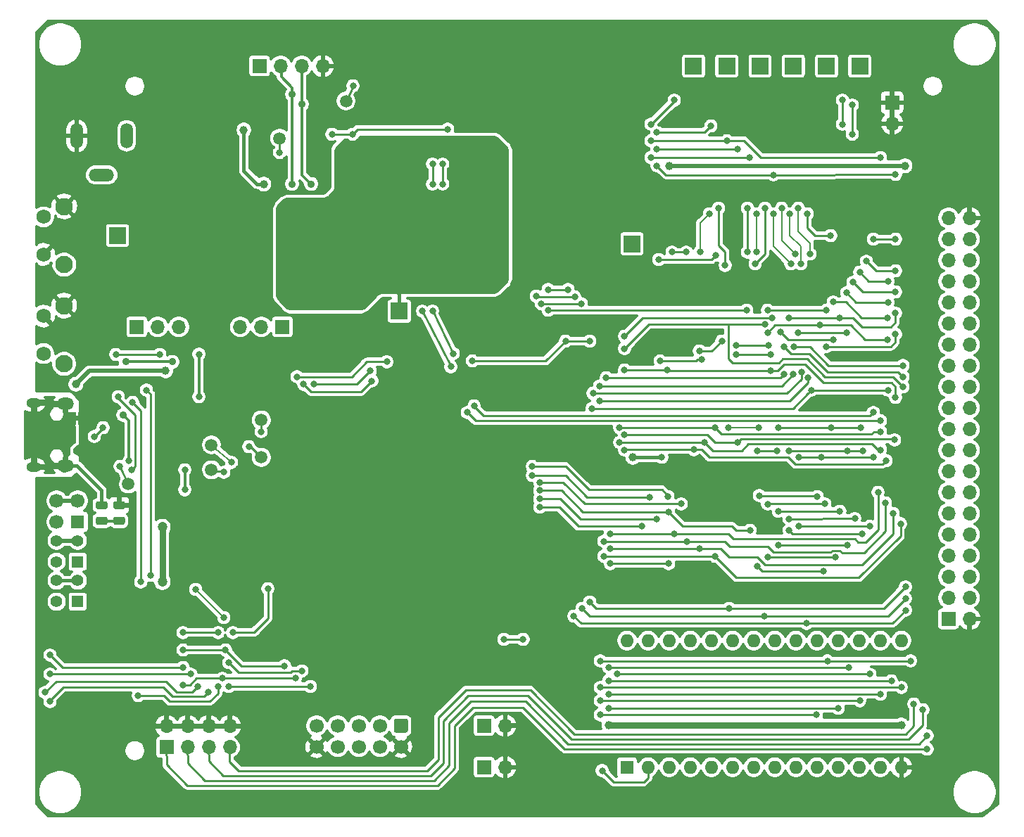
<source format=gbr>
%TF.GenerationSoftware,KiCad,Pcbnew,(5.1.6)-1*%
%TF.CreationDate,2020-07-06T11:54:37-04:00*%
%TF.ProjectId,hd6309sbc_v2,68643633-3039-4736-9263-5f76322e6b69,rev?*%
%TF.SameCoordinates,Original*%
%TF.FileFunction,Copper,L2,Bot*%
%TF.FilePolarity,Positive*%
%FSLAX46Y46*%
G04 Gerber Fmt 4.6, Leading zero omitted, Abs format (unit mm)*
G04 Created by KiCad (PCBNEW (5.1.6)-1) date 2020-07-06 11:54:37*
%MOMM*%
%LPD*%
G01*
G04 APERTURE LIST*
%TA.AperFunction,EtchedComponent*%
%ADD10C,0.100000*%
%TD*%
%TA.AperFunction,SMDPad,CuDef*%
%ADD11C,1.500000*%
%TD*%
%TA.AperFunction,ComponentPad*%
%ADD12O,3.016000X1.508000*%
%TD*%
%TA.AperFunction,ComponentPad*%
%ADD13O,1.508000X3.016000*%
%TD*%
%TA.AperFunction,ComponentPad*%
%ADD14R,2.000000X2.000000*%
%TD*%
%TA.AperFunction,ComponentPad*%
%ADD15O,1.800000X1.150000*%
%TD*%
%TA.AperFunction,ComponentPad*%
%ADD16O,2.000000X1.450000*%
%TD*%
%TA.AperFunction,ComponentPad*%
%ADD17R,1.700000X1.700000*%
%TD*%
%TA.AperFunction,ComponentPad*%
%ADD18O,1.700000X1.700000*%
%TD*%
%TA.AperFunction,SMDPad,CuDef*%
%ADD19R,1.000000X1.500000*%
%TD*%
%TA.AperFunction,ComponentPad*%
%ADD20R,1.650000X1.650000*%
%TD*%
%TA.AperFunction,ComponentPad*%
%ADD21C,1.700000*%
%TD*%
%TA.AperFunction,ComponentPad*%
%ADD22R,1.600000X1.600000*%
%TD*%
%TA.AperFunction,ComponentPad*%
%ADD23O,1.600000X1.600000*%
%TD*%
%TA.AperFunction,ComponentPad*%
%ADD24C,1.408000*%
%TD*%
%TA.AperFunction,ComponentPad*%
%ADD25R,1.408000X1.408000*%
%TD*%
%TA.AperFunction,ComponentPad*%
%ADD26C,2.100000*%
%TD*%
%TA.AperFunction,ComponentPad*%
%ADD27C,1.750000*%
%TD*%
%TA.AperFunction,ViaPad*%
%ADD28C,1.000000*%
%TD*%
%TA.AperFunction,ViaPad*%
%ADD29C,1.200000*%
%TD*%
%TA.AperFunction,ViaPad*%
%ADD30C,0.800000*%
%TD*%
%TA.AperFunction,ViaPad*%
%ADD31C,0.900000*%
%TD*%
%TA.AperFunction,Conductor*%
%ADD32C,0.250000*%
%TD*%
%TA.AperFunction,Conductor*%
%ADD33C,0.400000*%
%TD*%
%TA.AperFunction,Conductor*%
%ADD34C,0.300000*%
%TD*%
%TA.AperFunction,Conductor*%
%ADD35C,0.500000*%
%TD*%
%TA.AperFunction,Conductor*%
%ADD36C,0.750000*%
%TD*%
%TA.AperFunction,Conductor*%
%ADD37C,0.200000*%
%TD*%
%TA.AperFunction,Conductor*%
%ADD38C,1.250000*%
%TD*%
G04 APERTURE END LIST*
D10*
%TO.C,SB1*%
G36*
X56800000Y-100300000D02*
G01*
X57300000Y-100300000D01*
X57300000Y-99700000D01*
X56800000Y-99700000D01*
X56800000Y-100300000D01*
G37*
%TD*%
D11*
%TO.P,TP4,1*%
%TO.N,Net-(BT1-Pad1)*%
X89400000Y-61800000D03*
%TD*%
D12*
%TO.P,J3,3*%
%TO.N,Net-(J3-Pad3)*%
X60000000Y-70700000D03*
D13*
%TO.P,J3,2*%
%TO.N,GND*%
X57000000Y-66000000D03*
%TO.P,J3,1*%
%TO.N,Net-(C8-Pad1)*%
X63000000Y-66000000D03*
%TD*%
D14*
%TO.P,TP15,1*%
%TO.N,VCC*%
X123800000Y-79000000D03*
%TD*%
D15*
%TO.P,J4,6*%
%TO.N,Net-(C28-Pad1)*%
X51850000Y-105875000D03*
X51850000Y-98125000D03*
D16*
X55650000Y-105725000D03*
X55650000Y-98275000D03*
%TD*%
D17*
%TO.P,J2,1*%
%TO.N,+3V3*%
X161874200Y-124155200D03*
D18*
%TO.P,J2,2*%
%TO.N,GND*%
X164414200Y-124155200D03*
%TO.P,J2,3*%
%TO.N,/T3*%
X161874200Y-121615200D03*
%TO.P,J2,4*%
%TO.N,/T2*%
X164414200Y-121615200D03*
%TO.P,J2,5*%
%TO.N,/T4*%
X161874200Y-119075200D03*
%TO.P,J2,6*%
%TO.N,/T1*%
X164414200Y-119075200D03*
%TO.P,J2,7*%
%TO.N,/A1*%
X161874200Y-116535200D03*
%TO.P,J2,8*%
%TO.N,/A0*%
X164414200Y-116535200D03*
%TO.P,J2,9*%
%TO.N,/A3*%
X161874200Y-113995200D03*
%TO.P,J2,10*%
%TO.N,/A2*%
X164414200Y-113995200D03*
%TO.P,J2,11*%
%TO.N,/A5*%
X161874200Y-111455200D03*
%TO.P,J2,12*%
%TO.N,/A4*%
X164414200Y-111455200D03*
%TO.P,J2,13*%
%TO.N,/A7*%
X161874200Y-108915200D03*
%TO.P,J2,14*%
%TO.N,/A6*%
X164414200Y-108915200D03*
%TO.P,J2,15*%
%TO.N,Net-(J2-Pad15)*%
X161874200Y-106375200D03*
%TO.P,J2,16*%
%TO.N,Net-(J2-Pad16)*%
X164414200Y-106375200D03*
%TO.P,J2,17*%
%TO.N,Net-(J2-Pad17)*%
X161874200Y-103835200D03*
%TO.P,J2,18*%
%TO.N,/A8*%
X164414200Y-103835200D03*
%TO.P,J2,19*%
%TO.N,/A9*%
X161874200Y-101295200D03*
%TO.P,J2,20*%
%TO.N,/A10*%
X164414200Y-101295200D03*
%TO.P,J2,21*%
%TO.N,/A11*%
X161874200Y-98755200D03*
%TO.P,J2,22*%
%TO.N,/A12*%
X164414200Y-98755200D03*
%TO.P,J2,23*%
%TO.N,/A13*%
X161874200Y-96215200D03*
%TO.P,J2,24*%
%TO.N,/A14*%
X164414200Y-96215200D03*
%TO.P,J2,25*%
%TO.N,/A15*%
X161874200Y-93675200D03*
%TO.P,J2,26*%
%TO.N,/RW*%
X164414200Y-93675200D03*
%TO.P,J2,27*%
%TO.N,/D7*%
X161874200Y-91135200D03*
%TO.P,J2,28*%
%TO.N,/D6*%
X164414200Y-91135200D03*
%TO.P,J2,29*%
%TO.N,/D5*%
X161874200Y-88595200D03*
%TO.P,J2,30*%
%TO.N,/D4*%
X164414200Y-88595200D03*
%TO.P,J2,31*%
%TO.N,/D3*%
X161874200Y-86055200D03*
%TO.P,J2,32*%
%TO.N,/D2*%
X164414200Y-86055200D03*
%TO.P,J2,33*%
%TO.N,/D1*%
X161874200Y-83515200D03*
%TO.P,J2,34*%
%TO.N,/D0*%
X164414200Y-83515200D03*
%TO.P,J2,35*%
%TO.N,Net-(J2-Pad35)*%
X161874200Y-80975200D03*
%TO.P,J2,36*%
%TO.N,/IRQ*%
X164414200Y-80975200D03*
%TO.P,J2,37*%
%TO.N,/ECLK*%
X161874200Y-78435200D03*
%TO.P,J2,38*%
%TO.N,/RESET*%
X164414200Y-78435200D03*
%TO.P,J2,39*%
%TO.N,VCC*%
X161874200Y-75895200D03*
%TO.P,J2,40*%
%TO.N,GND*%
X164414200Y-75895200D03*
%TD*%
D19*
%TO.P,SB1,2*%
%TO.N,GND*%
X57700000Y-100000000D03*
%TO.P,SB1,1*%
%TO.N,Net-(C28-Pad1)*%
X56400000Y-100000000D03*
%TD*%
%TO.P,C28,2*%
%TO.N,Net-(C28-Pad2)*%
%TA.AperFunction,SMDPad,CuDef*%
G36*
G01*
X59543750Y-111850000D02*
X60456250Y-111850000D01*
G75*
G02*
X60700000Y-112093750I0J-243750D01*
G01*
X60700000Y-112581250D01*
G75*
G02*
X60456250Y-112825000I-243750J0D01*
G01*
X59543750Y-112825000D01*
G75*
G02*
X59300000Y-112581250I0J243750D01*
G01*
X59300000Y-112093750D01*
G75*
G02*
X59543750Y-111850000I243750J0D01*
G01*
G37*
%TD.AperFunction*%
%TO.P,C28,1*%
%TO.N,Net-(C28-Pad1)*%
%TA.AperFunction,SMDPad,CuDef*%
G36*
G01*
X59543750Y-109975000D02*
X60456250Y-109975000D01*
G75*
G02*
X60700000Y-110218750I0J-243750D01*
G01*
X60700000Y-110706250D01*
G75*
G02*
X60456250Y-110950000I-243750J0D01*
G01*
X59543750Y-110950000D01*
G75*
G02*
X59300000Y-110706250I0J243750D01*
G01*
X59300000Y-110218750D01*
G75*
G02*
X59543750Y-109975000I243750J0D01*
G01*
G37*
%TD.AperFunction*%
%TD*%
D20*
%TO.P,D3,1*%
%TO.N,Net-(D3-Pad1)*%
X57115000Y-112470000D03*
D21*
%TO.P,D3,4*%
%TO.N,+3V3*%
X54575000Y-109930000D03*
%TO.P,D3,3*%
%TO.N,Net-(D3-Pad3)*%
X54575000Y-112470000D03*
%TO.P,D3,2*%
%TO.N,+3V3*%
X57115000Y-109930000D03*
%TD*%
%TO.P,R28,2*%
%TO.N,GND*%
%TA.AperFunction,SMDPad,CuDef*%
G36*
G01*
X62556250Y-110950000D02*
X61643750Y-110950000D01*
G75*
G02*
X61400000Y-110706250I0J243750D01*
G01*
X61400000Y-110218750D01*
G75*
G02*
X61643750Y-109975000I243750J0D01*
G01*
X62556250Y-109975000D01*
G75*
G02*
X62800000Y-110218750I0J-243750D01*
G01*
X62800000Y-110706250D01*
G75*
G02*
X62556250Y-110950000I-243750J0D01*
G01*
G37*
%TD.AperFunction*%
%TO.P,R28,1*%
%TO.N,Net-(C28-Pad2)*%
%TA.AperFunction,SMDPad,CuDef*%
G36*
G01*
X62556250Y-112825000D02*
X61643750Y-112825000D01*
G75*
G02*
X61400000Y-112581250I0J243750D01*
G01*
X61400000Y-112093750D01*
G75*
G02*
X61643750Y-111850000I243750J0D01*
G01*
X62556250Y-111850000D01*
G75*
G02*
X62800000Y-112093750I0J-243750D01*
G01*
X62800000Y-112581250D01*
G75*
G02*
X62556250Y-112825000I-243750J0D01*
G01*
G37*
%TD.AperFunction*%
%TD*%
D22*
%TO.P,U3,1*%
%TO.N,/MA15*%
X123200000Y-142000000D03*
D23*
%TO.P,U3,15*%
%TO.N,/D3*%
X156220000Y-126760000D03*
%TO.P,U3,2*%
%TO.N,/A12*%
X125740000Y-142000000D03*
%TO.P,U3,16*%
%TO.N,/D4*%
X153680000Y-126760000D03*
%TO.P,U3,3*%
%TO.N,/A7*%
X128280000Y-142000000D03*
%TO.P,U3,17*%
%TO.N,/D5*%
X151140000Y-126760000D03*
%TO.P,U3,4*%
%TO.N,/A6*%
X130820000Y-142000000D03*
%TO.P,U3,18*%
%TO.N,/D6*%
X148600000Y-126760000D03*
%TO.P,U3,5*%
%TO.N,/A5*%
X133360000Y-142000000D03*
%TO.P,U3,19*%
%TO.N,/D7*%
X146060000Y-126760000D03*
%TO.P,U3,6*%
%TO.N,/A4*%
X135900000Y-142000000D03*
%TO.P,U3,20*%
%TO.N,/ROMCS*%
X143520000Y-126760000D03*
%TO.P,U3,7*%
%TO.N,/A3*%
X138440000Y-142000000D03*
%TO.P,U3,21*%
%TO.N,/A10*%
X140980000Y-126760000D03*
%TO.P,U3,8*%
%TO.N,/A2*%
X140980000Y-142000000D03*
%TO.P,U3,22*%
%TO.N,/RD*%
X138440000Y-126760000D03*
%TO.P,U3,9*%
%TO.N,/A1*%
X143520000Y-142000000D03*
%TO.P,U3,23*%
%TO.N,/A11*%
X135900000Y-126760000D03*
%TO.P,U3,10*%
%TO.N,/A0*%
X146060000Y-142000000D03*
%TO.P,U3,24*%
%TO.N,/A9*%
X133360000Y-126760000D03*
%TO.P,U3,11*%
%TO.N,/D0*%
X148600000Y-142000000D03*
%TO.P,U3,25*%
%TO.N,/A8*%
X130820000Y-126760000D03*
%TO.P,U3,12*%
%TO.N,/D1*%
X151140000Y-142000000D03*
%TO.P,U3,26*%
%TO.N,/MA13*%
X128280000Y-126760000D03*
%TO.P,U3,13*%
%TO.N,/D2*%
X153680000Y-142000000D03*
%TO.P,U3,27*%
%TO.N,/MA14*%
X125740000Y-126760000D03*
%TO.P,U3,14*%
%TO.N,GND*%
X156220000Y-142000000D03*
%TO.P,U3,28*%
%TO.N,VCC*%
X123200000Y-126760000D03*
%TD*%
D11*
%TO.P,TP8,1*%
%TO.N,Net-(R23-Pad1)*%
X79200000Y-100200000D03*
%TD*%
%TO.P,TP9,1*%
%TO.N,Net-(R5-Pad2)*%
X73200000Y-106200000D03*
%TD*%
D24*
%TO.P,D1,2*%
%TO.N,+3V3*%
X57115000Y-119530000D03*
%TO.P,D1,3*%
%TO.N,Net-(D1-Pad3)*%
X54575000Y-122070000D03*
%TO.P,D1,4*%
%TO.N,+3V3*%
X54575000Y-119530000D03*
D25*
%TO.P,D1,1*%
%TO.N,Net-(D1-Pad1)*%
X57115000Y-122070000D03*
%TD*%
%TO.P,D2,1*%
%TO.N,Net-(D2-Pad1)*%
X57115000Y-117270000D03*
D24*
%TO.P,D2,4*%
%TO.N,+3V3*%
X54575000Y-114730000D03*
%TO.P,D2,3*%
%TO.N,Net-(D2-Pad3)*%
X54575000Y-117270000D03*
%TO.P,D2,2*%
%TO.N,+3V3*%
X57115000Y-114730000D03*
%TD*%
%TO.P,J5,1*%
%TO.N,/TCK*%
%TA.AperFunction,ComponentPad*%
G36*
G01*
X95400000Y-136150000D02*
X96600000Y-136150000D01*
G75*
G02*
X96850000Y-136400000I0J-250000D01*
G01*
X96850000Y-137600000D01*
G75*
G02*
X96600000Y-137850000I-250000J0D01*
G01*
X95400000Y-137850000D01*
G75*
G02*
X95150000Y-137600000I0J250000D01*
G01*
X95150000Y-136400000D01*
G75*
G02*
X95400000Y-136150000I250000J0D01*
G01*
G37*
%TD.AperFunction*%
D21*
%TO.P,J5,3*%
%TO.N,/TDO*%
X93460000Y-137000000D03*
%TO.P,J5,5*%
%TO.N,/TMS*%
X90920000Y-137000000D03*
%TO.P,J5,7*%
%TO.N,Net-(J5-Pad7)*%
X88380000Y-137000000D03*
%TO.P,J5,9*%
%TO.N,/TDI*%
X85840000Y-137000000D03*
%TO.P,J5,2*%
%TO.N,GND*%
X96000000Y-139540000D03*
%TO.P,J5,4*%
%TO.N,+3V3*%
X93460000Y-139540000D03*
%TO.P,J5,6*%
%TO.N,Net-(J5-Pad6)*%
X90920000Y-139540000D03*
%TO.P,J5,8*%
%TO.N,Net-(J5-Pad8)*%
X88380000Y-139540000D03*
%TO.P,J5,10*%
%TO.N,GND*%
X85840000Y-139540000D03*
%TD*%
D17*
%TO.P,J7,1*%
%TO.N,+3V3*%
X79000000Y-57600000D03*
D18*
%TO.P,J7,2*%
%TO.N,/SDA*%
X81540000Y-57600000D03*
%TO.P,J7,3*%
%TO.N,/SCL*%
X84080000Y-57600000D03*
%TO.P,J7,4*%
%TO.N,GND*%
X86620000Y-57600000D03*
%TD*%
%TO.P,JP1,3*%
%TO.N,/VREG*%
X76670000Y-89000000D03*
%TO.P,JP1,2*%
%TO.N,VCC*%
X79210000Y-89000000D03*
D17*
%TO.P,JP1,1*%
%TO.N,/VUSB*%
X81750000Y-89000000D03*
%TD*%
%TO.P,JP2,1*%
%TO.N,/CONF1*%
X106000000Y-142000000D03*
D18*
%TO.P,JP2,2*%
%TO.N,GND*%
X108540000Y-142000000D03*
%TD*%
%TO.P,JP3,2*%
%TO.N,GND*%
X108540000Y-137000000D03*
D17*
%TO.P,JP3,1*%
%TO.N,/CONF2*%
X106000000Y-137000000D03*
%TD*%
%TO.P,JP4,1*%
%TO.N,/RXLED1*%
X64200000Y-89000000D03*
D18*
%TO.P,JP4,2*%
%TO.N,/LED2*%
X66740000Y-89000000D03*
%TO.P,JP4,3*%
%TO.N,/TXLED2*%
X69280000Y-89000000D03*
%TD*%
D14*
%TO.P,TP2,1*%
%TO.N,/FIRQ*%
X131200000Y-57600000D03*
%TD*%
%TO.P,TP7,1*%
%TO.N,+3V3*%
X95800000Y-87100000D03*
%TD*%
%TO.P,TP1,1*%
%TO.N,/RESET*%
X143200000Y-57600000D03*
%TD*%
%TO.P,TP6,1*%
%TO.N,/RESET_LV*%
X61900000Y-78000000D03*
%TD*%
D11*
%TO.P,TP3,1*%
%TO.N,/VCP*%
X63200000Y-107900000D03*
%TD*%
%TO.P,TP5,1*%
%TO.N,/32K*%
X81400000Y-66300000D03*
%TD*%
D14*
%TO.P,TP11,1*%
%TO.N,/NMI*%
X139200000Y-57600000D03*
%TD*%
%TO.P,TP12,1*%
%TO.N,/ECLK*%
X147200000Y-57600000D03*
%TD*%
%TO.P,TP13,1*%
%TO.N,/BUSY*%
X151200000Y-57600000D03*
%TD*%
%TO.P,TP14,1*%
%TO.N,/IRQ*%
X135200000Y-57600000D03*
%TD*%
D18*
%TO.P,J9,2*%
%TO.N,GND*%
X155100000Y-64540000D03*
D17*
%TO.P,J9,1*%
X155100000Y-62000000D03*
%TD*%
D11*
%TO.P,TP10,1*%
%TO.N,Net-(R24-Pad2)*%
X73200000Y-103200000D03*
%TD*%
D17*
%TO.P,J1,1*%
%TO.N,/T1*%
X67800000Y-139600000D03*
D18*
%TO.P,J1,2*%
%TO.N,GND*%
X67800000Y-137060000D03*
%TO.P,J1,3*%
%TO.N,/T2*%
X70340000Y-139600000D03*
%TO.P,J1,4*%
%TO.N,GND*%
X70340000Y-137060000D03*
%TO.P,J1,5*%
%TO.N,/T3*%
X72880000Y-139600000D03*
%TO.P,J1,6*%
%TO.N,GND*%
X72880000Y-137060000D03*
%TO.P,J1,7*%
%TO.N,/T4*%
X75420000Y-139600000D03*
%TO.P,J1,8*%
%TO.N,GND*%
X75420000Y-137060000D03*
%TD*%
D11*
%TO.P,TP16,1*%
%TO.N,Net-(R25-Pad2)*%
X79200000Y-104700000D03*
%TD*%
D26*
%TO.P,SW1,*%
%TO.N,*%
X55500000Y-81510000D03*
D27*
%TO.P,SW1,1*%
%TO.N,GND*%
X53010000Y-80260000D03*
%TO.P,SW1,2*%
%TO.N,/RESET_LV*%
X53010000Y-75760000D03*
D26*
%TO.P,SW1,*%
%TO.N,GND*%
X55500000Y-74500000D03*
%TD*%
%TO.P,SW2,*%
%TO.N,GND*%
X55490000Y-86440000D03*
D27*
%TO.P,SW2,2*%
X53000000Y-87700000D03*
%TO.P,SW2,1*%
%TO.N,/PBTN*%
X53000000Y-92200000D03*
D26*
%TO.P,SW2,*%
%TO.N,*%
X55490000Y-93450000D03*
%TD*%
D28*
%TO.N,GND*%
X90500000Y-108500000D03*
D29*
X71250000Y-79000000D03*
X68900000Y-71900000D03*
X76400000Y-79100000D03*
X79250000Y-77750000D03*
X71200000Y-68000000D03*
D28*
X91500000Y-61100000D03*
D29*
X74800000Y-70000000D03*
D28*
X79300000Y-107200000D03*
X82300000Y-104200000D03*
X83500000Y-103000000D03*
X83200000Y-98200000D03*
D30*
X92000000Y-97800000D03*
D28*
X93900000Y-118000000D03*
D30*
X73800000Y-114100000D03*
D28*
X57200000Y-103800000D03*
D30*
X61400000Y-101000000D03*
D28*
X78000000Y-108500000D03*
D30*
X73300000Y-108500000D03*
D28*
X90000000Y-121900000D03*
X92200000Y-102500000D03*
X120700000Y-126750000D03*
X138400000Y-63800000D03*
X141600000Y-63800000D03*
X128100000Y-59300000D03*
X58800000Y-93200000D03*
X66375000Y-124325000D03*
X60475000Y-124725000D03*
X59000000Y-124700000D03*
X58300000Y-139600000D03*
X71800000Y-117400000D03*
X106800000Y-108800000D03*
X116000000Y-98700000D03*
X107600000Y-98400000D03*
X110100000Y-83300000D03*
D29*
X106800000Y-88700000D03*
D28*
X112200000Y-92000000D03*
X144900000Y-98700000D03*
X111600000Y-120700000D03*
X107800000Y-106800000D03*
X53200000Y-125200000D03*
X53200000Y-139600000D03*
D30*
X52900000Y-129700000D03*
D28*
X145100000Y-121200000D03*
X96300000Y-106800000D03*
X99800000Y-97300000D03*
D29*
X84000000Y-92200000D03*
X79200000Y-95400000D03*
X75350000Y-98850000D03*
D28*
X67600000Y-98800000D03*
X68100000Y-111000000D03*
X77050000Y-124450000D03*
X82700000Y-127500000D03*
X93300000Y-130000000D03*
X108400000Y-131100000D03*
X101300000Y-122100000D03*
X107400000Y-123100000D03*
X110500000Y-112700000D03*
X99400000Y-112100000D03*
X97200000Y-114200000D03*
X103500000Y-102100000D03*
D29*
X68900000Y-74800000D03*
D28*
X74800000Y-61000000D03*
X93600000Y-62900000D03*
X85200000Y-113600000D03*
D29*
X92200000Y-56600000D03*
D28*
X121500000Y-104700000D03*
X117300000Y-114300000D03*
D29*
X119700000Y-79700000D03*
D28*
X121050000Y-89850000D03*
D29*
X92900000Y-87500000D03*
D30*
%TO.N,Net-(BT1-Pad1)*%
X90230000Y-59970000D03*
D28*
%TO.N,VCC*%
X123900000Y-104700000D03*
D30*
X63300000Y-105100000D03*
X127384980Y-104700000D03*
D28*
X128300000Y-69600000D03*
D31*
X62600000Y-99600000D03*
D28*
X156650000Y-69600000D03*
D31*
X68500000Y-93200000D03*
X62900000Y-93200000D03*
D28*
%TO.N,+3V3*%
X87500000Y-85200000D03*
X87500000Y-86400000D03*
X88700000Y-85200000D03*
X82700000Y-85200000D03*
X83900000Y-85200000D03*
X83900000Y-86400000D03*
X85100000Y-76800000D03*
X83900000Y-76800000D03*
X86300000Y-76800000D03*
X85100000Y-75600000D03*
X83900000Y-75600000D03*
X86300000Y-75600000D03*
X87500000Y-76800000D03*
X87500000Y-78000000D03*
X87500000Y-75600000D03*
X88700000Y-76800000D03*
X88700000Y-78000000D03*
X82700000Y-76800000D03*
X82700000Y-78000000D03*
X87500000Y-80400000D03*
X87500000Y-81600000D03*
X87500000Y-79200000D03*
X88700000Y-80400000D03*
X88700000Y-81600000D03*
X88700000Y-79200000D03*
X88700000Y-84000000D03*
X88700000Y-82800000D03*
X87500000Y-84000000D03*
X87500000Y-82800000D03*
X85100000Y-85200000D03*
X85100000Y-86400000D03*
X86300000Y-86400000D03*
X86300000Y-85200000D03*
D30*
X70000000Y-108600000D03*
D28*
X156200000Y-136900000D03*
X121000000Y-136900000D03*
D29*
X67300000Y-119700000D03*
X67300000Y-113100000D03*
D28*
X97700000Y-75000000D03*
X85100000Y-78000000D03*
X83900000Y-79200000D03*
X83900000Y-78000000D03*
X85100000Y-79200000D03*
X86300000Y-79200000D03*
X86300000Y-78000000D03*
X82700000Y-79200000D03*
X79500000Y-71800000D03*
X77100000Y-65300000D03*
X82000000Y-74300000D03*
D30*
X70000000Y-106200000D03*
%TO.N,/VCP*%
X62200000Y-105800000D03*
%TO.N,/A14*%
X140674990Y-87900000D03*
X156400000Y-95000000D03*
X142100000Y-91400000D03*
X122900000Y-90100000D03*
%TO.N,/A15*%
X120700000Y-95100000D03*
X142100000Y-94700000D03*
X156400000Y-93650000D03*
X143300000Y-91374990D03*
%TO.N,/A12*%
X128200000Y-117500000D03*
X140500012Y-94300010D03*
X122900000Y-94200000D03*
X121200000Y-117500000D03*
X120200000Y-142400000D03*
X155500000Y-97500000D03*
X128000000Y-94200000D03*
%TO.N,/WR*%
X128100000Y-109400000D03*
X111799998Y-105800000D03*
%TO.N,/A7*%
X128900000Y-113900000D03*
X121200000Y-113900000D03*
X153400000Y-108900000D03*
%TO.N,/A13*%
X139800000Y-88699999D03*
X156400000Y-96200000D03*
X122900000Y-91600000D03*
%TO.N,/A6*%
X130400000Y-114800000D03*
X120400000Y-114800000D03*
X130300000Y-80000000D03*
X128600000Y-80000000D03*
X154300000Y-110200000D03*
%TO.N,/A8*%
X131214982Y-103785018D03*
X122900000Y-103800000D03*
X154350000Y-105100000D03*
%TO.N,/A5*%
X131900000Y-115700000D03*
X127200000Y-93100000D03*
X132199986Y-92900000D03*
X121200000Y-115700000D03*
X155200000Y-111450000D03*
%TO.N,/A9*%
X132497624Y-102897624D03*
X122300000Y-102900000D03*
X153700000Y-103800000D03*
%TO.N,/A4*%
X133765000Y-116600000D03*
X127000000Y-80900000D03*
X133900000Y-80400000D03*
X120400004Y-116600000D03*
X156100000Y-112700000D03*
%TO.N,/A11*%
X133765000Y-101135000D03*
X122300000Y-101135000D03*
X153700000Y-101600000D03*
%TO.N,/A3*%
X132000000Y-80000000D03*
X133100000Y-75400000D03*
X131900000Y-91900000D03*
X134600000Y-90700000D03*
X135500000Y-122900000D03*
X156700000Y-120300004D03*
X118700000Y-122100000D03*
%TO.N,/RD*%
X135400004Y-101100000D03*
X139000000Y-101100000D03*
%TO.N,/A2*%
X134200000Y-74700000D03*
X135000000Y-81600000D03*
X139700000Y-123800000D03*
X117800000Y-122900000D03*
X156700000Y-121700000D03*
%TO.N,/A10*%
X122900000Y-102000000D03*
X136500002Y-102900000D03*
X137700000Y-80000000D03*
X140500000Y-92299998D03*
X136300000Y-92300000D03*
X137700000Y-74700000D03*
X155400000Y-102600000D03*
%TO.N,/A1*%
X144800000Y-124700000D03*
X138800000Y-80000000D03*
X138800000Y-75400000D03*
X136299992Y-91200000D03*
X140200000Y-91200000D03*
X116800000Y-123800000D03*
X156700002Y-123100000D03*
D31*
%TO.N,/SCL*%
X84100000Y-62200000D03*
D30*
X92500000Y-95500000D03*
D31*
X85200000Y-71800000D03*
D30*
X84300000Y-95900004D03*
%TO.N,/A0*%
X147300000Y-129200000D03*
X138600000Y-81400000D03*
X139800000Y-74700000D03*
X146800000Y-118400000D03*
X138900000Y-117800000D03*
X120000000Y-129200000D03*
X157300000Y-129199996D03*
X138900000Y-103900000D03*
X141200000Y-103900000D03*
%TO.N,/D7*%
X120000000Y-135700000D03*
X139100000Y-109300000D03*
X140106144Y-89713824D03*
X146400000Y-88800000D03*
X146074990Y-109400000D03*
X146000004Y-135699996D03*
X154550000Y-90500000D03*
%TO.N,/D0*%
X140100000Y-116700000D03*
X148300000Y-116700000D03*
X146600000Y-104700000D03*
X152000000Y-81100000D03*
X155500000Y-82250000D03*
X152800000Y-104700000D03*
X149900000Y-130000000D03*
X121000000Y-130000000D03*
X143900000Y-104700000D03*
%TO.N,/D6*%
X121000000Y-134900000D03*
X147000000Y-110300000D03*
X140100000Y-87000000D03*
X147200000Y-87000000D03*
X148600000Y-134900000D03*
X140112983Y-110312983D03*
X147200000Y-91350000D03*
X155499998Y-89900000D03*
%TO.N,/D1*%
X152400000Y-130800000D03*
X141400000Y-115300000D03*
X149700000Y-115300000D03*
X141400000Y-101100000D03*
X151300000Y-101100000D03*
X147799996Y-101100000D03*
X151200000Y-82400000D03*
X154600000Y-83500000D03*
X122000000Y-130800000D03*
%TO.N,/D5*%
X120000000Y-134000000D03*
X141400000Y-111200000D03*
X148800000Y-111200000D03*
X147700000Y-78000000D03*
X144900000Y-75400000D03*
X148000000Y-86000000D03*
X141700000Y-89600000D03*
X148000000Y-90500000D03*
X154550000Y-87900000D03*
X151199997Y-133999997D03*
%TO.N,/D2*%
X151500000Y-113900000D03*
X142700000Y-103900000D03*
X149700000Y-103900000D03*
X150374999Y-83625001D03*
X155500000Y-84800000D03*
X151600000Y-103900000D03*
X142700000Y-113500000D03*
X121000000Y-131600000D03*
X155000000Y-131600000D03*
%TO.N,/D4*%
X121000000Y-133200000D03*
X142700000Y-112100000D03*
X150600000Y-112080000D03*
X142700000Y-87900000D03*
X148800000Y-87900000D03*
X153700000Y-133200000D03*
X155500000Y-87350000D03*
%TO.N,/SDA*%
X92300000Y-94300000D03*
D31*
X82900000Y-61000000D03*
X82900000Y-71800000D03*
D30*
X85500000Y-95900000D03*
%TO.N,/D3*%
X120000000Y-132400000D03*
X143900000Y-113000000D03*
X152399996Y-113000000D03*
X149600000Y-89700000D03*
X143800000Y-89700000D03*
X149600000Y-84900000D03*
X154600000Y-86050000D03*
X156200000Y-132400000D03*
%TO.N,/ECLK*%
X152825000Y-99300000D03*
X104800000Y-98500000D03*
X152825000Y-78450000D03*
X155500000Y-78450000D03*
X149100000Y-64600000D03*
X149100000Y-61700000D03*
%TO.N,/RESET*%
X140800000Y-70700000D03*
X155500000Y-70650000D03*
X126800000Y-69600000D03*
%TO.N,/IRQ*%
X116100000Y-84500000D03*
X135200000Y-66600000D03*
X113700000Y-84500000D03*
X153700000Y-68600000D03*
X126100000Y-66600000D03*
D28*
%TO.N,/VUSB*%
X67700000Y-94300000D03*
X56900000Y-95900000D03*
D30*
%TO.N,Net-(J4-Pad3)*%
X59100000Y-102200000D03*
X60162653Y-101137347D03*
%TO.N,/TCK*%
X69800000Y-125800000D03*
X74000000Y-125800004D03*
X75299998Y-132300000D03*
X85100000Y-132300000D03*
%TO.N,/TDO*%
X80000000Y-120500000D03*
X84100000Y-130400000D03*
X75800000Y-125800000D03*
X75300000Y-129400000D03*
%TO.N,/TMS*%
X69800000Y-132100000D03*
X74500000Y-131300000D03*
X83300000Y-131299998D03*
%TO.N,/TDI*%
X69800000Y-127900000D03*
X74899982Y-127900000D03*
X82000000Y-129800000D03*
%TO.N,/MISO*%
X69800000Y-130000000D03*
X53800000Y-128500000D03*
%TO.N,/SCLK*%
X70700000Y-130800000D03*
X53800000Y-130800000D03*
%TO.N,/MOSI*%
X71600000Y-132300000D03*
X53200000Y-133000000D03*
%TO.N,/SDCS*%
X72800000Y-133000000D03*
X53800000Y-134100000D03*
%TO.N,/SDSW*%
X74000000Y-132300000D03*
X64400000Y-133400000D03*
%TO.N,/LED2*%
X65400000Y-96600000D03*
X65900000Y-118900000D03*
%TO.N,/TXLED2*%
X71700000Y-92280002D03*
X71700000Y-97400000D03*
%TO.N,/RESRQ*%
X115800000Y-90700000D03*
X118700000Y-90700004D03*
X104600000Y-93100000D03*
%TO.N,/32K*%
X81400000Y-68000000D03*
%TO.N,/FIRQ*%
X87700000Y-65800000D03*
X90200000Y-65800000D03*
X101600000Y-65200000D03*
%TO.N,Net-(R12-Pad2)*%
X62000000Y-97400000D03*
X63600000Y-106200000D03*
%TO.N,/LED1*%
X64700006Y-119700000D03*
X63725010Y-98097468D03*
%TO.N,/LED3*%
X74700000Y-124000000D03*
X71300000Y-120600000D03*
%TO.N,/RESET_LV*%
X99800000Y-87100000D03*
X99800000Y-71800000D03*
X99800000Y-69400000D03*
X102300000Y-92200000D03*
%TO.N,/PBTN*%
X61700000Y-92300000D03*
X67000000Y-92300000D03*
%TO.N,/NMI*%
X116900000Y-85400000D03*
X136499998Y-67600000D03*
X112300000Y-85300000D03*
X126800000Y-67600000D03*
%TO.N,/BS*%
X128900000Y-61700000D03*
X126100000Y-64600000D03*
%TO.N,/HALT*%
X117699998Y-86200000D03*
X112900000Y-86200000D03*
X137899998Y-68600000D03*
X126100000Y-68600000D03*
%TO.N,/AVMA*%
X141800000Y-74700000D03*
X143400000Y-80200001D03*
X119900002Y-97900000D03*
X145000000Y-95100000D03*
%TO.N,/BA*%
X133300000Y-64800000D03*
X126800000Y-65600000D03*
%TO.N,/RW*%
X145200000Y-80200000D03*
X143800000Y-74700000D03*
X119000000Y-98800000D03*
X145400002Y-96600000D03*
X154586177Y-96606143D03*
%TO.N,/BUSY*%
X119100000Y-97000000D03*
X144100000Y-81400000D03*
X142800000Y-75400000D03*
X144200000Y-94400000D03*
X150296786Y-65796786D03*
X150300000Y-62300000D03*
%TO.N,/QCLK*%
X153700000Y-100300000D03*
X104000000Y-99300000D03*
%TO.N,/RAMCS*%
X112700002Y-108700000D03*
X137999998Y-113500000D03*
X128199999Y-111300001D03*
%TO.N,/DBEN*%
X110700000Y-126600000D03*
X108399994Y-126600000D03*
%TO.N,/XOSC*%
X102000000Y-93800000D03*
X98600000Y-87100000D03*
%TO.N,/MA16*%
X125000000Y-113000000D03*
X112700000Y-110700000D03*
%TO.N,/MA14*%
X126800000Y-112100000D03*
X112700000Y-109700000D03*
%TO.N,/MA13*%
X129700000Y-110300000D03*
X112700000Y-107700000D03*
%TO.N,/MA15*%
X111800004Y-106900000D03*
X125881369Y-109475010D03*
%TO.N,/RAM2CS*%
X137600000Y-87000000D03*
X113700000Y-87000000D03*
%TO.N,Net-(R5-Pad2)*%
X74700000Y-106500000D03*
%TO.N,Net-(R23-Pad1)*%
X79200000Y-101600000D03*
%TO.N,Net-(R24-Pad2)*%
X75600000Y-105300000D03*
%TO.N,Net-(R25-Pad2)*%
X77700000Y-103400000D03*
%TO.N,/T1*%
X159300000Y-139800000D03*
%TO.N,/T2*%
X159300000Y-138200000D03*
%TO.N,/T3*%
X158800000Y-135100000D03*
%TO.N,/T4*%
X157700000Y-134400000D03*
%TO.N,/LIC*%
X119900000Y-96100000D03*
X142900000Y-81400000D03*
X140800000Y-75400000D03*
X143200000Y-94700000D03*
%TO.N,/WSD*%
X83500000Y-95000000D03*
X94300000Y-93200000D03*
X101000000Y-69400000D03*
X101000000Y-71800000D03*
%TD*%
D32*
%TO.N,Net-(BT1-Pad1)*%
X90230000Y-59970000D02*
X89400000Y-61800000D01*
D33*
%TO.N,VCC*%
X123900000Y-104700000D02*
X127384980Y-104700000D01*
D34*
X63300000Y-100300000D02*
X62600000Y-99600000D01*
X63300000Y-105100000D02*
X63300000Y-100300000D01*
D35*
X128300000Y-69600000D02*
X156650000Y-69600000D01*
D34*
X62900000Y-93200000D02*
X68500000Y-93200000D01*
D35*
%TO.N,+3V3*%
X57115000Y-109930000D02*
X54530000Y-109930000D01*
X54530000Y-109930000D02*
X54500000Y-109900000D01*
X57115000Y-114730000D02*
X54530000Y-114730000D01*
D33*
X57115000Y-119530000D02*
X54630000Y-119530000D01*
X54630000Y-119530000D02*
X54600000Y-119500000D01*
D36*
X156200000Y-136900000D02*
X121000000Y-136900000D01*
X67300000Y-113100000D02*
X67300000Y-119700000D01*
D33*
X78700000Y-71800000D02*
X79500000Y-71800000D01*
X77100000Y-65300000D02*
X77100000Y-70200000D01*
X77100000Y-70200000D02*
X78700000Y-71800000D01*
D34*
X70000000Y-106200000D02*
X70000000Y-107500000D01*
X70000000Y-107500000D02*
X70000000Y-108600000D01*
D33*
X95800000Y-85000000D02*
X95200000Y-84400000D01*
X95800000Y-87100000D02*
X95800000Y-85000000D01*
D32*
%TO.N,/VCP*%
X62200000Y-105800000D02*
X63200000Y-107900000D01*
%TO.N,/A14*%
X145099999Y-92199999D02*
X142899999Y-92199999D01*
X142899999Y-92199999D02*
X142100000Y-91400000D01*
X155800000Y-94400000D02*
X147300000Y-94400000D01*
X147300000Y-94400000D02*
X145099999Y-92199999D01*
X156400000Y-95000000D02*
X155800000Y-94400000D01*
X125100000Y-87900000D02*
X140674990Y-87900000D01*
X122900000Y-90100000D02*
X125100000Y-87900000D01*
%TO.N,/A15*%
X120700000Y-95100000D02*
X141700001Y-95099999D01*
X141700001Y-95099999D02*
X142100000Y-94700000D01*
X143325010Y-91400000D02*
X143300000Y-91374990D01*
X145200000Y-91400000D02*
X143325010Y-91400000D01*
X156400000Y-93650000D02*
X147450000Y-93650000D01*
X147450000Y-93650000D02*
X145200000Y-91400000D01*
%TO.N,/A12*%
X121200000Y-117500000D02*
X128200000Y-117500000D01*
X121600000Y-143800000D02*
X120200000Y-142400000D01*
X125200000Y-143800000D02*
X121600000Y-143800000D01*
X125740000Y-142000000D02*
X125740000Y-143260000D01*
X125740000Y-143260000D02*
X125200000Y-143800000D01*
X155500000Y-96200000D02*
X155500000Y-97500000D01*
X155000000Y-95700000D02*
X155500000Y-96200000D01*
X141299990Y-94300010D02*
X142100000Y-93500000D01*
X140500012Y-94300010D02*
X141299990Y-94300010D01*
X146800000Y-95700000D02*
X155000000Y-95700000D01*
X142100000Y-93500000D02*
X144600000Y-93500000D01*
X144600000Y-93500000D02*
X146800000Y-95700000D01*
X128000000Y-94200000D02*
X122900000Y-94200000D01*
X128000000Y-94200000D02*
X128100000Y-94300000D01*
X128100000Y-94300000D02*
X140500002Y-94300000D01*
X140500002Y-94300000D02*
X140500012Y-94300010D01*
%TO.N,/WR*%
X128100000Y-109300000D02*
X127400000Y-108600000D01*
X127400000Y-108600000D02*
X118600000Y-108600000D01*
X128100000Y-109400000D02*
X128100000Y-109300000D01*
X118600000Y-108600000D02*
X115800000Y-105800000D01*
X115800000Y-105800000D02*
X111799998Y-105800000D01*
%TO.N,/A7*%
X128900000Y-113900000D02*
X121200000Y-113900000D01*
X153400000Y-113400000D02*
X153400000Y-108900000D01*
X151900000Y-114900000D02*
X153400000Y-113400000D01*
X135400000Y-113900000D02*
X136000000Y-114500000D01*
X128900000Y-113900000D02*
X135400000Y-113900000D01*
X150600000Y-114500000D02*
X151000000Y-114900000D01*
X136000000Y-114500000D02*
X150600000Y-114500000D01*
X151000000Y-114900000D02*
X151900000Y-114900000D01*
%TO.N,/A13*%
X147000000Y-95000000D02*
X155200000Y-95000000D01*
X144850000Y-92850000D02*
X147000000Y-95000000D01*
X135400000Y-92800000D02*
X135900000Y-93300000D01*
X155200000Y-95000000D02*
X156400000Y-96200000D01*
X135400000Y-88700000D02*
X135400000Y-92800000D01*
X135900000Y-93300000D02*
X141500000Y-93300000D01*
X141500000Y-93300000D02*
X141950000Y-92850000D01*
X141950000Y-92850000D02*
X144850000Y-92850000D01*
X135500001Y-88699999D02*
X139800000Y-88699999D01*
X122900000Y-91600000D02*
X125800001Y-88699999D01*
X125800001Y-88699999D02*
X135500001Y-88699999D01*
%TO.N,/A6*%
X130300000Y-80000000D02*
X128600000Y-80000000D01*
X130400000Y-114800000D02*
X120400000Y-114800000D01*
X154300000Y-113600000D02*
X154300000Y-110200000D01*
X147700000Y-116100000D02*
X147900000Y-115900000D01*
X135000000Y-114800000D02*
X135600000Y-115400000D01*
X151700000Y-116200000D02*
X154300000Y-113600000D01*
X130400000Y-114800000D02*
X135000000Y-114800000D01*
X140800000Y-116100000D02*
X147700000Y-116100000D01*
X148800000Y-115900000D02*
X149100000Y-116200000D01*
X147900000Y-115900000D02*
X148800000Y-115900000D01*
X135600000Y-115400000D02*
X140100000Y-115400000D01*
X149100000Y-116200000D02*
X151700000Y-116200000D01*
X140100000Y-115400000D02*
X140800000Y-116100000D01*
%TO.N,/A8*%
X131214982Y-103785018D02*
X122914982Y-103785018D01*
X153950000Y-105500000D02*
X154350000Y-105100000D01*
X132185018Y-103785018D02*
X133100000Y-104700000D01*
X133100000Y-104700000D02*
X142600000Y-104700000D01*
X131214982Y-103785018D02*
X132185018Y-103785018D01*
X142600000Y-104700000D02*
X143400000Y-105500000D01*
X143400000Y-105500000D02*
X153950000Y-105500000D01*
%TO.N,/A5*%
X131900000Y-115700000D02*
X121200000Y-115700000D01*
X134500000Y-115700000D02*
X131900000Y-115700000D01*
X155200000Y-111450000D02*
X155200000Y-113900000D01*
X151500000Y-117600000D02*
X139800000Y-117600000D01*
X155200000Y-113900000D02*
X151500000Y-117600000D01*
X138900000Y-116700000D02*
X135500000Y-116700000D01*
X135500000Y-116700000D02*
X134500000Y-115700000D01*
X139800000Y-117600000D02*
X138900000Y-116700000D01*
X131700000Y-92900000D02*
X132199986Y-92900000D01*
X127200000Y-93100000D02*
X131500000Y-93100000D01*
X131500000Y-93100000D02*
X131700000Y-92900000D01*
%TO.N,/A9*%
X122300000Y-102900000D02*
X132497624Y-102897624D01*
X153400000Y-103800000D02*
X153700000Y-103800000D01*
X133500000Y-103900000D02*
X137000000Y-103900000D01*
X137800000Y-103100000D02*
X152700000Y-103100000D01*
X132497624Y-102897624D02*
X133500000Y-103900000D01*
X152700000Y-103100000D02*
X153400000Y-103800000D01*
X137000000Y-103900000D02*
X137800000Y-103100000D01*
%TO.N,/A4*%
X127000000Y-80900000D02*
X133400000Y-80900000D01*
X133400000Y-80900000D02*
X133900000Y-80400000D01*
X133765000Y-116600000D02*
X120400004Y-116600000D01*
X156100000Y-114200000D02*
X156100000Y-112700000D01*
X151100000Y-119200000D02*
X156100000Y-114200000D01*
X133765000Y-116600000D02*
X136365000Y-119200000D01*
X136365000Y-119200000D02*
X151100000Y-119200000D01*
%TO.N,/A11*%
X122300000Y-101135000D02*
X133765000Y-101135000D01*
X134530000Y-101900000D02*
X133765000Y-101135000D01*
X153700000Y-101600000D02*
X152900000Y-101600000D01*
X152600000Y-101900000D02*
X134530000Y-101900000D01*
X152900000Y-101600000D02*
X152600000Y-101900000D01*
D37*
%TO.N,/A3*%
X132000000Y-80000000D02*
X132000000Y-76500000D01*
X132000000Y-76500000D02*
X133100000Y-75400000D01*
D32*
X131900000Y-91900000D02*
X133400000Y-91900000D01*
X133400000Y-91900000D02*
X134600000Y-90700000D01*
X154100004Y-122900000D02*
X156700000Y-120300004D01*
X118700000Y-122100000D02*
X119500000Y-122900000D01*
X119500000Y-122900000D02*
X154100004Y-122900000D01*
D37*
%TO.N,/RD*%
X135400004Y-101100000D02*
X139000000Y-101100000D01*
D32*
%TO.N,/A2*%
X134200000Y-74700000D02*
X134200000Y-79200000D01*
X135000000Y-80000000D02*
X135000000Y-81600000D01*
X134200000Y-79200000D02*
X135000000Y-80000000D01*
X118700000Y-123800000D02*
X154600000Y-123800000D01*
X154600000Y-123800000D02*
X156700000Y-121700000D01*
X117800000Y-122900000D02*
X118700000Y-123800000D01*
%TO.N,/A10*%
X140500000Y-92299998D02*
X136300002Y-92299998D01*
X136300002Y-92299998D02*
X136300000Y-92300000D01*
X122900000Y-101995000D02*
X132845001Y-101995000D01*
X133750001Y-102900000D02*
X136500002Y-102900000D01*
X132845001Y-101995000D02*
X133750001Y-102900000D01*
X137700000Y-74600000D02*
X137700000Y-74700000D01*
X137700000Y-74700000D02*
X137700000Y-80000000D01*
X136900002Y-102500000D02*
X136500002Y-102900000D01*
X155400000Y-102600000D02*
X155600000Y-102500000D01*
X155600000Y-102500000D02*
X136900002Y-102500000D01*
D37*
%TO.N,/A1*%
X138800000Y-80000000D02*
X138800000Y-75400000D01*
D32*
X136299992Y-91200000D02*
X140200000Y-91200000D01*
X117700000Y-124700000D02*
X155100002Y-124700000D01*
X155100002Y-124700000D02*
X156700002Y-123100000D01*
X116800000Y-123800000D02*
X117700000Y-124700000D01*
%TO.N,/SCL*%
X84100000Y-63200000D02*
X84092000Y-63192000D01*
D34*
X84100000Y-63200000D02*
X84080000Y-57600000D01*
D32*
X92500000Y-95500000D02*
X91200000Y-96800000D01*
X85199996Y-96800000D02*
X84300000Y-95900004D01*
X91200000Y-96800000D02*
X85199996Y-96800000D01*
D34*
X84100000Y-63200000D02*
X84100000Y-70700000D01*
X84100000Y-70700000D02*
X85200000Y-71800000D01*
D32*
%TO.N,/A0*%
X138600000Y-81400000D02*
X139800000Y-80200000D01*
X139800000Y-80200000D02*
X139800000Y-74700000D01*
X139500000Y-118400000D02*
X146800000Y-118400000D01*
X138900000Y-117800000D02*
X139500000Y-118400000D01*
X147300000Y-129200000D02*
X157300000Y-129199996D01*
X138900000Y-103900000D02*
X141200000Y-103900000D01*
X147300000Y-129200000D02*
X120000000Y-129200000D01*
%TO.N,/D7*%
X146000004Y-126800004D02*
X146000000Y-126800000D01*
X124914705Y-135700000D02*
X120000000Y-135700000D01*
X146000004Y-135699996D02*
X124914705Y-135700000D01*
X140106144Y-89713824D02*
X141019968Y-88800000D01*
X141019968Y-88800000D02*
X146400000Y-88800000D01*
X139100000Y-109300000D02*
X145974990Y-109300000D01*
X145974990Y-109300000D02*
X146074990Y-109400000D01*
X153400000Y-90500000D02*
X154550000Y-90500000D01*
X151800000Y-90500000D02*
X153400000Y-90500000D01*
X146400000Y-88800000D02*
X150100000Y-88800000D01*
X150100000Y-88800000D02*
X151800000Y-90500000D01*
%TO.N,/D0*%
X140100000Y-116700000D02*
X148285000Y-116700000D01*
X146600000Y-104700000D02*
X152800000Y-104700000D01*
X149900000Y-130000000D02*
X121000000Y-130000000D01*
X143900000Y-104700000D02*
X146600000Y-104700000D01*
X153150000Y-82250000D02*
X152000000Y-81100000D01*
X155500000Y-82250000D02*
X153150000Y-82250000D01*
%TO.N,/D6*%
X121000000Y-134900000D02*
X148600000Y-134900000D01*
X140100000Y-87000000D02*
X147200000Y-87000000D01*
X147000000Y-110300000D02*
X140125966Y-110300000D01*
X140125966Y-110300000D02*
X140112983Y-110312983D01*
X147200000Y-91350000D02*
X154950000Y-91350000D01*
X155499998Y-90800002D02*
X155499998Y-89900000D01*
X154950000Y-91350000D02*
X155499998Y-90800002D01*
%TO.N,/D1*%
X141400000Y-115300000D02*
X149700000Y-115300000D01*
X141400000Y-101100000D02*
X147799996Y-101100000D01*
X151300000Y-101100000D02*
X147799996Y-101100000D01*
X122565685Y-130800000D02*
X122000000Y-130800000D01*
X152400000Y-130800000D02*
X122565685Y-130800000D01*
X152250000Y-83500000D02*
X154600000Y-83500000D01*
X151200000Y-82400000D02*
X151200000Y-82450000D01*
X151200000Y-82450000D02*
X152250000Y-83500000D01*
%TO.N,/D5*%
X141400000Y-111200000D02*
X148800000Y-111200000D01*
X147700000Y-78000000D02*
X145800000Y-78000000D01*
X145800000Y-78000000D02*
X144900000Y-77100000D01*
X144900000Y-77100000D02*
X144900000Y-75400000D01*
X142600000Y-90500000D02*
X141700000Y-89600000D01*
X148000000Y-90500000D02*
X142600000Y-90500000D01*
X151199997Y-133999997D02*
X120000000Y-134000000D01*
X148000000Y-86000000D02*
X149500000Y-86000000D01*
X151400000Y-87900000D02*
X154550000Y-87900000D01*
X149500000Y-86000000D02*
X151400000Y-87900000D01*
%TO.N,/D2*%
X149700000Y-103900000D02*
X151600000Y-103900000D01*
X151500000Y-113900000D02*
X143099999Y-113899999D01*
X143099999Y-113899999D02*
X142700000Y-113500000D01*
X121000000Y-131600000D02*
X155000000Y-131600000D01*
X142700000Y-103900000D02*
X149699998Y-103900000D01*
X150374999Y-83625001D02*
X150375001Y-83625001D01*
X151550000Y-84800000D02*
X155500000Y-84800000D01*
X150375001Y-83625001D02*
X151550000Y-84800000D01*
%TO.N,/D4*%
X121000000Y-133200000D02*
X153700000Y-133200000D01*
X142700000Y-112100000D02*
X150600000Y-112080000D01*
X142700000Y-87900000D02*
X148800000Y-87900000D01*
X150350000Y-87900000D02*
X148800000Y-87900000D01*
X154925000Y-89000000D02*
X151450000Y-89000000D01*
X151450000Y-89000000D02*
X150350000Y-87900000D01*
X155500000Y-87350000D02*
X155500000Y-88425000D01*
X155500000Y-88425000D02*
X154925000Y-89000000D01*
D34*
%TO.N,/SDA*%
X82900000Y-62800000D02*
X82900000Y-61000000D01*
X82900000Y-71800000D02*
X82900000Y-62800000D01*
X82900000Y-60200000D02*
X82900000Y-61000000D01*
X81600000Y-58900000D02*
X82900000Y-60200000D01*
X81540000Y-57600000D02*
X81600000Y-57660000D01*
X81600000Y-57660000D02*
X81600000Y-58900000D01*
D32*
X90700000Y-95900000D02*
X85500000Y-95900000D01*
X92300000Y-94300000D02*
X90700000Y-95900000D01*
%TO.N,/D3*%
X143900000Y-113000000D02*
X152399996Y-113000000D01*
X149600000Y-89700000D02*
X143983052Y-89700000D01*
X143983052Y-89700000D02*
X143800000Y-89700000D01*
X120000000Y-132400000D02*
X156200000Y-132400000D01*
X149600000Y-84900000D02*
X150750000Y-86050000D01*
X150750000Y-86050000D02*
X154600000Y-86050000D01*
%TO.N,/ECLK*%
X155500000Y-78450000D02*
X152825000Y-78450000D01*
X149100000Y-61700000D02*
X149100000Y-64600000D01*
X104800000Y-98550000D02*
X104800000Y-98500000D01*
X105949999Y-99699999D02*
X104800000Y-98550000D01*
X152825000Y-99300000D02*
X152425001Y-99699999D01*
X152425001Y-99699999D02*
X105949999Y-99699999D01*
%TO.N,/RESET*%
X140800000Y-70700000D02*
X155500000Y-70650000D01*
X127900000Y-70700000D02*
X140800000Y-70700000D01*
X126800000Y-69600000D02*
X127900000Y-70700000D01*
%TO.N,/IRQ*%
X116100000Y-84500000D02*
X113700000Y-84500000D01*
X153700000Y-68600000D02*
X139300000Y-68600000D01*
X137300000Y-66600000D02*
X135200000Y-66600000D01*
X139300000Y-68600000D02*
X137300000Y-66600000D01*
X135200000Y-66600000D02*
X126100000Y-66600000D01*
D35*
%TO.N,/VUSB*%
X67700000Y-94300000D02*
X58500000Y-94300000D01*
X58500000Y-94300000D02*
X56900000Y-95900000D01*
D32*
%TO.N,Net-(J4-Pad3)*%
X59100000Y-102200000D02*
X60100000Y-101200000D01*
X60100000Y-101200000D02*
X60162653Y-101137347D01*
%TO.N,/TCK*%
X69800000Y-125800000D02*
X73999996Y-125800000D01*
X73999996Y-125800000D02*
X74000000Y-125800004D01*
X83873004Y-132300000D02*
X75299998Y-132300000D01*
X85100000Y-132300000D02*
X83873004Y-132300000D01*
%TO.N,/TDO*%
X80000000Y-120500000D02*
X80000000Y-124100000D01*
X80000000Y-124100000D02*
X78300000Y-125800000D01*
X78300000Y-125800000D02*
X75800000Y-125800000D01*
X82700000Y-130600000D02*
X82900000Y-130400000D01*
X75300000Y-129400000D02*
X76500000Y-130600000D01*
X82900000Y-130400000D02*
X84100000Y-130400000D01*
X76500000Y-130600000D02*
X82700000Y-130600000D01*
%TO.N,/TMS*%
X71400000Y-131300000D02*
X74500000Y-131300000D01*
X69800000Y-132100000D02*
X70600000Y-132100000D01*
X70600000Y-132100000D02*
X71400000Y-131300000D01*
X74500000Y-131300000D02*
X83299998Y-131300000D01*
X83299998Y-131300000D02*
X83300000Y-131299998D01*
%TO.N,/TDI*%
X69800000Y-127900000D02*
X74000000Y-127900000D01*
X74000000Y-127900000D02*
X74899982Y-127900000D01*
X76799982Y-129800000D02*
X74899982Y-127900000D01*
X82000000Y-129800000D02*
X76799982Y-129800000D01*
%TO.N,/MISO*%
X55300000Y-130000000D02*
X53800000Y-128500000D01*
X69800000Y-130000000D02*
X55300000Y-130000000D01*
%TO.N,/SCLK*%
X53800000Y-130800000D02*
X70700000Y-130800000D01*
%TO.N,/MOSI*%
X54500000Y-131700000D02*
X53200000Y-133000000D01*
X67750000Y-131700000D02*
X54500000Y-131700000D01*
X69050000Y-133000000D02*
X67750000Y-131700000D01*
X71600000Y-132300000D02*
X70900000Y-133000000D01*
X70900000Y-133000000D02*
X69050000Y-133000000D01*
%TO.N,/SDCS*%
X53800000Y-134000000D02*
X53800000Y-134100000D01*
X72300000Y-133500000D02*
X68500000Y-133500000D01*
X72800000Y-133000000D02*
X72300000Y-133500000D01*
X68500000Y-133500000D02*
X67400000Y-132400000D01*
X67400000Y-132400000D02*
X55400000Y-132400000D01*
X55400000Y-132400000D02*
X53800000Y-134000000D01*
%TO.N,/SDSW*%
X67500000Y-133400000D02*
X64400000Y-133400000D01*
X68200000Y-134100000D02*
X67500000Y-133400000D01*
X74000000Y-132300000D02*
X74000000Y-133100000D01*
X73000000Y-134100000D02*
X68200000Y-134100000D01*
X74000000Y-133100000D02*
X73000000Y-134100000D01*
%TO.N,/LED2*%
X65900000Y-97100000D02*
X65900000Y-118900000D01*
X65400000Y-96600000D02*
X65900000Y-97100000D01*
D34*
%TO.N,/TXLED2*%
X71700000Y-97400000D02*
X71700000Y-92300000D01*
D32*
%TO.N,/RESRQ*%
X115800000Y-90700000D02*
X118699996Y-90700000D01*
X118699996Y-90700000D02*
X118700000Y-90700004D01*
X113400000Y-93100000D02*
X115800000Y-90700000D01*
X104600000Y-93100000D02*
X113400000Y-93100000D01*
%TO.N,/32K*%
X81400000Y-68000000D02*
X81400000Y-66200000D01*
%TO.N,/FIRQ*%
X131200000Y-57500000D02*
X131300000Y-57600000D01*
X87700000Y-65800000D02*
X90200000Y-65800000D01*
X101600000Y-65200000D02*
X90800000Y-65200000D01*
X90800000Y-65200000D02*
X90200000Y-65800000D01*
%TO.N,Net-(R12-Pad2)*%
X64025001Y-99614657D02*
X64025001Y-105774999D01*
X64025001Y-105774999D02*
X63600000Y-106200000D01*
X62000000Y-97400000D02*
X62000000Y-97589656D01*
X62000000Y-97589656D02*
X64025001Y-99614657D01*
%TO.N,/LED1*%
X64700006Y-119700000D02*
X64700006Y-99072464D01*
X64700006Y-99072464D02*
X63725010Y-98097468D01*
D37*
%TO.N,/LED3*%
X74700000Y-124000000D02*
X71300000Y-120600000D01*
D32*
%TO.N,/RESET_LV*%
X99800000Y-69400000D02*
X99800000Y-71800000D01*
X102300000Y-92200000D02*
X99800000Y-87100000D01*
%TO.N,/PBTN*%
X67000000Y-92300000D02*
X61700000Y-92300000D01*
%TO.N,/NMI*%
X112400000Y-85400000D02*
X112300000Y-85300000D01*
X116900000Y-85400000D02*
X112400000Y-85400000D01*
X126800000Y-67600000D02*
X136499998Y-67600000D01*
%TO.N,/BS*%
X128900000Y-61800000D02*
X128900000Y-61700000D01*
X126100000Y-64600000D02*
X128900000Y-61800000D01*
%TO.N,/HALT*%
X117699998Y-86200000D02*
X112900000Y-86200000D01*
X126100000Y-68600000D02*
X137899998Y-68600000D01*
D37*
%TO.N,/AVMA*%
X141800000Y-74700000D02*
X141800000Y-78600001D01*
X141800000Y-78600001D02*
X143400000Y-80200001D01*
D32*
X145000000Y-95100000D02*
X145000000Y-95665685D01*
X145000000Y-95665685D02*
X142765685Y-97900000D01*
X142765685Y-97900000D02*
X119900002Y-97900000D01*
%TO.N,/BA*%
X133300000Y-64800000D02*
X132500000Y-65600000D01*
X132500000Y-65600000D02*
X126800000Y-65600000D01*
D37*
%TO.N,/RW*%
X143800000Y-77500000D02*
X143800000Y-74700000D01*
X145200000Y-80200000D02*
X145200000Y-78900000D01*
X145200000Y-78900000D02*
X143800000Y-77500000D01*
D32*
X119074992Y-98800000D02*
X143200002Y-98800000D01*
X143200002Y-98800000D02*
X145000003Y-96999999D01*
X145000003Y-96999999D02*
X145400002Y-96600000D01*
X145400002Y-96600000D02*
X154580034Y-96600000D01*
X154580034Y-96600000D02*
X154586177Y-96606143D01*
D37*
%TO.N,/BUSY*%
X142800000Y-78000000D02*
X142800000Y-75400000D01*
X144100000Y-81400000D02*
X144100000Y-79300000D01*
X144100000Y-79300000D02*
X142800000Y-78000000D01*
D32*
X144200000Y-94400000D02*
X144200000Y-95265685D01*
X144200000Y-95265685D02*
X142465685Y-97000000D01*
X142465685Y-97000000D02*
X119100000Y-97000000D01*
X150300000Y-64200000D02*
X150296786Y-65796786D01*
X150300000Y-62300000D02*
X150300000Y-64200000D01*
%TO.N,/QCLK*%
X105000000Y-100300000D02*
X104000000Y-99300000D01*
X153700000Y-100300000D02*
X105000000Y-100300000D01*
%TO.N,/RAMCS*%
X135849999Y-113000000D02*
X136349999Y-113500000D01*
X136349999Y-113500000D02*
X137999998Y-113500000D01*
X128199999Y-111300001D02*
X129899998Y-113000000D01*
X129899998Y-113000000D02*
X135849999Y-113000000D01*
X117900001Y-111300001D02*
X128199999Y-111300001D01*
X112700002Y-108700000D02*
X115300000Y-108700000D01*
X115300000Y-108700000D02*
X117900001Y-111300001D01*
%TO.N,/DBEN*%
X110700000Y-126600000D02*
X108399994Y-126600000D01*
%TO.N,/XOSC*%
X98600000Y-87100000D02*
X102000000Y-93800000D01*
%TO.N,/MA16*%
X115050000Y-110700000D02*
X112700000Y-110700000D01*
X125000000Y-113000000D02*
X117350000Y-113000000D01*
X117350000Y-113000000D02*
X115050000Y-110700000D01*
%TO.N,/MA14*%
X126800000Y-112100000D02*
X117600000Y-112100000D01*
X115200000Y-109700000D02*
X112700000Y-109700000D01*
X117600000Y-112100000D02*
X115200000Y-109700000D01*
%TO.N,/MA13*%
X115500000Y-107700000D02*
X112700000Y-107700000D01*
X129700000Y-110300000D02*
X118100000Y-110300000D01*
X118100000Y-110300000D02*
X115500000Y-107700000D01*
%TO.N,/MA15*%
X118375010Y-109475010D02*
X125881369Y-109475010D01*
X111800004Y-106900000D02*
X115800000Y-106900000D01*
X115800000Y-106900000D02*
X118375010Y-109475010D01*
%TO.N,/RAM2CS*%
X137600000Y-87000000D02*
X113700000Y-87000000D01*
%TO.N,Net-(R5-Pad2)*%
X74700000Y-106500000D02*
X73200000Y-106300000D01*
%TO.N,Net-(R23-Pad1)*%
X79200000Y-100200000D02*
X79200000Y-101600000D01*
D37*
%TO.N,Net-(R24-Pad2)*%
X73200000Y-103200000D02*
X75600000Y-105300000D01*
D32*
%TO.N,Net-(R25-Pad2)*%
X77900000Y-103400000D02*
X79200000Y-104700000D01*
X77700000Y-103400000D02*
X77900000Y-103400000D01*
%TO.N,/T1*%
X115700000Y-139800000D02*
X159300000Y-139800000D01*
X110700000Y-134800000D02*
X115700000Y-139800000D01*
X104700000Y-134800000D02*
X110700000Y-134800000D01*
X102500000Y-137000000D02*
X104700000Y-134800000D01*
X67780000Y-139600000D02*
X67800000Y-141700000D01*
X70300000Y-144200000D02*
X100400000Y-144200000D01*
X100400000Y-144200000D02*
X102500000Y-142100000D01*
X67800000Y-141700000D02*
X70300000Y-144200000D01*
X102500000Y-142100000D02*
X102500000Y-137000000D01*
%TO.N,/T2*%
X70340000Y-141540000D02*
X70320000Y-139600000D01*
X72400000Y-143600000D02*
X70340000Y-141540000D01*
X100000000Y-143600000D02*
X72400000Y-143600000D01*
X101800000Y-141800000D02*
X100000000Y-143600000D01*
X101800000Y-136700000D02*
X101800000Y-141800000D01*
X158300000Y-139200000D02*
X116100000Y-139200000D01*
X159300000Y-138200000D02*
X158300000Y-139200000D01*
X104400000Y-134100000D02*
X101800000Y-136700000D01*
X116100000Y-139200000D02*
X111000000Y-134100000D01*
X111000000Y-134100000D02*
X104400000Y-134100000D01*
%TO.N,/T3*%
X116500000Y-138600000D02*
X157100000Y-138600000D01*
X111300000Y-133400000D02*
X116500000Y-138600000D01*
X104100000Y-133400000D02*
X111300000Y-133400000D01*
X157100000Y-138600000D02*
X158800000Y-136900000D01*
X72880000Y-141280000D02*
X74600000Y-143000000D01*
X101100000Y-141500000D02*
X101100000Y-136400000D01*
X72860000Y-139600000D02*
X72880000Y-141280000D01*
X158800000Y-136900000D02*
X158800000Y-135100000D01*
X74600000Y-143000000D02*
X99600000Y-143000000D01*
X101100000Y-136400000D02*
X104100000Y-133400000D01*
X99600000Y-143000000D02*
X101100000Y-141500000D01*
%TO.N,/T4*%
X116868205Y-138000000D02*
X156700000Y-138000000D01*
X103800000Y-132700000D02*
X111568205Y-132700000D01*
X100500000Y-136000000D02*
X103800000Y-132700000D01*
X157700000Y-137000000D02*
X157700000Y-134400000D01*
X75400000Y-141300000D02*
X76500000Y-142400000D01*
X76500000Y-142400000D02*
X99200000Y-142400000D01*
X156700000Y-138000000D02*
X157700000Y-137000000D01*
X111568205Y-132700000D02*
X116868205Y-138000000D01*
X75400000Y-139600000D02*
X75400000Y-141300000D01*
X99200000Y-142400000D02*
X100500000Y-141100000D01*
X100500000Y-141100000D02*
X100500000Y-136000000D01*
D37*
%TO.N,/LIC*%
X140800000Y-79300000D02*
X140800000Y-75400000D01*
X142900000Y-81400000D02*
X140800000Y-79300000D01*
D32*
X141800000Y-96100000D02*
X143200000Y-94700000D01*
X119900000Y-96100000D02*
X141800000Y-96100000D01*
D38*
%TO.N,Net-(C28-Pad1)*%
X55500000Y-105875000D02*
X55650000Y-105725000D01*
D33*
X55650000Y-105725000D02*
X57025000Y-105725000D01*
X60000000Y-108700000D02*
X60000000Y-110375000D01*
X57025000Y-105725000D02*
X60000000Y-108700000D01*
D34*
%TO.N,Net-(C28-Pad2)*%
X60000000Y-112425000D02*
X62100000Y-112425000D01*
D32*
%TO.N,/WSD*%
X90100000Y-95000000D02*
X83500000Y-95000000D01*
X94300000Y-93200000D02*
X91900000Y-93200000D01*
X91900000Y-93200000D02*
X90100000Y-95000000D01*
X101000000Y-71800000D02*
X101000000Y-69400000D01*
%TD*%
D34*
%TO.N,Net-(C28-Pad1)*%
G36*
X54152762Y-97628955D02*
G01*
X54062658Y-97864652D01*
X54179109Y-98075000D01*
X55450000Y-98075000D01*
X55450000Y-98055000D01*
X55850000Y-98055000D01*
X55850000Y-98075000D01*
X55870000Y-98075000D01*
X55870000Y-98475000D01*
X55850000Y-98475000D01*
X55850000Y-99492941D01*
X56066872Y-99650178D01*
X56258960Y-99611044D01*
X56255818Y-99640932D01*
X56250054Y-99692321D01*
X56250028Y-99696017D01*
X56250013Y-99696160D01*
X56250026Y-99696303D01*
X56250000Y-99700000D01*
X56250000Y-100300000D01*
X56255046Y-100351462D01*
X56259742Y-100403060D01*
X56260287Y-100404912D01*
X56260475Y-100406829D01*
X56275423Y-100456339D01*
X56290049Y-100506034D01*
X56290943Y-100507744D01*
X56291500Y-100509589D01*
X56315804Y-100555298D01*
X56339780Y-100601160D01*
X56340987Y-100602662D01*
X56341893Y-100604365D01*
X56374617Y-100644489D01*
X56407040Y-100684815D01*
X56408517Y-100686054D01*
X56409736Y-100687549D01*
X56449645Y-100720565D01*
X56489268Y-100753812D01*
X56490956Y-100754740D01*
X56492444Y-100755971D01*
X56538062Y-100780637D01*
X56583332Y-100805524D01*
X56585166Y-100806106D01*
X56586866Y-100807025D01*
X56636367Y-100822348D01*
X56655048Y-100828274D01*
X56657958Y-100857819D01*
X56689408Y-100961494D01*
X56740479Y-101057042D01*
X56750000Y-101068643D01*
X56750000Y-102831010D01*
X56707388Y-102867534D01*
X56702638Y-102869502D01*
X56530664Y-102984411D01*
X56384411Y-103130664D01*
X56362974Y-103162746D01*
X56102381Y-103386112D01*
X56082038Y-103407344D01*
X56066229Y-103432138D01*
X56055560Y-103459539D01*
X56050000Y-103500000D01*
X56050000Y-104362055D01*
X55850000Y-104507059D01*
X55850000Y-105525000D01*
X55870000Y-105525000D01*
X55870000Y-105925000D01*
X55850000Y-105925000D01*
X55850000Y-105945000D01*
X55450000Y-105945000D01*
X55450000Y-105925000D01*
X54179109Y-105925000D01*
X54062658Y-106135348D01*
X54152762Y-106371045D01*
X54271142Y-106550000D01*
X53211947Y-106550000D01*
X53244367Y-106505628D01*
X53337397Y-106261599D01*
X53218507Y-106075000D01*
X52050000Y-106075000D01*
X52050000Y-106095000D01*
X51650000Y-106095000D01*
X51650000Y-106075000D01*
X51630000Y-106075000D01*
X51630000Y-105675000D01*
X51650000Y-105675000D01*
X51650000Y-104802344D01*
X52050000Y-104802344D01*
X52050000Y-105675000D01*
X53218507Y-105675000D01*
X53337397Y-105488401D01*
X53244367Y-105244372D01*
X53100790Y-105047866D01*
X52921635Y-104883147D01*
X52713788Y-104756544D01*
X52485235Y-104672923D01*
X52244760Y-104635497D01*
X52050000Y-104802344D01*
X51650000Y-104802344D01*
X51455240Y-104635497D01*
X51214765Y-104672923D01*
X50986212Y-104756544D01*
X50850000Y-104839513D01*
X50850000Y-104406433D01*
X53650000Y-104406433D01*
X53650000Y-104593567D01*
X53686508Y-104777105D01*
X53758121Y-104949994D01*
X53862087Y-105105590D01*
X53994410Y-105237913D01*
X54072139Y-105289850D01*
X54062658Y-105314652D01*
X54179109Y-105525000D01*
X55450000Y-105525000D01*
X55450000Y-104930388D01*
X55513492Y-104777105D01*
X55550000Y-104593567D01*
X55550000Y-104406433D01*
X55513492Y-104222895D01*
X55441879Y-104050006D01*
X55337913Y-103894410D01*
X55205590Y-103762087D01*
X55049994Y-103658121D01*
X54877105Y-103586508D01*
X54693567Y-103550000D01*
X54506433Y-103550000D01*
X54322895Y-103586508D01*
X54150006Y-103658121D01*
X53994410Y-103762087D01*
X53862087Y-103894410D01*
X53758121Y-104050006D01*
X53686508Y-104222895D01*
X53650000Y-104406433D01*
X50850000Y-104406433D01*
X50850000Y-99406433D01*
X53650000Y-99406433D01*
X53650000Y-99593567D01*
X53686508Y-99777105D01*
X53758121Y-99949994D01*
X53862087Y-100105590D01*
X53994410Y-100237913D01*
X54150006Y-100341879D01*
X54322895Y-100413492D01*
X54506433Y-100450000D01*
X54693567Y-100450000D01*
X54877105Y-100413492D01*
X55049994Y-100341879D01*
X55205590Y-100237913D01*
X55337913Y-100105590D01*
X55441879Y-99949994D01*
X55513492Y-99777105D01*
X55550000Y-99593567D01*
X55550000Y-99406433D01*
X55513492Y-99222895D01*
X55450000Y-99069612D01*
X55450000Y-98475000D01*
X54179109Y-98475000D01*
X54062658Y-98685348D01*
X54072139Y-98710150D01*
X53994410Y-98762087D01*
X53862087Y-98894410D01*
X53758121Y-99050006D01*
X53686508Y-99222895D01*
X53650000Y-99406433D01*
X50850000Y-99406433D01*
X50850000Y-99160487D01*
X50986212Y-99243456D01*
X51214765Y-99327077D01*
X51455240Y-99364503D01*
X51650000Y-99197656D01*
X51650000Y-98325000D01*
X52050000Y-98325000D01*
X52050000Y-99197656D01*
X52244760Y-99364503D01*
X52485235Y-99327077D01*
X52713788Y-99243456D01*
X52921635Y-99116853D01*
X53100790Y-98952134D01*
X53244367Y-98755628D01*
X53337397Y-98511599D01*
X53218507Y-98325000D01*
X52050000Y-98325000D01*
X51650000Y-98325000D01*
X51630000Y-98325000D01*
X51630000Y-97925000D01*
X51650000Y-97925000D01*
X51650000Y-97905000D01*
X52050000Y-97905000D01*
X52050000Y-97925000D01*
X53218507Y-97925000D01*
X53337397Y-97738401D01*
X53244367Y-97494372D01*
X53211947Y-97450000D01*
X54271142Y-97450000D01*
X54152762Y-97628955D01*
G37*
X54152762Y-97628955D02*
X54062658Y-97864652D01*
X54179109Y-98075000D01*
X55450000Y-98075000D01*
X55450000Y-98055000D01*
X55850000Y-98055000D01*
X55850000Y-98075000D01*
X55870000Y-98075000D01*
X55870000Y-98475000D01*
X55850000Y-98475000D01*
X55850000Y-99492941D01*
X56066872Y-99650178D01*
X56258960Y-99611044D01*
X56255818Y-99640932D01*
X56250054Y-99692321D01*
X56250028Y-99696017D01*
X56250013Y-99696160D01*
X56250026Y-99696303D01*
X56250000Y-99700000D01*
X56250000Y-100300000D01*
X56255046Y-100351462D01*
X56259742Y-100403060D01*
X56260287Y-100404912D01*
X56260475Y-100406829D01*
X56275423Y-100456339D01*
X56290049Y-100506034D01*
X56290943Y-100507744D01*
X56291500Y-100509589D01*
X56315804Y-100555298D01*
X56339780Y-100601160D01*
X56340987Y-100602662D01*
X56341893Y-100604365D01*
X56374617Y-100644489D01*
X56407040Y-100684815D01*
X56408517Y-100686054D01*
X56409736Y-100687549D01*
X56449645Y-100720565D01*
X56489268Y-100753812D01*
X56490956Y-100754740D01*
X56492444Y-100755971D01*
X56538062Y-100780637D01*
X56583332Y-100805524D01*
X56585166Y-100806106D01*
X56586866Y-100807025D01*
X56636367Y-100822348D01*
X56655048Y-100828274D01*
X56657958Y-100857819D01*
X56689408Y-100961494D01*
X56740479Y-101057042D01*
X56750000Y-101068643D01*
X56750000Y-102831010D01*
X56707388Y-102867534D01*
X56702638Y-102869502D01*
X56530664Y-102984411D01*
X56384411Y-103130664D01*
X56362974Y-103162746D01*
X56102381Y-103386112D01*
X56082038Y-103407344D01*
X56066229Y-103432138D01*
X56055560Y-103459539D01*
X56050000Y-103500000D01*
X56050000Y-104362055D01*
X55850000Y-104507059D01*
X55850000Y-105525000D01*
X55870000Y-105525000D01*
X55870000Y-105925000D01*
X55850000Y-105925000D01*
X55850000Y-105945000D01*
X55450000Y-105945000D01*
X55450000Y-105925000D01*
X54179109Y-105925000D01*
X54062658Y-106135348D01*
X54152762Y-106371045D01*
X54271142Y-106550000D01*
X53211947Y-106550000D01*
X53244367Y-106505628D01*
X53337397Y-106261599D01*
X53218507Y-106075000D01*
X52050000Y-106075000D01*
X52050000Y-106095000D01*
X51650000Y-106095000D01*
X51650000Y-106075000D01*
X51630000Y-106075000D01*
X51630000Y-105675000D01*
X51650000Y-105675000D01*
X51650000Y-104802344D01*
X52050000Y-104802344D01*
X52050000Y-105675000D01*
X53218507Y-105675000D01*
X53337397Y-105488401D01*
X53244367Y-105244372D01*
X53100790Y-105047866D01*
X52921635Y-104883147D01*
X52713788Y-104756544D01*
X52485235Y-104672923D01*
X52244760Y-104635497D01*
X52050000Y-104802344D01*
X51650000Y-104802344D01*
X51455240Y-104635497D01*
X51214765Y-104672923D01*
X50986212Y-104756544D01*
X50850000Y-104839513D01*
X50850000Y-104406433D01*
X53650000Y-104406433D01*
X53650000Y-104593567D01*
X53686508Y-104777105D01*
X53758121Y-104949994D01*
X53862087Y-105105590D01*
X53994410Y-105237913D01*
X54072139Y-105289850D01*
X54062658Y-105314652D01*
X54179109Y-105525000D01*
X55450000Y-105525000D01*
X55450000Y-104930388D01*
X55513492Y-104777105D01*
X55550000Y-104593567D01*
X55550000Y-104406433D01*
X55513492Y-104222895D01*
X55441879Y-104050006D01*
X55337913Y-103894410D01*
X55205590Y-103762087D01*
X55049994Y-103658121D01*
X54877105Y-103586508D01*
X54693567Y-103550000D01*
X54506433Y-103550000D01*
X54322895Y-103586508D01*
X54150006Y-103658121D01*
X53994410Y-103762087D01*
X53862087Y-103894410D01*
X53758121Y-104050006D01*
X53686508Y-104222895D01*
X53650000Y-104406433D01*
X50850000Y-104406433D01*
X50850000Y-99406433D01*
X53650000Y-99406433D01*
X53650000Y-99593567D01*
X53686508Y-99777105D01*
X53758121Y-99949994D01*
X53862087Y-100105590D01*
X53994410Y-100237913D01*
X54150006Y-100341879D01*
X54322895Y-100413492D01*
X54506433Y-100450000D01*
X54693567Y-100450000D01*
X54877105Y-100413492D01*
X55049994Y-100341879D01*
X55205590Y-100237913D01*
X55337913Y-100105590D01*
X55441879Y-99949994D01*
X55513492Y-99777105D01*
X55550000Y-99593567D01*
X55550000Y-99406433D01*
X55513492Y-99222895D01*
X55450000Y-99069612D01*
X55450000Y-98475000D01*
X54179109Y-98475000D01*
X54062658Y-98685348D01*
X54072139Y-98710150D01*
X53994410Y-98762087D01*
X53862087Y-98894410D01*
X53758121Y-99050006D01*
X53686508Y-99222895D01*
X53650000Y-99406433D01*
X50850000Y-99406433D01*
X50850000Y-99160487D01*
X50986212Y-99243456D01*
X51214765Y-99327077D01*
X51455240Y-99364503D01*
X51650000Y-99197656D01*
X51650000Y-98325000D01*
X52050000Y-98325000D01*
X52050000Y-99197656D01*
X52244760Y-99364503D01*
X52485235Y-99327077D01*
X52713788Y-99243456D01*
X52921635Y-99116853D01*
X53100790Y-98952134D01*
X53244367Y-98755628D01*
X53337397Y-98511599D01*
X53218507Y-98325000D01*
X52050000Y-98325000D01*
X51650000Y-98325000D01*
X51630000Y-98325000D01*
X51630000Y-97925000D01*
X51650000Y-97925000D01*
X51650000Y-97905000D01*
X52050000Y-97905000D01*
X52050000Y-97925000D01*
X53218507Y-97925000D01*
X53337397Y-97738401D01*
X53244367Y-97494372D01*
X53211947Y-97450000D01*
X54271142Y-97450000D01*
X54152762Y-97628955D01*
%TO.N,+3V3*%
G36*
X107591809Y-66303941D02*
G01*
X108696059Y-67408191D01*
X108850000Y-67779838D01*
X108850000Y-83220162D01*
X108696059Y-83591809D01*
X107591809Y-84696059D01*
X107220162Y-84850000D01*
X93750000Y-84850000D01*
X93720736Y-84852882D01*
X93692597Y-84861418D01*
X93265820Y-85038195D01*
X93239887Y-85052057D01*
X93217157Y-85070711D01*
X91591809Y-86696059D01*
X91220162Y-86850000D01*
X82681182Y-86850000D01*
X82317802Y-86692092D01*
X81299682Y-85601249D01*
X81150000Y-85221503D01*
X81150000Y-74779838D01*
X81303941Y-74408191D01*
X81908191Y-73803941D01*
X82279838Y-73650000D01*
X86750000Y-73650000D01*
X86779264Y-73647118D01*
X86807403Y-73638582D01*
X87234180Y-73461805D01*
X87260113Y-73447943D01*
X87282843Y-73429289D01*
X87929289Y-72782843D01*
X87947943Y-72760113D01*
X87961805Y-72734180D01*
X88138582Y-72307403D01*
X88147118Y-72279264D01*
X88150000Y-72250000D01*
X88150000Y-69306433D01*
X98850000Y-69306433D01*
X98850000Y-69493567D01*
X98886508Y-69677105D01*
X98958121Y-69849994D01*
X99062087Y-70005590D01*
X99125000Y-70068503D01*
X99125001Y-71131496D01*
X99062087Y-71194410D01*
X98958121Y-71350006D01*
X98886508Y-71522895D01*
X98850000Y-71706433D01*
X98850000Y-71893567D01*
X98886508Y-72077105D01*
X98958121Y-72249994D01*
X99062087Y-72405590D01*
X99194410Y-72537913D01*
X99350006Y-72641879D01*
X99522895Y-72713492D01*
X99706433Y-72750000D01*
X99893567Y-72750000D01*
X100077105Y-72713492D01*
X100249994Y-72641879D01*
X100400000Y-72541648D01*
X100550006Y-72641879D01*
X100722895Y-72713492D01*
X100906433Y-72750000D01*
X101093567Y-72750000D01*
X101277105Y-72713492D01*
X101449994Y-72641879D01*
X101605590Y-72537913D01*
X101737913Y-72405590D01*
X101841879Y-72249994D01*
X101913492Y-72077105D01*
X101950000Y-71893567D01*
X101950000Y-71706433D01*
X101913492Y-71522895D01*
X101841879Y-71350006D01*
X101737913Y-71194410D01*
X101675000Y-71131497D01*
X101675000Y-70068503D01*
X101737913Y-70005590D01*
X101841879Y-69849994D01*
X101913492Y-69677105D01*
X101950000Y-69493567D01*
X101950000Y-69306433D01*
X101913492Y-69122895D01*
X101841879Y-68950006D01*
X101737913Y-68794410D01*
X101605590Y-68662087D01*
X101449994Y-68558121D01*
X101277105Y-68486508D01*
X101093567Y-68450000D01*
X100906433Y-68450000D01*
X100722895Y-68486508D01*
X100550006Y-68558121D01*
X100400000Y-68658352D01*
X100249994Y-68558121D01*
X100077105Y-68486508D01*
X99893567Y-68450000D01*
X99706433Y-68450000D01*
X99522895Y-68486508D01*
X99350006Y-68558121D01*
X99194410Y-68662087D01*
X99062087Y-68794410D01*
X98958121Y-68950006D01*
X98886508Y-69122895D01*
X98850000Y-69306433D01*
X88150000Y-69306433D01*
X88150000Y-67779838D01*
X88303941Y-67408191D01*
X89237132Y-66475000D01*
X89531497Y-66475000D01*
X89594410Y-66537913D01*
X89750006Y-66641879D01*
X89922895Y-66713492D01*
X90106433Y-66750000D01*
X90293567Y-66750000D01*
X90477105Y-66713492D01*
X90649994Y-66641879D01*
X90805590Y-66537913D01*
X90937913Y-66405590D01*
X91041879Y-66249994D01*
X91083298Y-66150000D01*
X107220162Y-66150000D01*
X107591809Y-66303941D01*
G37*
X107591809Y-66303941D02*
X108696059Y-67408191D01*
X108850000Y-67779838D01*
X108850000Y-83220162D01*
X108696059Y-83591809D01*
X107591809Y-84696059D01*
X107220162Y-84850000D01*
X93750000Y-84850000D01*
X93720736Y-84852882D01*
X93692597Y-84861418D01*
X93265820Y-85038195D01*
X93239887Y-85052057D01*
X93217157Y-85070711D01*
X91591809Y-86696059D01*
X91220162Y-86850000D01*
X82681182Y-86850000D01*
X82317802Y-86692092D01*
X81299682Y-85601249D01*
X81150000Y-85221503D01*
X81150000Y-74779838D01*
X81303941Y-74408191D01*
X81908191Y-73803941D01*
X82279838Y-73650000D01*
X86750000Y-73650000D01*
X86779264Y-73647118D01*
X86807403Y-73638582D01*
X87234180Y-73461805D01*
X87260113Y-73447943D01*
X87282843Y-73429289D01*
X87929289Y-72782843D01*
X87947943Y-72760113D01*
X87961805Y-72734180D01*
X88138582Y-72307403D01*
X88147118Y-72279264D01*
X88150000Y-72250000D01*
X88150000Y-69306433D01*
X98850000Y-69306433D01*
X98850000Y-69493567D01*
X98886508Y-69677105D01*
X98958121Y-69849994D01*
X99062087Y-70005590D01*
X99125000Y-70068503D01*
X99125001Y-71131496D01*
X99062087Y-71194410D01*
X98958121Y-71350006D01*
X98886508Y-71522895D01*
X98850000Y-71706433D01*
X98850000Y-71893567D01*
X98886508Y-72077105D01*
X98958121Y-72249994D01*
X99062087Y-72405590D01*
X99194410Y-72537913D01*
X99350006Y-72641879D01*
X99522895Y-72713492D01*
X99706433Y-72750000D01*
X99893567Y-72750000D01*
X100077105Y-72713492D01*
X100249994Y-72641879D01*
X100400000Y-72541648D01*
X100550006Y-72641879D01*
X100722895Y-72713492D01*
X100906433Y-72750000D01*
X101093567Y-72750000D01*
X101277105Y-72713492D01*
X101449994Y-72641879D01*
X101605590Y-72537913D01*
X101737913Y-72405590D01*
X101841879Y-72249994D01*
X101913492Y-72077105D01*
X101950000Y-71893567D01*
X101950000Y-71706433D01*
X101913492Y-71522895D01*
X101841879Y-71350006D01*
X101737913Y-71194410D01*
X101675000Y-71131497D01*
X101675000Y-70068503D01*
X101737913Y-70005590D01*
X101841879Y-69849994D01*
X101913492Y-69677105D01*
X101950000Y-69493567D01*
X101950000Y-69306433D01*
X101913492Y-69122895D01*
X101841879Y-68950006D01*
X101737913Y-68794410D01*
X101605590Y-68662087D01*
X101449994Y-68558121D01*
X101277105Y-68486508D01*
X101093567Y-68450000D01*
X100906433Y-68450000D01*
X100722895Y-68486508D01*
X100550006Y-68558121D01*
X100400000Y-68658352D01*
X100249994Y-68558121D01*
X100077105Y-68486508D01*
X99893567Y-68450000D01*
X99706433Y-68450000D01*
X99522895Y-68486508D01*
X99350006Y-68558121D01*
X99194410Y-68662087D01*
X99062087Y-68794410D01*
X98958121Y-68950006D01*
X98886508Y-69122895D01*
X98850000Y-69306433D01*
X88150000Y-69306433D01*
X88150000Y-67779838D01*
X88303941Y-67408191D01*
X89237132Y-66475000D01*
X89531497Y-66475000D01*
X89594410Y-66537913D01*
X89750006Y-66641879D01*
X89922895Y-66713492D01*
X90106433Y-66750000D01*
X90293567Y-66750000D01*
X90477105Y-66713492D01*
X90649994Y-66641879D01*
X90805590Y-66537913D01*
X90937913Y-66405590D01*
X91041879Y-66249994D01*
X91083298Y-66150000D01*
X107220162Y-66150000D01*
X107591809Y-66303941D01*
%TO.N,GND*%
G36*
X167850000Y-53562132D02*
G01*
X167850000Y-146425000D01*
X165950000Y-147850000D01*
X53562132Y-147850000D01*
X52150000Y-146437868D01*
X52150000Y-144734073D01*
X52300000Y-144734073D01*
X52300000Y-145265927D01*
X52403760Y-145787561D01*
X52607291Y-146278930D01*
X52902773Y-146721150D01*
X53278850Y-147097227D01*
X53721070Y-147392709D01*
X54212439Y-147596240D01*
X54734073Y-147700000D01*
X55265927Y-147700000D01*
X55787561Y-147596240D01*
X56278930Y-147392709D01*
X56721150Y-147097227D01*
X57097227Y-146721150D01*
X57392709Y-146278930D01*
X57596240Y-145787561D01*
X57700000Y-145265927D01*
X57700000Y-144734073D01*
X57596240Y-144212439D01*
X57392709Y-143721070D01*
X57097227Y-143278850D01*
X56721150Y-142902773D01*
X56278930Y-142607291D01*
X55787561Y-142403760D01*
X55265927Y-142300000D01*
X54734073Y-142300000D01*
X54212439Y-142403760D01*
X53721070Y-142607291D01*
X53278850Y-142902773D01*
X52902773Y-143278850D01*
X52607291Y-143721070D01*
X52403760Y-144212439D01*
X52300000Y-144734073D01*
X52150000Y-144734073D01*
X52150000Y-139871961D01*
X62700000Y-139871961D01*
X62700000Y-140128039D01*
X62749958Y-140379196D01*
X62847955Y-140615781D01*
X62990224Y-140828702D01*
X63171298Y-141009776D01*
X63384219Y-141152045D01*
X63620804Y-141250042D01*
X63871961Y-141300000D01*
X64128039Y-141300000D01*
X64379196Y-141250042D01*
X64615781Y-141152045D01*
X64828702Y-141009776D01*
X65009776Y-140828702D01*
X65152045Y-140615781D01*
X65250042Y-140379196D01*
X65300000Y-140128039D01*
X65300000Y-139871961D01*
X65250042Y-139620804D01*
X65152045Y-139384219D01*
X65009776Y-139171298D01*
X64828702Y-138990224D01*
X64615781Y-138847955D01*
X64379196Y-138749958D01*
X64128039Y-138700000D01*
X63871961Y-138700000D01*
X63620804Y-138749958D01*
X63384219Y-138847955D01*
X63171298Y-138990224D01*
X62990224Y-139171298D01*
X62847955Y-139384219D01*
X62749958Y-139620804D01*
X62700000Y-139871961D01*
X52150000Y-139871961D01*
X52150000Y-137398062D01*
X66330378Y-137398062D01*
X66424569Y-137678275D01*
X66571617Y-137934728D01*
X66765871Y-138157566D01*
X66834255Y-138210362D01*
X66738506Y-138239408D01*
X66642958Y-138290479D01*
X66559210Y-138359210D01*
X66490479Y-138442958D01*
X66439408Y-138538506D01*
X66407958Y-138642181D01*
X66397339Y-138750000D01*
X66397339Y-140450000D01*
X66407958Y-140557819D01*
X66439408Y-140661494D01*
X66490479Y-140757042D01*
X66559210Y-140840790D01*
X66642958Y-140909521D01*
X66738506Y-140960592D01*
X66842181Y-140992042D01*
X66950000Y-141002661D01*
X67118329Y-141002661D01*
X67124685Y-141670049D01*
X67121735Y-141700000D01*
X67125316Y-141736364D01*
X67125347Y-141739585D01*
X67128564Y-141769336D01*
X67134767Y-141832323D01*
X67135710Y-141835431D01*
X67136058Y-141838652D01*
X67154989Y-141898985D01*
X67173365Y-141959561D01*
X67174894Y-141962422D01*
X67175865Y-141965516D01*
X67206211Y-142021011D01*
X67236043Y-142076824D01*
X67238101Y-142079332D01*
X67239657Y-142082177D01*
X67280192Y-142130621D01*
X67299256Y-142153850D01*
X67301544Y-142156138D01*
X67324984Y-142184151D01*
X67348420Y-142203014D01*
X69799262Y-144653857D01*
X69820394Y-144679606D01*
X69846142Y-144700737D01*
X69846149Y-144700744D01*
X69886761Y-144734073D01*
X69923176Y-144763958D01*
X70040439Y-144826636D01*
X70129079Y-144853524D01*
X70167676Y-144865233D01*
X70180192Y-144866466D01*
X70266841Y-144875000D01*
X70266848Y-144875000D01*
X70300000Y-144878265D01*
X70333152Y-144875000D01*
X100366848Y-144875000D01*
X100400000Y-144878265D01*
X100433152Y-144875000D01*
X100433159Y-144875000D01*
X100532323Y-144865233D01*
X100659561Y-144826636D01*
X100776824Y-144763958D01*
X100813238Y-144734073D01*
X162300000Y-144734073D01*
X162300000Y-145265927D01*
X162403760Y-145787561D01*
X162607291Y-146278930D01*
X162902773Y-146721150D01*
X163278850Y-147097227D01*
X163721070Y-147392709D01*
X164212439Y-147596240D01*
X164734073Y-147700000D01*
X165265927Y-147700000D01*
X165787561Y-147596240D01*
X166278930Y-147392709D01*
X166721150Y-147097227D01*
X167097227Y-146721150D01*
X167392709Y-146278930D01*
X167596240Y-145787561D01*
X167700000Y-145265927D01*
X167700000Y-144734073D01*
X167596240Y-144212439D01*
X167392709Y-143721070D01*
X167097227Y-143278850D01*
X166721150Y-142902773D01*
X166278930Y-142607291D01*
X165787561Y-142403760D01*
X165265927Y-142300000D01*
X164734073Y-142300000D01*
X164212439Y-142403760D01*
X163721070Y-142607291D01*
X163278850Y-142902773D01*
X162902773Y-143278850D01*
X162607291Y-143721070D01*
X162403760Y-144212439D01*
X162300000Y-144734073D01*
X100813238Y-144734073D01*
X100879606Y-144679606D01*
X100900742Y-144653852D01*
X102953857Y-142600737D01*
X102979605Y-142579606D01*
X103000738Y-142553856D01*
X103000743Y-142553851D01*
X103028419Y-142520127D01*
X103063958Y-142476824D01*
X103126636Y-142359561D01*
X103165233Y-142232323D01*
X103175000Y-142133159D01*
X103175000Y-142133143D01*
X103178264Y-142100001D01*
X103175000Y-142066859D01*
X103175000Y-141150000D01*
X104597339Y-141150000D01*
X104597339Y-142850000D01*
X104607958Y-142957819D01*
X104639408Y-143061494D01*
X104690479Y-143157042D01*
X104759210Y-143240790D01*
X104842958Y-143309521D01*
X104938506Y-143360592D01*
X105042181Y-143392042D01*
X105150000Y-143402661D01*
X106850000Y-143402661D01*
X106957819Y-143392042D01*
X107061494Y-143360592D01*
X107157042Y-143309521D01*
X107240790Y-143240790D01*
X107309521Y-143157042D01*
X107360592Y-143061494D01*
X107389979Y-142964620D01*
X107505871Y-143097566D01*
X107739866Y-143278225D01*
X108004610Y-143409763D01*
X108201939Y-143469619D01*
X108436000Y-143339469D01*
X108436000Y-142104000D01*
X108644000Y-142104000D01*
X108644000Y-143339469D01*
X108878061Y-143469619D01*
X109075390Y-143409763D01*
X109340134Y-143278225D01*
X109574129Y-143097566D01*
X109768383Y-142874728D01*
X109915431Y-142618275D01*
X110009622Y-142338062D01*
X109992095Y-142306433D01*
X119250000Y-142306433D01*
X119250000Y-142493567D01*
X119286508Y-142677105D01*
X119358121Y-142849994D01*
X119462087Y-143005590D01*
X119594410Y-143137913D01*
X119750006Y-143241879D01*
X119922895Y-143313492D01*
X120106433Y-143350000D01*
X120195406Y-143350000D01*
X121099262Y-144253857D01*
X121120394Y-144279606D01*
X121146142Y-144300737D01*
X121146149Y-144300744D01*
X121212932Y-144355551D01*
X121223176Y-144363958D01*
X121340439Y-144426636D01*
X121429079Y-144453524D01*
X121467676Y-144465233D01*
X121480192Y-144466466D01*
X121566841Y-144475000D01*
X121566848Y-144475000D01*
X121600000Y-144478265D01*
X121633152Y-144475000D01*
X125166848Y-144475000D01*
X125200000Y-144478265D01*
X125233152Y-144475000D01*
X125233159Y-144475000D01*
X125332323Y-144465233D01*
X125459561Y-144426636D01*
X125576824Y-144363958D01*
X125679606Y-144279606D01*
X125700742Y-144253852D01*
X126193852Y-143760742D01*
X126219606Y-143739606D01*
X126303958Y-143636824D01*
X126366636Y-143519561D01*
X126405233Y-143392323D01*
X126415000Y-143293159D01*
X126415000Y-143293153D01*
X126418265Y-143260001D01*
X126415000Y-143226849D01*
X126415000Y-143172610D01*
X126600575Y-143048613D01*
X126788613Y-142860575D01*
X126936354Y-142639465D01*
X127010000Y-142461668D01*
X127083646Y-142639465D01*
X127231387Y-142860575D01*
X127419425Y-143048613D01*
X127640535Y-143196354D01*
X127886220Y-143298120D01*
X128147037Y-143350000D01*
X128412963Y-143350000D01*
X128673780Y-143298120D01*
X128919465Y-143196354D01*
X129140575Y-143048613D01*
X129328613Y-142860575D01*
X129476354Y-142639465D01*
X129550000Y-142461668D01*
X129623646Y-142639465D01*
X129771387Y-142860575D01*
X129959425Y-143048613D01*
X130180535Y-143196354D01*
X130426220Y-143298120D01*
X130687037Y-143350000D01*
X130952963Y-143350000D01*
X131213780Y-143298120D01*
X131459465Y-143196354D01*
X131680575Y-143048613D01*
X131868613Y-142860575D01*
X132016354Y-142639465D01*
X132090000Y-142461668D01*
X132163646Y-142639465D01*
X132311387Y-142860575D01*
X132499425Y-143048613D01*
X132720535Y-143196354D01*
X132966220Y-143298120D01*
X133227037Y-143350000D01*
X133492963Y-143350000D01*
X133753780Y-143298120D01*
X133999465Y-143196354D01*
X134220575Y-143048613D01*
X134408613Y-142860575D01*
X134556354Y-142639465D01*
X134630000Y-142461668D01*
X134703646Y-142639465D01*
X134851387Y-142860575D01*
X135039425Y-143048613D01*
X135260535Y-143196354D01*
X135506220Y-143298120D01*
X135767037Y-143350000D01*
X136032963Y-143350000D01*
X136293780Y-143298120D01*
X136539465Y-143196354D01*
X136760575Y-143048613D01*
X136948613Y-142860575D01*
X137096354Y-142639465D01*
X137170000Y-142461668D01*
X137243646Y-142639465D01*
X137391387Y-142860575D01*
X137579425Y-143048613D01*
X137800535Y-143196354D01*
X138046220Y-143298120D01*
X138307037Y-143350000D01*
X138572963Y-143350000D01*
X138833780Y-143298120D01*
X139079465Y-143196354D01*
X139300575Y-143048613D01*
X139488613Y-142860575D01*
X139636354Y-142639465D01*
X139710000Y-142461668D01*
X139783646Y-142639465D01*
X139931387Y-142860575D01*
X140119425Y-143048613D01*
X140340535Y-143196354D01*
X140586220Y-143298120D01*
X140847037Y-143350000D01*
X141112963Y-143350000D01*
X141373780Y-143298120D01*
X141619465Y-143196354D01*
X141840575Y-143048613D01*
X142028613Y-142860575D01*
X142176354Y-142639465D01*
X142250000Y-142461668D01*
X142323646Y-142639465D01*
X142471387Y-142860575D01*
X142659425Y-143048613D01*
X142880535Y-143196354D01*
X143126220Y-143298120D01*
X143387037Y-143350000D01*
X143652963Y-143350000D01*
X143913780Y-143298120D01*
X144159465Y-143196354D01*
X144380575Y-143048613D01*
X144568613Y-142860575D01*
X144716354Y-142639465D01*
X144790000Y-142461668D01*
X144863646Y-142639465D01*
X145011387Y-142860575D01*
X145199425Y-143048613D01*
X145420535Y-143196354D01*
X145666220Y-143298120D01*
X145927037Y-143350000D01*
X146192963Y-143350000D01*
X146453780Y-143298120D01*
X146699465Y-143196354D01*
X146920575Y-143048613D01*
X147108613Y-142860575D01*
X147256354Y-142639465D01*
X147330000Y-142461668D01*
X147403646Y-142639465D01*
X147551387Y-142860575D01*
X147739425Y-143048613D01*
X147960535Y-143196354D01*
X148206220Y-143298120D01*
X148467037Y-143350000D01*
X148732963Y-143350000D01*
X148993780Y-143298120D01*
X149239465Y-143196354D01*
X149460575Y-143048613D01*
X149648613Y-142860575D01*
X149796354Y-142639465D01*
X149870000Y-142461668D01*
X149943646Y-142639465D01*
X150091387Y-142860575D01*
X150279425Y-143048613D01*
X150500535Y-143196354D01*
X150746220Y-143298120D01*
X151007037Y-143350000D01*
X151272963Y-143350000D01*
X151533780Y-143298120D01*
X151779465Y-143196354D01*
X152000575Y-143048613D01*
X152188613Y-142860575D01*
X152336354Y-142639465D01*
X152410000Y-142461668D01*
X152483646Y-142639465D01*
X152631387Y-142860575D01*
X152819425Y-143048613D01*
X153040535Y-143196354D01*
X153286220Y-143298120D01*
X153547037Y-143350000D01*
X153812963Y-143350000D01*
X154073780Y-143298120D01*
X154319465Y-143196354D01*
X154540575Y-143048613D01*
X154728613Y-142860575D01*
X154876354Y-142639465D01*
X154892015Y-142601657D01*
X155034354Y-142848540D01*
X155222678Y-143063544D01*
X155449328Y-143237676D01*
X155705595Y-143364245D01*
X155889780Y-143420112D01*
X156116000Y-143289312D01*
X156116000Y-142104000D01*
X156324000Y-142104000D01*
X156324000Y-143289312D01*
X156550220Y-143420112D01*
X156734405Y-143364245D01*
X156990672Y-143237676D01*
X157217322Y-143063544D01*
X157405646Y-142848540D01*
X157548406Y-142600927D01*
X157640116Y-142330221D01*
X157509790Y-142104000D01*
X156324000Y-142104000D01*
X156116000Y-142104000D01*
X156096000Y-142104000D01*
X156096000Y-141896000D01*
X156116000Y-141896000D01*
X156116000Y-140710688D01*
X156324000Y-140710688D01*
X156324000Y-141896000D01*
X157509790Y-141896000D01*
X157640116Y-141669779D01*
X157548406Y-141399073D01*
X157405646Y-141151460D01*
X157217322Y-140936456D01*
X156990672Y-140762324D01*
X156734405Y-140635755D01*
X156550220Y-140579888D01*
X156324000Y-140710688D01*
X156116000Y-140710688D01*
X155889780Y-140579888D01*
X155705595Y-140635755D01*
X155449328Y-140762324D01*
X155222678Y-140936456D01*
X155034354Y-141151460D01*
X154892015Y-141398343D01*
X154876354Y-141360535D01*
X154728613Y-141139425D01*
X154540575Y-140951387D01*
X154319465Y-140803646D01*
X154073780Y-140701880D01*
X153812963Y-140650000D01*
X153547037Y-140650000D01*
X153286220Y-140701880D01*
X153040535Y-140803646D01*
X152819425Y-140951387D01*
X152631387Y-141139425D01*
X152483646Y-141360535D01*
X152410000Y-141538332D01*
X152336354Y-141360535D01*
X152188613Y-141139425D01*
X152000575Y-140951387D01*
X151779465Y-140803646D01*
X151533780Y-140701880D01*
X151272963Y-140650000D01*
X151007037Y-140650000D01*
X150746220Y-140701880D01*
X150500535Y-140803646D01*
X150279425Y-140951387D01*
X150091387Y-141139425D01*
X149943646Y-141360535D01*
X149870000Y-141538332D01*
X149796354Y-141360535D01*
X149648613Y-141139425D01*
X149460575Y-140951387D01*
X149239465Y-140803646D01*
X148993780Y-140701880D01*
X148732963Y-140650000D01*
X148467037Y-140650000D01*
X148206220Y-140701880D01*
X147960535Y-140803646D01*
X147739425Y-140951387D01*
X147551387Y-141139425D01*
X147403646Y-141360535D01*
X147330000Y-141538332D01*
X147256354Y-141360535D01*
X147108613Y-141139425D01*
X146920575Y-140951387D01*
X146699465Y-140803646D01*
X146453780Y-140701880D01*
X146192963Y-140650000D01*
X145927037Y-140650000D01*
X145666220Y-140701880D01*
X145420535Y-140803646D01*
X145199425Y-140951387D01*
X145011387Y-141139425D01*
X144863646Y-141360535D01*
X144790000Y-141538332D01*
X144716354Y-141360535D01*
X144568613Y-141139425D01*
X144380575Y-140951387D01*
X144159465Y-140803646D01*
X143913780Y-140701880D01*
X143652963Y-140650000D01*
X143387037Y-140650000D01*
X143126220Y-140701880D01*
X142880535Y-140803646D01*
X142659425Y-140951387D01*
X142471387Y-141139425D01*
X142323646Y-141360535D01*
X142250000Y-141538332D01*
X142176354Y-141360535D01*
X142028613Y-141139425D01*
X141840575Y-140951387D01*
X141619465Y-140803646D01*
X141373780Y-140701880D01*
X141112963Y-140650000D01*
X140847037Y-140650000D01*
X140586220Y-140701880D01*
X140340535Y-140803646D01*
X140119425Y-140951387D01*
X139931387Y-141139425D01*
X139783646Y-141360535D01*
X139710000Y-141538332D01*
X139636354Y-141360535D01*
X139488613Y-141139425D01*
X139300575Y-140951387D01*
X139079465Y-140803646D01*
X138833780Y-140701880D01*
X138572963Y-140650000D01*
X138307037Y-140650000D01*
X138046220Y-140701880D01*
X137800535Y-140803646D01*
X137579425Y-140951387D01*
X137391387Y-141139425D01*
X137243646Y-141360535D01*
X137170000Y-141538332D01*
X137096354Y-141360535D01*
X136948613Y-141139425D01*
X136760575Y-140951387D01*
X136539465Y-140803646D01*
X136293780Y-140701880D01*
X136032963Y-140650000D01*
X135767037Y-140650000D01*
X135506220Y-140701880D01*
X135260535Y-140803646D01*
X135039425Y-140951387D01*
X134851387Y-141139425D01*
X134703646Y-141360535D01*
X134630000Y-141538332D01*
X134556354Y-141360535D01*
X134408613Y-141139425D01*
X134220575Y-140951387D01*
X133999465Y-140803646D01*
X133753780Y-140701880D01*
X133492963Y-140650000D01*
X133227037Y-140650000D01*
X132966220Y-140701880D01*
X132720535Y-140803646D01*
X132499425Y-140951387D01*
X132311387Y-141139425D01*
X132163646Y-141360535D01*
X132090000Y-141538332D01*
X132016354Y-141360535D01*
X131868613Y-141139425D01*
X131680575Y-140951387D01*
X131459465Y-140803646D01*
X131213780Y-140701880D01*
X130952963Y-140650000D01*
X130687037Y-140650000D01*
X130426220Y-140701880D01*
X130180535Y-140803646D01*
X129959425Y-140951387D01*
X129771387Y-141139425D01*
X129623646Y-141360535D01*
X129550000Y-141538332D01*
X129476354Y-141360535D01*
X129328613Y-141139425D01*
X129140575Y-140951387D01*
X128919465Y-140803646D01*
X128673780Y-140701880D01*
X128412963Y-140650000D01*
X128147037Y-140650000D01*
X127886220Y-140701880D01*
X127640535Y-140803646D01*
X127419425Y-140951387D01*
X127231387Y-141139425D01*
X127083646Y-141360535D01*
X127010000Y-141538332D01*
X126936354Y-141360535D01*
X126788613Y-141139425D01*
X126600575Y-140951387D01*
X126379465Y-140803646D01*
X126133780Y-140701880D01*
X125872963Y-140650000D01*
X125607037Y-140650000D01*
X125346220Y-140701880D01*
X125100535Y-140803646D01*
X124879425Y-140951387D01*
X124691387Y-141139425D01*
X124552661Y-141347043D01*
X124552661Y-141200000D01*
X124542042Y-141092181D01*
X124510592Y-140988506D01*
X124459521Y-140892958D01*
X124390790Y-140809210D01*
X124307042Y-140740479D01*
X124211494Y-140689408D01*
X124107819Y-140657958D01*
X124000000Y-140647339D01*
X122400000Y-140647339D01*
X122292181Y-140657958D01*
X122188506Y-140689408D01*
X122092958Y-140740479D01*
X122009210Y-140809210D01*
X121940479Y-140892958D01*
X121889408Y-140988506D01*
X121857958Y-141092181D01*
X121847339Y-141200000D01*
X121847339Y-142800000D01*
X121857958Y-142907819D01*
X121889408Y-143011494D01*
X121940479Y-143107042D01*
X121955217Y-143125000D01*
X121879595Y-143125000D01*
X121150000Y-142395406D01*
X121150000Y-142306433D01*
X121113492Y-142122895D01*
X121041879Y-141950006D01*
X120937913Y-141794410D01*
X120805590Y-141662087D01*
X120649994Y-141558121D01*
X120477105Y-141486508D01*
X120293567Y-141450000D01*
X120106433Y-141450000D01*
X119922895Y-141486508D01*
X119750006Y-141558121D01*
X119594410Y-141662087D01*
X119462087Y-141794410D01*
X119358121Y-141950006D01*
X119286508Y-142122895D01*
X119250000Y-142306433D01*
X109992095Y-142306433D01*
X109879913Y-142104000D01*
X108644000Y-142104000D01*
X108436000Y-142104000D01*
X108416000Y-142104000D01*
X108416000Y-141896000D01*
X108436000Y-141896000D01*
X108436000Y-140660531D01*
X108644000Y-140660531D01*
X108644000Y-141896000D01*
X109879913Y-141896000D01*
X110009622Y-141661938D01*
X109915431Y-141381725D01*
X109768383Y-141125272D01*
X109574129Y-140902434D01*
X109340134Y-140721775D01*
X109075390Y-140590237D01*
X108878061Y-140530381D01*
X108644000Y-140660531D01*
X108436000Y-140660531D01*
X108201939Y-140530381D01*
X108004610Y-140590237D01*
X107739866Y-140721775D01*
X107505871Y-140902434D01*
X107389979Y-141035380D01*
X107360592Y-140938506D01*
X107309521Y-140842958D01*
X107240790Y-140759210D01*
X107157042Y-140690479D01*
X107061494Y-140639408D01*
X106957819Y-140607958D01*
X106850000Y-140597339D01*
X105150000Y-140597339D01*
X105042181Y-140607958D01*
X104938506Y-140639408D01*
X104842958Y-140690479D01*
X104759210Y-140759210D01*
X104690479Y-140842958D01*
X104639408Y-140938506D01*
X104607958Y-141042181D01*
X104597339Y-141150000D01*
X103175000Y-141150000D01*
X103175000Y-137279594D01*
X104304594Y-136150000D01*
X104597339Y-136150000D01*
X104597339Y-137850000D01*
X104607958Y-137957819D01*
X104639408Y-138061494D01*
X104690479Y-138157042D01*
X104759210Y-138240790D01*
X104842958Y-138309521D01*
X104938506Y-138360592D01*
X105042181Y-138392042D01*
X105150000Y-138402661D01*
X106850000Y-138402661D01*
X106957819Y-138392042D01*
X107061494Y-138360592D01*
X107157042Y-138309521D01*
X107240790Y-138240790D01*
X107309521Y-138157042D01*
X107360592Y-138061494D01*
X107389979Y-137964620D01*
X107505871Y-138097566D01*
X107739866Y-138278225D01*
X108004610Y-138409763D01*
X108201939Y-138469619D01*
X108436000Y-138339469D01*
X108436000Y-137104000D01*
X108644000Y-137104000D01*
X108644000Y-138339469D01*
X108878061Y-138469619D01*
X109075390Y-138409763D01*
X109340134Y-138278225D01*
X109574129Y-138097566D01*
X109768383Y-137874728D01*
X109915431Y-137618275D01*
X110009622Y-137338062D01*
X109879913Y-137104000D01*
X108644000Y-137104000D01*
X108436000Y-137104000D01*
X108416000Y-137104000D01*
X108416000Y-136896000D01*
X108436000Y-136896000D01*
X108436000Y-135660531D01*
X108644000Y-135660531D01*
X108644000Y-136896000D01*
X109879913Y-136896000D01*
X110009622Y-136661938D01*
X109915431Y-136381725D01*
X109768383Y-136125272D01*
X109574129Y-135902434D01*
X109340134Y-135721775D01*
X109075390Y-135590237D01*
X108878061Y-135530381D01*
X108644000Y-135660531D01*
X108436000Y-135660531D01*
X108201939Y-135530381D01*
X108004610Y-135590237D01*
X107739866Y-135721775D01*
X107505871Y-135902434D01*
X107389979Y-136035380D01*
X107360592Y-135938506D01*
X107309521Y-135842958D01*
X107240790Y-135759210D01*
X107157042Y-135690479D01*
X107061494Y-135639408D01*
X106957819Y-135607958D01*
X106850000Y-135597339D01*
X105150000Y-135597339D01*
X105042181Y-135607958D01*
X104938506Y-135639408D01*
X104842958Y-135690479D01*
X104759210Y-135759210D01*
X104690479Y-135842958D01*
X104639408Y-135938506D01*
X104607958Y-136042181D01*
X104597339Y-136150000D01*
X104304594Y-136150000D01*
X104979595Y-135475000D01*
X110420406Y-135475000D01*
X115199258Y-140253852D01*
X115220394Y-140279606D01*
X115323176Y-140363958D01*
X115377760Y-140393134D01*
X115440438Y-140426636D01*
X115567676Y-140465233D01*
X115580192Y-140466466D01*
X115666841Y-140475000D01*
X115666848Y-140475000D01*
X115700000Y-140478265D01*
X115733152Y-140475000D01*
X158631497Y-140475000D01*
X158694410Y-140537913D01*
X158850006Y-140641879D01*
X159022895Y-140713492D01*
X159206433Y-140750000D01*
X159393567Y-140750000D01*
X159577105Y-140713492D01*
X159749994Y-140641879D01*
X159905590Y-140537913D01*
X160037913Y-140405590D01*
X160141879Y-140249994D01*
X160213492Y-140077105D01*
X160250000Y-139893567D01*
X160250000Y-139706433D01*
X160213492Y-139522895D01*
X160141879Y-139350006D01*
X160037913Y-139194410D01*
X159905590Y-139062087D01*
X159812670Y-139000000D01*
X159905590Y-138937913D01*
X160037913Y-138805590D01*
X160141879Y-138649994D01*
X160213492Y-138477105D01*
X160250000Y-138293567D01*
X160250000Y-138106433D01*
X160213492Y-137922895D01*
X160141879Y-137750006D01*
X160037913Y-137594410D01*
X159905590Y-137462087D01*
X159749994Y-137358121D01*
X159577105Y-137286508D01*
X159393567Y-137250000D01*
X159378296Y-137250000D01*
X159426636Y-137159561D01*
X159455250Y-137065233D01*
X159465233Y-137032324D01*
X159468080Y-137003416D01*
X159475000Y-136933159D01*
X159475000Y-136933153D01*
X159478265Y-136900001D01*
X159475000Y-136866849D01*
X159475000Y-135768503D01*
X159537913Y-135705590D01*
X159641879Y-135549994D01*
X159713492Y-135377105D01*
X159750000Y-135193567D01*
X159750000Y-135006433D01*
X159713492Y-134822895D01*
X159641879Y-134650006D01*
X159537913Y-134494410D01*
X159405590Y-134362087D01*
X159249994Y-134258121D01*
X159077105Y-134186508D01*
X158893567Y-134150000D01*
X158706433Y-134150000D01*
X158622216Y-134166752D01*
X158613492Y-134122895D01*
X158541879Y-133950006D01*
X158437913Y-133794410D01*
X158305590Y-133662087D01*
X158149994Y-133558121D01*
X157977105Y-133486508D01*
X157793567Y-133450000D01*
X157606433Y-133450000D01*
X157422895Y-133486508D01*
X157250006Y-133558121D01*
X157094410Y-133662087D01*
X156962087Y-133794410D01*
X156858121Y-133950006D01*
X156786508Y-134122895D01*
X156750000Y-134306433D01*
X156750000Y-134493567D01*
X156786508Y-134677105D01*
X156858121Y-134849994D01*
X156962087Y-135005590D01*
X157025001Y-135068504D01*
X157025000Y-136244749D01*
X157015589Y-136230664D01*
X156869336Y-136084411D01*
X156697362Y-135969502D01*
X156506274Y-135890350D01*
X156303416Y-135850000D01*
X156096584Y-135850000D01*
X155893726Y-135890350D01*
X155702638Y-135969502D01*
X155694410Y-135975000D01*
X146913914Y-135975000D01*
X146950004Y-135793563D01*
X146950004Y-135606429D01*
X146943752Y-135575000D01*
X147931497Y-135575000D01*
X147994410Y-135637913D01*
X148150006Y-135741879D01*
X148322895Y-135813492D01*
X148506433Y-135850000D01*
X148693567Y-135850000D01*
X148877105Y-135813492D01*
X149049994Y-135741879D01*
X149205590Y-135637913D01*
X149337913Y-135505590D01*
X149441879Y-135349994D01*
X149513492Y-135177105D01*
X149550000Y-134993567D01*
X149550000Y-134806433D01*
X149523856Y-134674996D01*
X150531493Y-134674996D01*
X150594407Y-134737910D01*
X150750003Y-134841876D01*
X150922892Y-134913489D01*
X151106430Y-134949997D01*
X151293564Y-134949997D01*
X151477102Y-134913489D01*
X151649991Y-134841876D01*
X151805587Y-134737910D01*
X151937910Y-134605587D01*
X152041876Y-134449991D01*
X152113489Y-134277102D01*
X152149997Y-134093564D01*
X152149997Y-133906430D01*
X152143745Y-133875000D01*
X153031497Y-133875000D01*
X153094410Y-133937913D01*
X153250006Y-134041879D01*
X153422895Y-134113492D01*
X153606433Y-134150000D01*
X153793567Y-134150000D01*
X153977105Y-134113492D01*
X154149994Y-134041879D01*
X154305590Y-133937913D01*
X154437913Y-133805590D01*
X154541879Y-133649994D01*
X154613492Y-133477105D01*
X154650000Y-133293567D01*
X154650000Y-133106433D01*
X154643748Y-133075000D01*
X155531497Y-133075000D01*
X155594410Y-133137913D01*
X155750006Y-133241879D01*
X155922895Y-133313492D01*
X156106433Y-133350000D01*
X156293567Y-133350000D01*
X156477105Y-133313492D01*
X156649994Y-133241879D01*
X156805590Y-133137913D01*
X156937913Y-133005590D01*
X157041879Y-132849994D01*
X157113492Y-132677105D01*
X157150000Y-132493567D01*
X157150000Y-132306433D01*
X157113492Y-132122895D01*
X157041879Y-131950006D01*
X156937913Y-131794410D01*
X156805590Y-131662087D01*
X156649994Y-131558121D01*
X156477105Y-131486508D01*
X156293567Y-131450000D01*
X156106433Y-131450000D01*
X155945156Y-131482080D01*
X155913492Y-131322895D01*
X155841879Y-131150006D01*
X155737913Y-130994410D01*
X155605590Y-130862087D01*
X155449994Y-130758121D01*
X155277105Y-130686508D01*
X155093567Y-130650000D01*
X154906433Y-130650000D01*
X154722895Y-130686508D01*
X154550006Y-130758121D01*
X154394410Y-130862087D01*
X154331497Y-130925000D01*
X153343748Y-130925000D01*
X153350000Y-130893567D01*
X153350000Y-130706433D01*
X153313492Y-130522895D01*
X153241879Y-130350006D01*
X153137913Y-130194410D01*
X153005590Y-130062087D01*
X152849994Y-129958121D01*
X152677105Y-129886508D01*
X152619237Y-129874997D01*
X156631496Y-129874995D01*
X156694410Y-129937909D01*
X156850006Y-130041875D01*
X157022895Y-130113488D01*
X157206433Y-130149996D01*
X157393567Y-130149996D01*
X157577105Y-130113488D01*
X157749994Y-130041875D01*
X157905590Y-129937909D01*
X158037913Y-129805586D01*
X158141879Y-129649990D01*
X158213492Y-129477101D01*
X158250000Y-129293563D01*
X158250000Y-129106429D01*
X158213492Y-128922891D01*
X158141879Y-128750002D01*
X158037913Y-128594406D01*
X157905590Y-128462083D01*
X157749994Y-128358117D01*
X157577105Y-128286504D01*
X157393567Y-128249996D01*
X157206433Y-128249996D01*
X157022895Y-128286504D01*
X156850006Y-128358117D01*
X156694410Y-128462083D01*
X156631497Y-128524996D01*
X147968504Y-128525001D01*
X147905590Y-128462087D01*
X147749994Y-128358121D01*
X147577105Y-128286508D01*
X147393567Y-128250000D01*
X147206433Y-128250000D01*
X147022895Y-128286508D01*
X146850006Y-128358121D01*
X146694410Y-128462087D01*
X146631497Y-128525000D01*
X120668503Y-128525000D01*
X120605590Y-128462087D01*
X120449994Y-128358121D01*
X120277105Y-128286508D01*
X120093567Y-128250000D01*
X119906433Y-128250000D01*
X119722895Y-128286508D01*
X119550006Y-128358121D01*
X119394410Y-128462087D01*
X119262087Y-128594410D01*
X119158121Y-128750006D01*
X119086508Y-128922895D01*
X119050000Y-129106433D01*
X119050000Y-129293567D01*
X119086508Y-129477105D01*
X119158121Y-129649994D01*
X119262087Y-129805590D01*
X119394410Y-129937913D01*
X119550006Y-130041879D01*
X119722895Y-130113492D01*
X119906433Y-130150000D01*
X120061225Y-130150000D01*
X120086508Y-130277105D01*
X120158121Y-130449994D01*
X120262087Y-130605590D01*
X120394410Y-130737913D01*
X120487330Y-130800000D01*
X120394410Y-130862087D01*
X120262087Y-130994410D01*
X120158121Y-131150006D01*
X120086508Y-131322895D01*
X120061225Y-131450000D01*
X119906433Y-131450000D01*
X119722895Y-131486508D01*
X119550006Y-131558121D01*
X119394410Y-131662087D01*
X119262087Y-131794410D01*
X119158121Y-131950006D01*
X119086508Y-132122895D01*
X119050000Y-132306433D01*
X119050000Y-132493567D01*
X119086508Y-132677105D01*
X119158121Y-132849994D01*
X119262087Y-133005590D01*
X119394410Y-133137913D01*
X119487330Y-133200000D01*
X119394410Y-133262087D01*
X119262087Y-133394410D01*
X119158121Y-133550006D01*
X119086508Y-133722895D01*
X119050000Y-133906433D01*
X119050000Y-134093567D01*
X119086508Y-134277105D01*
X119158121Y-134449994D01*
X119262087Y-134605590D01*
X119394410Y-134737913D01*
X119550006Y-134841879D01*
X119569612Y-134850000D01*
X119550006Y-134858121D01*
X119394410Y-134962087D01*
X119262087Y-135094410D01*
X119158121Y-135250006D01*
X119086508Y-135422895D01*
X119050000Y-135606433D01*
X119050000Y-135793567D01*
X119086508Y-135977105D01*
X119158121Y-136149994D01*
X119262087Y-136305590D01*
X119394410Y-136437913D01*
X119550006Y-136541879D01*
X119722895Y-136613492D01*
X119906433Y-136650000D01*
X119979157Y-136650000D01*
X119950000Y-136796584D01*
X119950000Y-137003416D01*
X119990350Y-137206274D01*
X120039528Y-137325000D01*
X117147800Y-137325000D01*
X112068947Y-132246148D01*
X112047811Y-132220394D01*
X111945029Y-132136042D01*
X111827766Y-132073364D01*
X111700528Y-132034767D01*
X111601364Y-132025000D01*
X111601357Y-132025000D01*
X111568205Y-132021735D01*
X111535053Y-132025000D01*
X103833152Y-132025000D01*
X103800000Y-132021735D01*
X103766848Y-132025000D01*
X103766841Y-132025000D01*
X103680192Y-132033534D01*
X103667676Y-132034767D01*
X103540438Y-132073364D01*
X103515848Y-132086508D01*
X103423176Y-132136042D01*
X103320394Y-132220394D01*
X103299258Y-132246148D01*
X100046143Y-135499263D01*
X100020395Y-135520394D01*
X99999264Y-135546142D01*
X99999256Y-135546150D01*
X99936043Y-135623176D01*
X99873365Y-135740439D01*
X99834767Y-135867677D01*
X99821735Y-136000000D01*
X99825001Y-136033162D01*
X99825000Y-140820406D01*
X98920406Y-141725000D01*
X76779595Y-141725000D01*
X76075000Y-141020406D01*
X76075000Y-140844039D01*
X76083149Y-140840664D01*
X76312448Y-140687451D01*
X76434038Y-140565861D01*
X84961217Y-140565861D01*
X85035568Y-140824140D01*
X85301549Y-140956402D01*
X85588221Y-141034233D01*
X85884570Y-141054642D01*
X86179205Y-141016843D01*
X86460805Y-140922291D01*
X86644432Y-140824140D01*
X86718783Y-140565861D01*
X85840000Y-139687078D01*
X84961217Y-140565861D01*
X76434038Y-140565861D01*
X76507451Y-140492448D01*
X76660664Y-140263149D01*
X76766199Y-140008365D01*
X76820000Y-139737888D01*
X76820000Y-139584570D01*
X84325358Y-139584570D01*
X84363157Y-139879205D01*
X84457709Y-140160805D01*
X84555860Y-140344432D01*
X84814139Y-140418783D01*
X85692922Y-139540000D01*
X84814139Y-138661217D01*
X84555860Y-138735568D01*
X84423598Y-139001549D01*
X84345767Y-139288221D01*
X84325358Y-139584570D01*
X76820000Y-139584570D01*
X76820000Y-139462112D01*
X76766199Y-139191635D01*
X76660664Y-138936851D01*
X76507451Y-138707552D01*
X76312448Y-138512549D01*
X76123448Y-138386263D01*
X76220134Y-138338225D01*
X76454129Y-138157566D01*
X76648383Y-137934728D01*
X76795431Y-137678275D01*
X76889622Y-137398062D01*
X76759913Y-137164000D01*
X75524000Y-137164000D01*
X75524000Y-137184000D01*
X75316000Y-137184000D01*
X75316000Y-137164000D01*
X72984000Y-137164000D01*
X72984000Y-137184000D01*
X72776000Y-137184000D01*
X72776000Y-137164000D01*
X70444000Y-137164000D01*
X70444000Y-137184000D01*
X70236000Y-137184000D01*
X70236000Y-137164000D01*
X67904000Y-137164000D01*
X67904000Y-137184000D01*
X67696000Y-137184000D01*
X67696000Y-137164000D01*
X66460087Y-137164000D01*
X66330378Y-137398062D01*
X52150000Y-137398062D01*
X52150000Y-136721938D01*
X66330378Y-136721938D01*
X66460087Y-136956000D01*
X67696000Y-136956000D01*
X67696000Y-135720531D01*
X67904000Y-135720531D01*
X67904000Y-136956000D01*
X70236000Y-136956000D01*
X70236000Y-135720531D01*
X70444000Y-135720531D01*
X70444000Y-136956000D01*
X72776000Y-136956000D01*
X72776000Y-135720531D01*
X72984000Y-135720531D01*
X72984000Y-136956000D01*
X75316000Y-136956000D01*
X75316000Y-135720531D01*
X75524000Y-135720531D01*
X75524000Y-136956000D01*
X76759913Y-136956000D01*
X76811942Y-136862112D01*
X84440000Y-136862112D01*
X84440000Y-137137888D01*
X84493801Y-137408365D01*
X84599336Y-137663149D01*
X84752549Y-137892448D01*
X84947552Y-138087451D01*
X85126696Y-138207151D01*
X85035568Y-138255860D01*
X84961217Y-138514139D01*
X85840000Y-139392922D01*
X86718783Y-138514139D01*
X86644432Y-138255860D01*
X86550392Y-138209097D01*
X86732448Y-138087451D01*
X86927451Y-137892448D01*
X87080664Y-137663149D01*
X87110000Y-137592326D01*
X87139336Y-137663149D01*
X87292549Y-137892448D01*
X87487552Y-138087451D01*
X87716851Y-138240664D01*
X87787674Y-138270000D01*
X87716851Y-138299336D01*
X87487552Y-138452549D01*
X87292549Y-138647552D01*
X87172849Y-138826696D01*
X87124140Y-138735568D01*
X86865861Y-138661217D01*
X85987078Y-139540000D01*
X86865861Y-140418783D01*
X87124140Y-140344432D01*
X87170903Y-140250392D01*
X87292549Y-140432448D01*
X87487552Y-140627451D01*
X87716851Y-140780664D01*
X87971635Y-140886199D01*
X88242112Y-140940000D01*
X88517888Y-140940000D01*
X88788365Y-140886199D01*
X89043149Y-140780664D01*
X89272448Y-140627451D01*
X89467451Y-140432448D01*
X89620664Y-140203149D01*
X89650000Y-140132326D01*
X89679336Y-140203149D01*
X89832549Y-140432448D01*
X90027552Y-140627451D01*
X90256851Y-140780664D01*
X90511635Y-140886199D01*
X90782112Y-140940000D01*
X91057888Y-140940000D01*
X91328365Y-140886199D01*
X91583149Y-140780664D01*
X91812448Y-140627451D01*
X92007451Y-140432448D01*
X92160664Y-140203149D01*
X92190000Y-140132326D01*
X92219336Y-140203149D01*
X92372549Y-140432448D01*
X92567552Y-140627451D01*
X92796851Y-140780664D01*
X93051635Y-140886199D01*
X93322112Y-140940000D01*
X93597888Y-140940000D01*
X93868365Y-140886199D01*
X94123149Y-140780664D01*
X94352448Y-140627451D01*
X94414038Y-140565861D01*
X95121217Y-140565861D01*
X95195568Y-140824140D01*
X95461549Y-140956402D01*
X95748221Y-141034233D01*
X96044570Y-141054642D01*
X96339205Y-141016843D01*
X96620805Y-140922291D01*
X96804432Y-140824140D01*
X96878783Y-140565861D01*
X96000000Y-139687078D01*
X95121217Y-140565861D01*
X94414038Y-140565861D01*
X94547451Y-140432448D01*
X94667151Y-140253304D01*
X94715860Y-140344432D01*
X94974139Y-140418783D01*
X95852922Y-139540000D01*
X96147078Y-139540000D01*
X97025861Y-140418783D01*
X97284140Y-140344432D01*
X97416402Y-140078451D01*
X97494233Y-139791779D01*
X97514642Y-139495430D01*
X97476843Y-139200795D01*
X97382291Y-138919195D01*
X97284140Y-138735568D01*
X97025861Y-138661217D01*
X96147078Y-139540000D01*
X95852922Y-139540000D01*
X94974139Y-138661217D01*
X94715860Y-138735568D01*
X94669097Y-138829608D01*
X94547451Y-138647552D01*
X94352448Y-138452549D01*
X94123149Y-138299336D01*
X94052326Y-138270000D01*
X94123149Y-138240664D01*
X94352448Y-138087451D01*
X94547451Y-137892448D01*
X94620713Y-137782803D01*
X94658438Y-137907165D01*
X94732612Y-138045935D01*
X94832433Y-138167567D01*
X94954065Y-138267388D01*
X95092835Y-138341562D01*
X95164628Y-138363340D01*
X95121217Y-138514139D01*
X96000000Y-139392922D01*
X96878783Y-138514139D01*
X96835372Y-138363340D01*
X96907165Y-138341562D01*
X97045935Y-138267388D01*
X97167567Y-138167567D01*
X97267388Y-138045935D01*
X97341562Y-137907165D01*
X97387238Y-137756591D01*
X97402661Y-137600000D01*
X97402661Y-136400000D01*
X97387238Y-136243409D01*
X97341562Y-136092835D01*
X97267388Y-135954065D01*
X97167567Y-135832433D01*
X97045935Y-135732612D01*
X96907165Y-135658438D01*
X96756591Y-135612762D01*
X96600000Y-135597339D01*
X95400000Y-135597339D01*
X95243409Y-135612762D01*
X95092835Y-135658438D01*
X94954065Y-135732612D01*
X94832433Y-135832433D01*
X94732612Y-135954065D01*
X94658438Y-136092835D01*
X94620713Y-136217197D01*
X94547451Y-136107552D01*
X94352448Y-135912549D01*
X94123149Y-135759336D01*
X93868365Y-135653801D01*
X93597888Y-135600000D01*
X93322112Y-135600000D01*
X93051635Y-135653801D01*
X92796851Y-135759336D01*
X92567552Y-135912549D01*
X92372549Y-136107552D01*
X92219336Y-136336851D01*
X92190000Y-136407674D01*
X92160664Y-136336851D01*
X92007451Y-136107552D01*
X91812448Y-135912549D01*
X91583149Y-135759336D01*
X91328365Y-135653801D01*
X91057888Y-135600000D01*
X90782112Y-135600000D01*
X90511635Y-135653801D01*
X90256851Y-135759336D01*
X90027552Y-135912549D01*
X89832549Y-136107552D01*
X89679336Y-136336851D01*
X89650000Y-136407674D01*
X89620664Y-136336851D01*
X89467451Y-136107552D01*
X89272448Y-135912549D01*
X89043149Y-135759336D01*
X88788365Y-135653801D01*
X88517888Y-135600000D01*
X88242112Y-135600000D01*
X87971635Y-135653801D01*
X87716851Y-135759336D01*
X87487552Y-135912549D01*
X87292549Y-136107552D01*
X87139336Y-136336851D01*
X87110000Y-136407674D01*
X87080664Y-136336851D01*
X86927451Y-136107552D01*
X86732448Y-135912549D01*
X86503149Y-135759336D01*
X86248365Y-135653801D01*
X85977888Y-135600000D01*
X85702112Y-135600000D01*
X85431635Y-135653801D01*
X85176851Y-135759336D01*
X84947552Y-135912549D01*
X84752549Y-136107552D01*
X84599336Y-136336851D01*
X84493801Y-136591635D01*
X84440000Y-136862112D01*
X76811942Y-136862112D01*
X76889622Y-136721938D01*
X76795431Y-136441725D01*
X76648383Y-136185272D01*
X76454129Y-135962434D01*
X76220134Y-135781775D01*
X75955390Y-135650237D01*
X75758061Y-135590381D01*
X75524000Y-135720531D01*
X75316000Y-135720531D01*
X75081939Y-135590381D01*
X74884610Y-135650237D01*
X74619866Y-135781775D01*
X74385871Y-135962434D01*
X74191617Y-136185272D01*
X74150000Y-136257852D01*
X74108383Y-136185272D01*
X73914129Y-135962434D01*
X73680134Y-135781775D01*
X73415390Y-135650237D01*
X73218061Y-135590381D01*
X72984000Y-135720531D01*
X72776000Y-135720531D01*
X72541939Y-135590381D01*
X72344610Y-135650237D01*
X72079866Y-135781775D01*
X71845871Y-135962434D01*
X71651617Y-136185272D01*
X71610000Y-136257852D01*
X71568383Y-136185272D01*
X71374129Y-135962434D01*
X71140134Y-135781775D01*
X70875390Y-135650237D01*
X70678061Y-135590381D01*
X70444000Y-135720531D01*
X70236000Y-135720531D01*
X70001939Y-135590381D01*
X69804610Y-135650237D01*
X69539866Y-135781775D01*
X69305871Y-135962434D01*
X69111617Y-136185272D01*
X69070000Y-136257852D01*
X69028383Y-136185272D01*
X68834129Y-135962434D01*
X68600134Y-135781775D01*
X68335390Y-135650237D01*
X68138061Y-135590381D01*
X67904000Y-135720531D01*
X67696000Y-135720531D01*
X67461939Y-135590381D01*
X67264610Y-135650237D01*
X66999866Y-135781775D01*
X66765871Y-135962434D01*
X66571617Y-136185272D01*
X66424569Y-136441725D01*
X66330378Y-136721938D01*
X52150000Y-136721938D01*
X52150000Y-132906433D01*
X52250000Y-132906433D01*
X52250000Y-133093567D01*
X52286508Y-133277105D01*
X52358121Y-133449994D01*
X52462087Y-133605590D01*
X52594410Y-133737913D01*
X52750006Y-133841879D01*
X52872629Y-133892671D01*
X52850000Y-134006433D01*
X52850000Y-134193567D01*
X52886508Y-134377105D01*
X52958121Y-134549994D01*
X53062087Y-134705590D01*
X53194410Y-134837913D01*
X53350006Y-134941879D01*
X53522895Y-135013492D01*
X53706433Y-135050000D01*
X53893567Y-135050000D01*
X54077105Y-135013492D01*
X54249994Y-134941879D01*
X54405590Y-134837913D01*
X54537913Y-134705590D01*
X54641879Y-134549994D01*
X54713492Y-134377105D01*
X54750000Y-134193567D01*
X54750000Y-134006433D01*
X54749695Y-134004899D01*
X55679594Y-133075000D01*
X63506347Y-133075000D01*
X63486508Y-133122895D01*
X63450000Y-133306433D01*
X63450000Y-133493567D01*
X63486508Y-133677105D01*
X63558121Y-133849994D01*
X63662087Y-134005590D01*
X63794410Y-134137913D01*
X63950006Y-134241879D01*
X64122895Y-134313492D01*
X64306433Y-134350000D01*
X64493567Y-134350000D01*
X64677105Y-134313492D01*
X64849994Y-134241879D01*
X65005590Y-134137913D01*
X65068503Y-134075000D01*
X67220406Y-134075000D01*
X67699256Y-134553850D01*
X67720394Y-134579606D01*
X67746148Y-134600742D01*
X67746149Y-134600743D01*
X67752055Y-134605590D01*
X67823176Y-134663958D01*
X67940439Y-134726636D01*
X68067677Y-134765233D01*
X68166841Y-134775000D01*
X68166857Y-134775000D01*
X68199999Y-134778264D01*
X68233141Y-134775000D01*
X72966848Y-134775000D01*
X73000000Y-134778265D01*
X73033152Y-134775000D01*
X73033159Y-134775000D01*
X73132323Y-134765233D01*
X73259561Y-134726636D01*
X73376824Y-134663958D01*
X73447945Y-134605590D01*
X73453850Y-134600744D01*
X73453852Y-134600742D01*
X73479606Y-134579606D01*
X73500744Y-134553850D01*
X74453852Y-133600742D01*
X74479606Y-133579606D01*
X74503899Y-133550006D01*
X74528200Y-133520395D01*
X74563958Y-133476824D01*
X74626636Y-133359561D01*
X74656970Y-133259562D01*
X74665233Y-133232324D01*
X74667088Y-133213492D01*
X74675000Y-133133159D01*
X74675000Y-133133152D01*
X74678265Y-133100000D01*
X74675000Y-133066848D01*
X74675000Y-133018505D01*
X74694408Y-133037913D01*
X74850004Y-133141879D01*
X75022893Y-133213492D01*
X75206431Y-133250000D01*
X75393565Y-133250000D01*
X75577103Y-133213492D01*
X75749992Y-133141879D01*
X75905588Y-133037913D01*
X75968501Y-132975000D01*
X84431497Y-132975000D01*
X84494410Y-133037913D01*
X84650006Y-133141879D01*
X84822895Y-133213492D01*
X85006433Y-133250000D01*
X85193567Y-133250000D01*
X85377105Y-133213492D01*
X85549994Y-133141879D01*
X85705590Y-133037913D01*
X85837913Y-132905590D01*
X85941879Y-132749994D01*
X86013492Y-132577105D01*
X86050000Y-132393567D01*
X86050000Y-132206433D01*
X86013492Y-132022895D01*
X85941879Y-131850006D01*
X85837913Y-131694410D01*
X85705590Y-131562087D01*
X85549994Y-131458121D01*
X85377105Y-131386508D01*
X85193567Y-131350000D01*
X85006433Y-131350000D01*
X84822895Y-131386508D01*
X84650006Y-131458121D01*
X84494410Y-131562087D01*
X84431497Y-131625000D01*
X84193652Y-131625000D01*
X84213492Y-131577103D01*
X84250000Y-131393565D01*
X84250000Y-131338775D01*
X84377105Y-131313492D01*
X84549994Y-131241879D01*
X84705590Y-131137913D01*
X84837913Y-131005590D01*
X84941879Y-130849994D01*
X85013492Y-130677105D01*
X85050000Y-130493567D01*
X85050000Y-130306433D01*
X85013492Y-130122895D01*
X84941879Y-129950006D01*
X84837913Y-129794410D01*
X84705590Y-129662087D01*
X84549994Y-129558121D01*
X84377105Y-129486508D01*
X84193567Y-129450000D01*
X84006433Y-129450000D01*
X83822895Y-129486508D01*
X83650006Y-129558121D01*
X83494410Y-129662087D01*
X83431497Y-129725000D01*
X82950000Y-129725000D01*
X82950000Y-129706433D01*
X82913492Y-129522895D01*
X82841879Y-129350006D01*
X82737913Y-129194410D01*
X82605590Y-129062087D01*
X82449994Y-128958121D01*
X82277105Y-128886508D01*
X82093567Y-128850000D01*
X81906433Y-128850000D01*
X81722895Y-128886508D01*
X81550006Y-128958121D01*
X81394410Y-129062087D01*
X81331497Y-129125000D01*
X77079576Y-129125000D01*
X75849982Y-127895406D01*
X75849982Y-127806433D01*
X75813474Y-127622895D01*
X75741861Y-127450006D01*
X75637895Y-127294410D01*
X75505572Y-127162087D01*
X75349976Y-127058121D01*
X75177087Y-126986508D01*
X74993549Y-126950000D01*
X74806415Y-126950000D01*
X74622877Y-126986508D01*
X74449988Y-127058121D01*
X74294392Y-127162087D01*
X74231479Y-127225000D01*
X70468503Y-127225000D01*
X70405590Y-127162087D01*
X70249994Y-127058121D01*
X70077105Y-126986508D01*
X69893567Y-126950000D01*
X69706433Y-126950000D01*
X69522895Y-126986508D01*
X69350006Y-127058121D01*
X69194410Y-127162087D01*
X69062087Y-127294410D01*
X68958121Y-127450006D01*
X68886508Y-127622895D01*
X68850000Y-127806433D01*
X68850000Y-127993567D01*
X68886508Y-128177105D01*
X68958121Y-128349994D01*
X69062087Y-128505590D01*
X69194410Y-128637913D01*
X69350006Y-128741879D01*
X69522895Y-128813492D01*
X69706433Y-128850000D01*
X69893567Y-128850000D01*
X70077105Y-128813492D01*
X70249994Y-128741879D01*
X70405590Y-128637913D01*
X70468503Y-128575000D01*
X74231479Y-128575000D01*
X74294392Y-128637913D01*
X74449988Y-128741879D01*
X74566399Y-128790098D01*
X74562087Y-128794410D01*
X74458121Y-128950006D01*
X74386508Y-129122895D01*
X74350000Y-129306433D01*
X74350000Y-129493567D01*
X74386508Y-129677105D01*
X74458121Y-129849994D01*
X74562087Y-130005590D01*
X74694410Y-130137913D01*
X74850006Y-130241879D01*
X75022895Y-130313492D01*
X75206433Y-130350000D01*
X75295406Y-130350000D01*
X75570406Y-130625000D01*
X75168503Y-130625000D01*
X75105590Y-130562087D01*
X74949994Y-130458121D01*
X74777105Y-130386508D01*
X74593567Y-130350000D01*
X74406433Y-130350000D01*
X74222895Y-130386508D01*
X74050006Y-130458121D01*
X73894410Y-130562087D01*
X73831497Y-130625000D01*
X71633802Y-130625000D01*
X71613492Y-130522895D01*
X71541879Y-130350006D01*
X71437913Y-130194410D01*
X71305590Y-130062087D01*
X71149994Y-129958121D01*
X70977105Y-129886508D01*
X70793567Y-129850000D01*
X70738775Y-129850000D01*
X70713492Y-129722895D01*
X70641879Y-129550006D01*
X70537913Y-129394410D01*
X70405590Y-129262087D01*
X70249994Y-129158121D01*
X70077105Y-129086508D01*
X69893567Y-129050000D01*
X69706433Y-129050000D01*
X69522895Y-129086508D01*
X69350006Y-129158121D01*
X69194410Y-129262087D01*
X69131497Y-129325000D01*
X55579594Y-129325000D01*
X54750000Y-128495406D01*
X54750000Y-128406433D01*
X54713492Y-128222895D01*
X54641879Y-128050006D01*
X54537913Y-127894410D01*
X54405590Y-127762087D01*
X54249994Y-127658121D01*
X54077105Y-127586508D01*
X53893567Y-127550000D01*
X53706433Y-127550000D01*
X53522895Y-127586508D01*
X53350006Y-127658121D01*
X53194410Y-127762087D01*
X53062087Y-127894410D01*
X52958121Y-128050006D01*
X52886508Y-128222895D01*
X52850000Y-128406433D01*
X52850000Y-128593567D01*
X52886508Y-128777105D01*
X52958121Y-128949994D01*
X53062087Y-129105590D01*
X53194410Y-129237913D01*
X53350006Y-129341879D01*
X53522895Y-129413492D01*
X53706433Y-129450000D01*
X53795406Y-129450000D01*
X54470406Y-130125000D01*
X54468503Y-130125000D01*
X54405590Y-130062087D01*
X54249994Y-129958121D01*
X54077105Y-129886508D01*
X53893567Y-129850000D01*
X53706433Y-129850000D01*
X53522895Y-129886508D01*
X53350006Y-129958121D01*
X53194410Y-130062087D01*
X53062087Y-130194410D01*
X52958121Y-130350006D01*
X52886508Y-130522895D01*
X52850000Y-130706433D01*
X52850000Y-130893567D01*
X52886508Y-131077105D01*
X52958121Y-131249994D01*
X53062087Y-131405590D01*
X53194410Y-131537913D01*
X53350006Y-131641879D01*
X53522895Y-131713492D01*
X53530418Y-131714988D01*
X53195406Y-132050000D01*
X53106433Y-132050000D01*
X52922895Y-132086508D01*
X52750006Y-132158121D01*
X52594410Y-132262087D01*
X52462087Y-132394410D01*
X52358121Y-132550006D01*
X52286508Y-132722895D01*
X52250000Y-132906433D01*
X52150000Y-132906433D01*
X52150000Y-125706433D01*
X68850000Y-125706433D01*
X68850000Y-125893567D01*
X68886508Y-126077105D01*
X68958121Y-126249994D01*
X69062087Y-126405590D01*
X69194410Y-126537913D01*
X69350006Y-126641879D01*
X69522895Y-126713492D01*
X69706433Y-126750000D01*
X69893567Y-126750000D01*
X70077105Y-126713492D01*
X70249994Y-126641879D01*
X70405590Y-126537913D01*
X70468503Y-126475000D01*
X73331493Y-126475000D01*
X73394410Y-126537917D01*
X73550006Y-126641883D01*
X73722895Y-126713496D01*
X73906433Y-126750004D01*
X74093567Y-126750004D01*
X74277105Y-126713496D01*
X74449994Y-126641883D01*
X74605590Y-126537917D01*
X74737913Y-126405594D01*
X74841879Y-126249998D01*
X74900001Y-126109680D01*
X74958121Y-126249994D01*
X75062087Y-126405590D01*
X75194410Y-126537913D01*
X75350006Y-126641879D01*
X75522895Y-126713492D01*
X75706433Y-126750000D01*
X75893567Y-126750000D01*
X76077105Y-126713492D01*
X76249994Y-126641879D01*
X76405590Y-126537913D01*
X76437070Y-126506433D01*
X107449994Y-126506433D01*
X107449994Y-126693567D01*
X107486502Y-126877105D01*
X107558115Y-127049994D01*
X107662081Y-127205590D01*
X107794404Y-127337913D01*
X107950000Y-127441879D01*
X108122889Y-127513492D01*
X108306427Y-127550000D01*
X108493561Y-127550000D01*
X108677099Y-127513492D01*
X108849988Y-127441879D01*
X109005584Y-127337913D01*
X109068497Y-127275000D01*
X110031497Y-127275000D01*
X110094410Y-127337913D01*
X110250006Y-127441879D01*
X110422895Y-127513492D01*
X110606433Y-127550000D01*
X110793567Y-127550000D01*
X110977105Y-127513492D01*
X111149994Y-127441879D01*
X111305590Y-127337913D01*
X111437913Y-127205590D01*
X111541879Y-127049994D01*
X111613492Y-126877105D01*
X111650000Y-126693567D01*
X111650000Y-126627037D01*
X121850000Y-126627037D01*
X121850000Y-126892963D01*
X121901880Y-127153780D01*
X122003646Y-127399465D01*
X122151387Y-127620575D01*
X122339425Y-127808613D01*
X122560535Y-127956354D01*
X122806220Y-128058120D01*
X123067037Y-128110000D01*
X123332963Y-128110000D01*
X123593780Y-128058120D01*
X123839465Y-127956354D01*
X124060575Y-127808613D01*
X124248613Y-127620575D01*
X124396354Y-127399465D01*
X124470000Y-127221668D01*
X124543646Y-127399465D01*
X124691387Y-127620575D01*
X124879425Y-127808613D01*
X125100535Y-127956354D01*
X125346220Y-128058120D01*
X125607037Y-128110000D01*
X125872963Y-128110000D01*
X126133780Y-128058120D01*
X126379465Y-127956354D01*
X126600575Y-127808613D01*
X126788613Y-127620575D01*
X126936354Y-127399465D01*
X127010000Y-127221668D01*
X127083646Y-127399465D01*
X127231387Y-127620575D01*
X127419425Y-127808613D01*
X127640535Y-127956354D01*
X127886220Y-128058120D01*
X128147037Y-128110000D01*
X128412963Y-128110000D01*
X128673780Y-128058120D01*
X128919465Y-127956354D01*
X129140575Y-127808613D01*
X129328613Y-127620575D01*
X129476354Y-127399465D01*
X129550000Y-127221668D01*
X129623646Y-127399465D01*
X129771387Y-127620575D01*
X129959425Y-127808613D01*
X130180535Y-127956354D01*
X130426220Y-128058120D01*
X130687037Y-128110000D01*
X130952963Y-128110000D01*
X131213780Y-128058120D01*
X131459465Y-127956354D01*
X131680575Y-127808613D01*
X131868613Y-127620575D01*
X132016354Y-127399465D01*
X132090000Y-127221668D01*
X132163646Y-127399465D01*
X132311387Y-127620575D01*
X132499425Y-127808613D01*
X132720535Y-127956354D01*
X132966220Y-128058120D01*
X133227037Y-128110000D01*
X133492963Y-128110000D01*
X133753780Y-128058120D01*
X133999465Y-127956354D01*
X134220575Y-127808613D01*
X134408613Y-127620575D01*
X134556354Y-127399465D01*
X134630000Y-127221668D01*
X134703646Y-127399465D01*
X134851387Y-127620575D01*
X135039425Y-127808613D01*
X135260535Y-127956354D01*
X135506220Y-128058120D01*
X135767037Y-128110000D01*
X136032963Y-128110000D01*
X136293780Y-128058120D01*
X136539465Y-127956354D01*
X136760575Y-127808613D01*
X136948613Y-127620575D01*
X137096354Y-127399465D01*
X137170000Y-127221668D01*
X137243646Y-127399465D01*
X137391387Y-127620575D01*
X137579425Y-127808613D01*
X137800535Y-127956354D01*
X138046220Y-128058120D01*
X138307037Y-128110000D01*
X138572963Y-128110000D01*
X138833780Y-128058120D01*
X139079465Y-127956354D01*
X139300575Y-127808613D01*
X139488613Y-127620575D01*
X139636354Y-127399465D01*
X139710000Y-127221668D01*
X139783646Y-127399465D01*
X139931387Y-127620575D01*
X140119425Y-127808613D01*
X140340535Y-127956354D01*
X140586220Y-128058120D01*
X140847037Y-128110000D01*
X141112963Y-128110000D01*
X141373780Y-128058120D01*
X141619465Y-127956354D01*
X141840575Y-127808613D01*
X142028613Y-127620575D01*
X142176354Y-127399465D01*
X142250000Y-127221668D01*
X142323646Y-127399465D01*
X142471387Y-127620575D01*
X142659425Y-127808613D01*
X142880535Y-127956354D01*
X143126220Y-128058120D01*
X143387037Y-128110000D01*
X143652963Y-128110000D01*
X143913780Y-128058120D01*
X144159465Y-127956354D01*
X144380575Y-127808613D01*
X144568613Y-127620575D01*
X144716354Y-127399465D01*
X144790000Y-127221668D01*
X144863646Y-127399465D01*
X145011387Y-127620575D01*
X145199425Y-127808613D01*
X145420535Y-127956354D01*
X145666220Y-128058120D01*
X145927037Y-128110000D01*
X146192963Y-128110000D01*
X146453780Y-128058120D01*
X146699465Y-127956354D01*
X146920575Y-127808613D01*
X147108613Y-127620575D01*
X147256354Y-127399465D01*
X147330000Y-127221668D01*
X147403646Y-127399465D01*
X147551387Y-127620575D01*
X147739425Y-127808613D01*
X147960535Y-127956354D01*
X148206220Y-128058120D01*
X148467037Y-128110000D01*
X148732963Y-128110000D01*
X148993780Y-128058120D01*
X149239465Y-127956354D01*
X149460575Y-127808613D01*
X149648613Y-127620575D01*
X149796354Y-127399465D01*
X149870000Y-127221668D01*
X149943646Y-127399465D01*
X150091387Y-127620575D01*
X150279425Y-127808613D01*
X150500535Y-127956354D01*
X150746220Y-128058120D01*
X151007037Y-128110000D01*
X151272963Y-128110000D01*
X151533780Y-128058120D01*
X151779465Y-127956354D01*
X152000575Y-127808613D01*
X152188613Y-127620575D01*
X152336354Y-127399465D01*
X152410000Y-127221668D01*
X152483646Y-127399465D01*
X152631387Y-127620575D01*
X152819425Y-127808613D01*
X153040535Y-127956354D01*
X153286220Y-128058120D01*
X153547037Y-128110000D01*
X153812963Y-128110000D01*
X154073780Y-128058120D01*
X154319465Y-127956354D01*
X154540575Y-127808613D01*
X154728613Y-127620575D01*
X154876354Y-127399465D01*
X154950000Y-127221668D01*
X155023646Y-127399465D01*
X155171387Y-127620575D01*
X155359425Y-127808613D01*
X155580535Y-127956354D01*
X155826220Y-128058120D01*
X156087037Y-128110000D01*
X156352963Y-128110000D01*
X156613780Y-128058120D01*
X156859465Y-127956354D01*
X157080575Y-127808613D01*
X157268613Y-127620575D01*
X157416354Y-127399465D01*
X157518120Y-127153780D01*
X157570000Y-126892963D01*
X157570000Y-126627037D01*
X157518120Y-126366220D01*
X157416354Y-126120535D01*
X157268613Y-125899425D01*
X157080575Y-125711387D01*
X156859465Y-125563646D01*
X156613780Y-125461880D01*
X156352963Y-125410000D01*
X156087037Y-125410000D01*
X155826220Y-125461880D01*
X155580535Y-125563646D01*
X155359425Y-125711387D01*
X155171387Y-125899425D01*
X155023646Y-126120535D01*
X154950000Y-126298332D01*
X154876354Y-126120535D01*
X154728613Y-125899425D01*
X154540575Y-125711387D01*
X154319465Y-125563646D01*
X154073780Y-125461880D01*
X153812963Y-125410000D01*
X153547037Y-125410000D01*
X153286220Y-125461880D01*
X153040535Y-125563646D01*
X152819425Y-125711387D01*
X152631387Y-125899425D01*
X152483646Y-126120535D01*
X152410000Y-126298332D01*
X152336354Y-126120535D01*
X152188613Y-125899425D01*
X152000575Y-125711387D01*
X151779465Y-125563646D01*
X151533780Y-125461880D01*
X151272963Y-125410000D01*
X151007037Y-125410000D01*
X150746220Y-125461880D01*
X150500535Y-125563646D01*
X150279425Y-125711387D01*
X150091387Y-125899425D01*
X149943646Y-126120535D01*
X149870000Y-126298332D01*
X149796354Y-126120535D01*
X149648613Y-125899425D01*
X149460575Y-125711387D01*
X149239465Y-125563646D01*
X148993780Y-125461880D01*
X148732963Y-125410000D01*
X148467037Y-125410000D01*
X148206220Y-125461880D01*
X147960535Y-125563646D01*
X147739425Y-125711387D01*
X147551387Y-125899425D01*
X147403646Y-126120535D01*
X147330000Y-126298332D01*
X147256354Y-126120535D01*
X147108613Y-125899425D01*
X146920575Y-125711387D01*
X146699465Y-125563646D01*
X146453780Y-125461880D01*
X146192963Y-125410000D01*
X145927037Y-125410000D01*
X145666220Y-125461880D01*
X145420535Y-125563646D01*
X145199425Y-125711387D01*
X145011387Y-125899425D01*
X144863646Y-126120535D01*
X144790000Y-126298332D01*
X144716354Y-126120535D01*
X144568613Y-125899425D01*
X144380575Y-125711387D01*
X144159465Y-125563646D01*
X143913780Y-125461880D01*
X143652963Y-125410000D01*
X143387037Y-125410000D01*
X143126220Y-125461880D01*
X142880535Y-125563646D01*
X142659425Y-125711387D01*
X142471387Y-125899425D01*
X142323646Y-126120535D01*
X142250000Y-126298332D01*
X142176354Y-126120535D01*
X142028613Y-125899425D01*
X141840575Y-125711387D01*
X141619465Y-125563646D01*
X141373780Y-125461880D01*
X141112963Y-125410000D01*
X140847037Y-125410000D01*
X140586220Y-125461880D01*
X140340535Y-125563646D01*
X140119425Y-125711387D01*
X139931387Y-125899425D01*
X139783646Y-126120535D01*
X139710000Y-126298332D01*
X139636354Y-126120535D01*
X139488613Y-125899425D01*
X139300575Y-125711387D01*
X139079465Y-125563646D01*
X138833780Y-125461880D01*
X138572963Y-125410000D01*
X138307037Y-125410000D01*
X138046220Y-125461880D01*
X137800535Y-125563646D01*
X137579425Y-125711387D01*
X137391387Y-125899425D01*
X137243646Y-126120535D01*
X137170000Y-126298332D01*
X137096354Y-126120535D01*
X136948613Y-125899425D01*
X136760575Y-125711387D01*
X136539465Y-125563646D01*
X136293780Y-125461880D01*
X136032963Y-125410000D01*
X135767037Y-125410000D01*
X135506220Y-125461880D01*
X135260535Y-125563646D01*
X135039425Y-125711387D01*
X134851387Y-125899425D01*
X134703646Y-126120535D01*
X134630000Y-126298332D01*
X134556354Y-126120535D01*
X134408613Y-125899425D01*
X134220575Y-125711387D01*
X133999465Y-125563646D01*
X133753780Y-125461880D01*
X133492963Y-125410000D01*
X133227037Y-125410000D01*
X132966220Y-125461880D01*
X132720535Y-125563646D01*
X132499425Y-125711387D01*
X132311387Y-125899425D01*
X132163646Y-126120535D01*
X132090000Y-126298332D01*
X132016354Y-126120535D01*
X131868613Y-125899425D01*
X131680575Y-125711387D01*
X131459465Y-125563646D01*
X131213780Y-125461880D01*
X130952963Y-125410000D01*
X130687037Y-125410000D01*
X130426220Y-125461880D01*
X130180535Y-125563646D01*
X129959425Y-125711387D01*
X129771387Y-125899425D01*
X129623646Y-126120535D01*
X129550000Y-126298332D01*
X129476354Y-126120535D01*
X129328613Y-125899425D01*
X129140575Y-125711387D01*
X128919465Y-125563646D01*
X128673780Y-125461880D01*
X128412963Y-125410000D01*
X128147037Y-125410000D01*
X127886220Y-125461880D01*
X127640535Y-125563646D01*
X127419425Y-125711387D01*
X127231387Y-125899425D01*
X127083646Y-126120535D01*
X127010000Y-126298332D01*
X126936354Y-126120535D01*
X126788613Y-125899425D01*
X126600575Y-125711387D01*
X126379465Y-125563646D01*
X126133780Y-125461880D01*
X125872963Y-125410000D01*
X125607037Y-125410000D01*
X125346220Y-125461880D01*
X125100535Y-125563646D01*
X124879425Y-125711387D01*
X124691387Y-125899425D01*
X124543646Y-126120535D01*
X124470000Y-126298332D01*
X124396354Y-126120535D01*
X124248613Y-125899425D01*
X124060575Y-125711387D01*
X123839465Y-125563646D01*
X123593780Y-125461880D01*
X123332963Y-125410000D01*
X123067037Y-125410000D01*
X122806220Y-125461880D01*
X122560535Y-125563646D01*
X122339425Y-125711387D01*
X122151387Y-125899425D01*
X122003646Y-126120535D01*
X121901880Y-126366220D01*
X121850000Y-126627037D01*
X111650000Y-126627037D01*
X111650000Y-126506433D01*
X111613492Y-126322895D01*
X111541879Y-126150006D01*
X111437913Y-125994410D01*
X111305590Y-125862087D01*
X111149994Y-125758121D01*
X110977105Y-125686508D01*
X110793567Y-125650000D01*
X110606433Y-125650000D01*
X110422895Y-125686508D01*
X110250006Y-125758121D01*
X110094410Y-125862087D01*
X110031497Y-125925000D01*
X109068497Y-125925000D01*
X109005584Y-125862087D01*
X108849988Y-125758121D01*
X108677099Y-125686508D01*
X108493561Y-125650000D01*
X108306427Y-125650000D01*
X108122889Y-125686508D01*
X107950000Y-125758121D01*
X107794404Y-125862087D01*
X107662081Y-125994410D01*
X107558115Y-126150006D01*
X107486502Y-126322895D01*
X107449994Y-126506433D01*
X76437070Y-126506433D01*
X76468503Y-126475000D01*
X78266848Y-126475000D01*
X78300000Y-126478265D01*
X78333152Y-126475000D01*
X78333159Y-126475000D01*
X78432323Y-126465233D01*
X78559561Y-126426636D01*
X78676824Y-126363958D01*
X78779606Y-126279606D01*
X78800744Y-126253850D01*
X80453852Y-124600742D01*
X80479606Y-124579606D01*
X80509592Y-124543069D01*
X80550468Y-124493261D01*
X80563958Y-124476824D01*
X80626636Y-124359561D01*
X80665233Y-124232323D01*
X80675000Y-124133159D01*
X80675000Y-124133153D01*
X80678265Y-124100001D01*
X80675000Y-124066849D01*
X80675000Y-123706433D01*
X115850000Y-123706433D01*
X115850000Y-123893567D01*
X115886508Y-124077105D01*
X115958121Y-124249994D01*
X116062087Y-124405590D01*
X116194410Y-124537913D01*
X116350006Y-124641879D01*
X116522895Y-124713492D01*
X116706433Y-124750000D01*
X116795406Y-124750000D01*
X117199258Y-125153852D01*
X117220394Y-125179606D01*
X117323176Y-125263958D01*
X117440439Y-125326636D01*
X117529079Y-125353524D01*
X117567676Y-125365233D01*
X117581499Y-125366594D01*
X117666841Y-125375000D01*
X117666847Y-125375000D01*
X117699999Y-125378265D01*
X117733151Y-125375000D01*
X144131497Y-125375000D01*
X144194410Y-125437913D01*
X144350006Y-125541879D01*
X144522895Y-125613492D01*
X144706433Y-125650000D01*
X144893567Y-125650000D01*
X145077105Y-125613492D01*
X145249994Y-125541879D01*
X145405590Y-125437913D01*
X145468503Y-125375000D01*
X155066850Y-125375000D01*
X155100002Y-125378265D01*
X155133154Y-125375000D01*
X155133161Y-125375000D01*
X155232325Y-125365233D01*
X155359563Y-125326636D01*
X155476826Y-125263958D01*
X155579608Y-125179606D01*
X155600744Y-125153852D01*
X156704596Y-124050000D01*
X156793569Y-124050000D01*
X156977107Y-124013492D01*
X157149996Y-123941879D01*
X157305592Y-123837913D01*
X157437915Y-123705590D01*
X157541881Y-123549994D01*
X157613494Y-123377105D01*
X157627796Y-123305200D01*
X160471539Y-123305200D01*
X160471539Y-125005200D01*
X160482158Y-125113019D01*
X160513608Y-125216694D01*
X160564679Y-125312242D01*
X160633410Y-125395990D01*
X160717158Y-125464721D01*
X160812706Y-125515792D01*
X160916381Y-125547242D01*
X161024200Y-125557861D01*
X162724200Y-125557861D01*
X162832019Y-125547242D01*
X162935694Y-125515792D01*
X163031242Y-125464721D01*
X163114990Y-125395990D01*
X163183721Y-125312242D01*
X163234792Y-125216694D01*
X163263838Y-125120945D01*
X163316634Y-125189329D01*
X163539472Y-125383583D01*
X163795925Y-125530631D01*
X164076138Y-125624822D01*
X164310200Y-125495113D01*
X164310200Y-124259200D01*
X164518200Y-124259200D01*
X164518200Y-125495113D01*
X164752262Y-125624822D01*
X165032475Y-125530631D01*
X165288928Y-125383583D01*
X165511766Y-125189329D01*
X165692425Y-124955334D01*
X165823963Y-124690590D01*
X165883819Y-124493261D01*
X165753669Y-124259200D01*
X164518200Y-124259200D01*
X164310200Y-124259200D01*
X164290200Y-124259200D01*
X164290200Y-124051200D01*
X164310200Y-124051200D01*
X164310200Y-124031200D01*
X164518200Y-124031200D01*
X164518200Y-124051200D01*
X165753669Y-124051200D01*
X165883819Y-123817139D01*
X165823963Y-123619810D01*
X165692425Y-123355066D01*
X165511766Y-123121071D01*
X165288928Y-122926817D01*
X165117914Y-122828759D01*
X165306648Y-122702651D01*
X165501651Y-122507648D01*
X165654864Y-122278349D01*
X165760399Y-122023565D01*
X165814200Y-121753088D01*
X165814200Y-121477312D01*
X165760399Y-121206835D01*
X165654864Y-120952051D01*
X165501651Y-120722752D01*
X165306648Y-120527749D01*
X165077349Y-120374536D01*
X165006526Y-120345200D01*
X165077349Y-120315864D01*
X165306648Y-120162651D01*
X165501651Y-119967648D01*
X165654864Y-119738349D01*
X165760399Y-119483565D01*
X165814200Y-119213088D01*
X165814200Y-118937312D01*
X165760399Y-118666835D01*
X165654864Y-118412051D01*
X165501651Y-118182752D01*
X165306648Y-117987749D01*
X165077349Y-117834536D01*
X165006526Y-117805200D01*
X165077349Y-117775864D01*
X165306648Y-117622651D01*
X165501651Y-117427648D01*
X165654864Y-117198349D01*
X165760399Y-116943565D01*
X165814200Y-116673088D01*
X165814200Y-116397312D01*
X165760399Y-116126835D01*
X165654864Y-115872051D01*
X165501651Y-115642752D01*
X165306648Y-115447749D01*
X165077349Y-115294536D01*
X165006526Y-115265200D01*
X165077349Y-115235864D01*
X165306648Y-115082651D01*
X165501651Y-114887648D01*
X165654864Y-114658349D01*
X165760399Y-114403565D01*
X165814200Y-114133088D01*
X165814200Y-113857312D01*
X165760399Y-113586835D01*
X165654864Y-113332051D01*
X165501651Y-113102752D01*
X165306648Y-112907749D01*
X165077349Y-112754536D01*
X165006526Y-112725200D01*
X165077349Y-112695864D01*
X165306648Y-112542651D01*
X165501651Y-112347648D01*
X165654864Y-112118349D01*
X165760399Y-111863565D01*
X165814200Y-111593088D01*
X165814200Y-111317312D01*
X165760399Y-111046835D01*
X165654864Y-110792051D01*
X165501651Y-110562752D01*
X165306648Y-110367749D01*
X165077349Y-110214536D01*
X165006526Y-110185200D01*
X165077349Y-110155864D01*
X165306648Y-110002651D01*
X165501651Y-109807648D01*
X165654864Y-109578349D01*
X165760399Y-109323565D01*
X165814200Y-109053088D01*
X165814200Y-108777312D01*
X165760399Y-108506835D01*
X165654864Y-108252051D01*
X165501651Y-108022752D01*
X165306648Y-107827749D01*
X165077349Y-107674536D01*
X165006526Y-107645200D01*
X165077349Y-107615864D01*
X165306648Y-107462651D01*
X165501651Y-107267648D01*
X165654864Y-107038349D01*
X165760399Y-106783565D01*
X165814200Y-106513088D01*
X165814200Y-106237312D01*
X165760399Y-105966835D01*
X165654864Y-105712051D01*
X165501651Y-105482752D01*
X165306648Y-105287749D01*
X165077349Y-105134536D01*
X165006526Y-105105200D01*
X165077349Y-105075864D01*
X165306648Y-104922651D01*
X165501651Y-104727648D01*
X165654864Y-104498349D01*
X165760399Y-104243565D01*
X165814200Y-103973088D01*
X165814200Y-103697312D01*
X165760399Y-103426835D01*
X165654864Y-103172051D01*
X165501651Y-102942752D01*
X165306648Y-102747749D01*
X165077349Y-102594536D01*
X165006526Y-102565200D01*
X165077349Y-102535864D01*
X165306648Y-102382651D01*
X165501651Y-102187648D01*
X165654864Y-101958349D01*
X165760399Y-101703565D01*
X165814200Y-101433088D01*
X165814200Y-101157312D01*
X165760399Y-100886835D01*
X165654864Y-100632051D01*
X165501651Y-100402752D01*
X165306648Y-100207749D01*
X165077349Y-100054536D01*
X165006526Y-100025200D01*
X165077349Y-99995864D01*
X165306648Y-99842651D01*
X165501651Y-99647648D01*
X165654864Y-99418349D01*
X165760399Y-99163565D01*
X165814200Y-98893088D01*
X165814200Y-98617312D01*
X165760399Y-98346835D01*
X165654864Y-98092051D01*
X165501651Y-97862752D01*
X165306648Y-97667749D01*
X165077349Y-97514536D01*
X165006526Y-97485200D01*
X165077349Y-97455864D01*
X165306648Y-97302651D01*
X165501651Y-97107648D01*
X165654864Y-96878349D01*
X165760399Y-96623565D01*
X165814200Y-96353088D01*
X165814200Y-96077312D01*
X165760399Y-95806835D01*
X165654864Y-95552051D01*
X165501651Y-95322752D01*
X165306648Y-95127749D01*
X165077349Y-94974536D01*
X165006526Y-94945200D01*
X165077349Y-94915864D01*
X165306648Y-94762651D01*
X165501651Y-94567648D01*
X165654864Y-94338349D01*
X165760399Y-94083565D01*
X165814200Y-93813088D01*
X165814200Y-93537312D01*
X165760399Y-93266835D01*
X165654864Y-93012051D01*
X165501651Y-92782752D01*
X165306648Y-92587749D01*
X165077349Y-92434536D01*
X165006526Y-92405200D01*
X165077349Y-92375864D01*
X165306648Y-92222651D01*
X165501651Y-92027648D01*
X165654864Y-91798349D01*
X165760399Y-91543565D01*
X165814200Y-91273088D01*
X165814200Y-90997312D01*
X165760399Y-90726835D01*
X165654864Y-90472051D01*
X165501651Y-90242752D01*
X165306648Y-90047749D01*
X165077349Y-89894536D01*
X165006526Y-89865200D01*
X165077349Y-89835864D01*
X165306648Y-89682651D01*
X165501651Y-89487648D01*
X165654864Y-89258349D01*
X165760399Y-89003565D01*
X165814200Y-88733088D01*
X165814200Y-88457312D01*
X165760399Y-88186835D01*
X165654864Y-87932051D01*
X165501651Y-87702752D01*
X165306648Y-87507749D01*
X165077349Y-87354536D01*
X165006526Y-87325200D01*
X165077349Y-87295864D01*
X165306648Y-87142651D01*
X165501651Y-86947648D01*
X165654864Y-86718349D01*
X165760399Y-86463565D01*
X165814200Y-86193088D01*
X165814200Y-85917312D01*
X165760399Y-85646835D01*
X165654864Y-85392051D01*
X165501651Y-85162752D01*
X165306648Y-84967749D01*
X165077349Y-84814536D01*
X165006526Y-84785200D01*
X165077349Y-84755864D01*
X165306648Y-84602651D01*
X165501651Y-84407648D01*
X165654864Y-84178349D01*
X165760399Y-83923565D01*
X165814200Y-83653088D01*
X165814200Y-83377312D01*
X165760399Y-83106835D01*
X165654864Y-82852051D01*
X165501651Y-82622752D01*
X165306648Y-82427749D01*
X165077349Y-82274536D01*
X165006526Y-82245200D01*
X165077349Y-82215864D01*
X165306648Y-82062651D01*
X165501651Y-81867648D01*
X165654864Y-81638349D01*
X165760399Y-81383565D01*
X165814200Y-81113088D01*
X165814200Y-80837312D01*
X165760399Y-80566835D01*
X165654864Y-80312051D01*
X165501651Y-80082752D01*
X165306648Y-79887749D01*
X165077349Y-79734536D01*
X165006526Y-79705200D01*
X165077349Y-79675864D01*
X165306648Y-79522651D01*
X165501651Y-79327648D01*
X165654864Y-79098349D01*
X165760399Y-78843565D01*
X165814200Y-78573088D01*
X165814200Y-78297312D01*
X165760399Y-78026835D01*
X165654864Y-77772051D01*
X165501651Y-77542752D01*
X165306648Y-77347749D01*
X165117914Y-77221641D01*
X165288928Y-77123583D01*
X165511766Y-76929329D01*
X165692425Y-76695334D01*
X165823963Y-76430590D01*
X165883819Y-76233261D01*
X165753669Y-75999200D01*
X164518200Y-75999200D01*
X164518200Y-76019200D01*
X164310200Y-76019200D01*
X164310200Y-75999200D01*
X164290200Y-75999200D01*
X164290200Y-75791200D01*
X164310200Y-75791200D01*
X164310200Y-74555287D01*
X164518200Y-74555287D01*
X164518200Y-75791200D01*
X165753669Y-75791200D01*
X165883819Y-75557139D01*
X165823963Y-75359810D01*
X165692425Y-75095066D01*
X165511766Y-74861071D01*
X165288928Y-74666817D01*
X165032475Y-74519769D01*
X164752262Y-74425578D01*
X164518200Y-74555287D01*
X164310200Y-74555287D01*
X164076138Y-74425578D01*
X163795925Y-74519769D01*
X163539472Y-74666817D01*
X163316634Y-74861071D01*
X163135975Y-75095066D01*
X163087937Y-75191752D01*
X162961651Y-75002752D01*
X162766648Y-74807749D01*
X162537349Y-74654536D01*
X162282565Y-74549001D01*
X162012088Y-74495200D01*
X161736312Y-74495200D01*
X161465835Y-74549001D01*
X161211051Y-74654536D01*
X160981752Y-74807749D01*
X160786749Y-75002752D01*
X160633536Y-75232051D01*
X160528001Y-75486835D01*
X160474200Y-75757312D01*
X160474200Y-76033088D01*
X160528001Y-76303565D01*
X160633536Y-76558349D01*
X160786749Y-76787648D01*
X160981752Y-76982651D01*
X161211051Y-77135864D01*
X161281874Y-77165200D01*
X161211051Y-77194536D01*
X160981752Y-77347749D01*
X160786749Y-77542752D01*
X160633536Y-77772051D01*
X160528001Y-78026835D01*
X160474200Y-78297312D01*
X160474200Y-78573088D01*
X160528001Y-78843565D01*
X160633536Y-79098349D01*
X160786749Y-79327648D01*
X160981752Y-79522651D01*
X161211051Y-79675864D01*
X161281874Y-79705200D01*
X161211051Y-79734536D01*
X160981752Y-79887749D01*
X160786749Y-80082752D01*
X160633536Y-80312051D01*
X160528001Y-80566835D01*
X160474200Y-80837312D01*
X160474200Y-81113088D01*
X160528001Y-81383565D01*
X160633536Y-81638349D01*
X160786749Y-81867648D01*
X160981752Y-82062651D01*
X161211051Y-82215864D01*
X161281874Y-82245200D01*
X161211051Y-82274536D01*
X160981752Y-82427749D01*
X160786749Y-82622752D01*
X160633536Y-82852051D01*
X160528001Y-83106835D01*
X160474200Y-83377312D01*
X160474200Y-83653088D01*
X160528001Y-83923565D01*
X160633536Y-84178349D01*
X160786749Y-84407648D01*
X160981752Y-84602651D01*
X161211051Y-84755864D01*
X161281874Y-84785200D01*
X161211051Y-84814536D01*
X160981752Y-84967749D01*
X160786749Y-85162752D01*
X160633536Y-85392051D01*
X160528001Y-85646835D01*
X160474200Y-85917312D01*
X160474200Y-86193088D01*
X160528001Y-86463565D01*
X160633536Y-86718349D01*
X160786749Y-86947648D01*
X160981752Y-87142651D01*
X161211051Y-87295864D01*
X161281874Y-87325200D01*
X161211051Y-87354536D01*
X160981752Y-87507749D01*
X160786749Y-87702752D01*
X160633536Y-87932051D01*
X160528001Y-88186835D01*
X160474200Y-88457312D01*
X160474200Y-88733088D01*
X160528001Y-89003565D01*
X160633536Y-89258349D01*
X160786749Y-89487648D01*
X160981752Y-89682651D01*
X161211051Y-89835864D01*
X161281874Y-89865200D01*
X161211051Y-89894536D01*
X160981752Y-90047749D01*
X160786749Y-90242752D01*
X160633536Y-90472051D01*
X160528001Y-90726835D01*
X160474200Y-90997312D01*
X160474200Y-91273088D01*
X160528001Y-91543565D01*
X160633536Y-91798349D01*
X160786749Y-92027648D01*
X160981752Y-92222651D01*
X161211051Y-92375864D01*
X161281874Y-92405200D01*
X161211051Y-92434536D01*
X160981752Y-92587749D01*
X160786749Y-92782752D01*
X160633536Y-93012051D01*
X160528001Y-93266835D01*
X160474200Y-93537312D01*
X160474200Y-93813088D01*
X160528001Y-94083565D01*
X160633536Y-94338349D01*
X160786749Y-94567648D01*
X160981752Y-94762651D01*
X161211051Y-94915864D01*
X161281874Y-94945200D01*
X161211051Y-94974536D01*
X160981752Y-95127749D01*
X160786749Y-95322752D01*
X160633536Y-95552051D01*
X160528001Y-95806835D01*
X160474200Y-96077312D01*
X160474200Y-96353088D01*
X160528001Y-96623565D01*
X160633536Y-96878349D01*
X160786749Y-97107648D01*
X160981752Y-97302651D01*
X161211051Y-97455864D01*
X161281874Y-97485200D01*
X161211051Y-97514536D01*
X160981752Y-97667749D01*
X160786749Y-97862752D01*
X160633536Y-98092051D01*
X160528001Y-98346835D01*
X160474200Y-98617312D01*
X160474200Y-98893088D01*
X160528001Y-99163565D01*
X160633536Y-99418349D01*
X160786749Y-99647648D01*
X160981752Y-99842651D01*
X161211051Y-99995864D01*
X161281874Y-100025200D01*
X161211051Y-100054536D01*
X160981752Y-100207749D01*
X160786749Y-100402752D01*
X160633536Y-100632051D01*
X160528001Y-100886835D01*
X160474200Y-101157312D01*
X160474200Y-101433088D01*
X160528001Y-101703565D01*
X160633536Y-101958349D01*
X160786749Y-102187648D01*
X160981752Y-102382651D01*
X161211051Y-102535864D01*
X161281874Y-102565200D01*
X161211051Y-102594536D01*
X160981752Y-102747749D01*
X160786749Y-102942752D01*
X160633536Y-103172051D01*
X160528001Y-103426835D01*
X160474200Y-103697312D01*
X160474200Y-103973088D01*
X160528001Y-104243565D01*
X160633536Y-104498349D01*
X160786749Y-104727648D01*
X160981752Y-104922651D01*
X161211051Y-105075864D01*
X161281874Y-105105200D01*
X161211051Y-105134536D01*
X160981752Y-105287749D01*
X160786749Y-105482752D01*
X160633536Y-105712051D01*
X160528001Y-105966835D01*
X160474200Y-106237312D01*
X160474200Y-106513088D01*
X160528001Y-106783565D01*
X160633536Y-107038349D01*
X160786749Y-107267648D01*
X160981752Y-107462651D01*
X161211051Y-107615864D01*
X161281874Y-107645200D01*
X161211051Y-107674536D01*
X160981752Y-107827749D01*
X160786749Y-108022752D01*
X160633536Y-108252051D01*
X160528001Y-108506835D01*
X160474200Y-108777312D01*
X160474200Y-109053088D01*
X160528001Y-109323565D01*
X160633536Y-109578349D01*
X160786749Y-109807648D01*
X160981752Y-110002651D01*
X161211051Y-110155864D01*
X161281874Y-110185200D01*
X161211051Y-110214536D01*
X160981752Y-110367749D01*
X160786749Y-110562752D01*
X160633536Y-110792051D01*
X160528001Y-111046835D01*
X160474200Y-111317312D01*
X160474200Y-111593088D01*
X160528001Y-111863565D01*
X160633536Y-112118349D01*
X160786749Y-112347648D01*
X160981752Y-112542651D01*
X161211051Y-112695864D01*
X161281874Y-112725200D01*
X161211051Y-112754536D01*
X160981752Y-112907749D01*
X160786749Y-113102752D01*
X160633536Y-113332051D01*
X160528001Y-113586835D01*
X160474200Y-113857312D01*
X160474200Y-114133088D01*
X160528001Y-114403565D01*
X160633536Y-114658349D01*
X160786749Y-114887648D01*
X160981752Y-115082651D01*
X161211051Y-115235864D01*
X161281874Y-115265200D01*
X161211051Y-115294536D01*
X160981752Y-115447749D01*
X160786749Y-115642752D01*
X160633536Y-115872051D01*
X160528001Y-116126835D01*
X160474200Y-116397312D01*
X160474200Y-116673088D01*
X160528001Y-116943565D01*
X160633536Y-117198349D01*
X160786749Y-117427648D01*
X160981752Y-117622651D01*
X161211051Y-117775864D01*
X161281874Y-117805200D01*
X161211051Y-117834536D01*
X160981752Y-117987749D01*
X160786749Y-118182752D01*
X160633536Y-118412051D01*
X160528001Y-118666835D01*
X160474200Y-118937312D01*
X160474200Y-119213088D01*
X160528001Y-119483565D01*
X160633536Y-119738349D01*
X160786749Y-119967648D01*
X160981752Y-120162651D01*
X161211051Y-120315864D01*
X161281874Y-120345200D01*
X161211051Y-120374536D01*
X160981752Y-120527749D01*
X160786749Y-120722752D01*
X160633536Y-120952051D01*
X160528001Y-121206835D01*
X160474200Y-121477312D01*
X160474200Y-121753088D01*
X160528001Y-122023565D01*
X160633536Y-122278349D01*
X160786749Y-122507648D01*
X160981752Y-122702651D01*
X161056415Y-122752539D01*
X161024200Y-122752539D01*
X160916381Y-122763158D01*
X160812706Y-122794608D01*
X160717158Y-122845679D01*
X160633410Y-122914410D01*
X160564679Y-122998158D01*
X160513608Y-123093706D01*
X160482158Y-123197381D01*
X160471539Y-123305200D01*
X157627796Y-123305200D01*
X157650002Y-123193567D01*
X157650002Y-123006433D01*
X157613494Y-122822895D01*
X157541881Y-122650006D01*
X157437915Y-122494410D01*
X157343504Y-122399999D01*
X157437913Y-122305590D01*
X157541879Y-122149994D01*
X157613492Y-121977105D01*
X157650000Y-121793567D01*
X157650000Y-121606433D01*
X157613492Y-121422895D01*
X157541879Y-121250006D01*
X157437913Y-121094410D01*
X157343505Y-121000002D01*
X157437913Y-120905594D01*
X157541879Y-120749998D01*
X157613492Y-120577109D01*
X157650000Y-120393571D01*
X157650000Y-120206437D01*
X157613492Y-120022899D01*
X157541879Y-119850010D01*
X157437913Y-119694414D01*
X157305590Y-119562091D01*
X157149994Y-119458125D01*
X156977105Y-119386512D01*
X156793567Y-119350004D01*
X156606433Y-119350004D01*
X156422895Y-119386512D01*
X156250006Y-119458125D01*
X156094410Y-119562091D01*
X155962087Y-119694414D01*
X155858121Y-119850010D01*
X155786508Y-120022899D01*
X155750000Y-120206437D01*
X155750000Y-120295410D01*
X153820410Y-122225000D01*
X136168503Y-122225000D01*
X136105590Y-122162087D01*
X135949994Y-122058121D01*
X135777105Y-121986508D01*
X135593567Y-121950000D01*
X135406433Y-121950000D01*
X135222895Y-121986508D01*
X135050006Y-122058121D01*
X134894410Y-122162087D01*
X134831497Y-122225000D01*
X119779595Y-122225000D01*
X119650000Y-122095405D01*
X119650000Y-122006433D01*
X119613492Y-121822895D01*
X119541879Y-121650006D01*
X119437913Y-121494410D01*
X119305590Y-121362087D01*
X119149994Y-121258121D01*
X118977105Y-121186508D01*
X118793567Y-121150000D01*
X118606433Y-121150000D01*
X118422895Y-121186508D01*
X118250006Y-121258121D01*
X118094410Y-121362087D01*
X117962087Y-121494410D01*
X117858121Y-121650006D01*
X117786508Y-121822895D01*
X117761225Y-121950000D01*
X117706433Y-121950000D01*
X117522895Y-121986508D01*
X117350006Y-122058121D01*
X117194410Y-122162087D01*
X117062087Y-122294410D01*
X116958121Y-122450006D01*
X116886508Y-122622895D01*
X116850000Y-122806433D01*
X116850000Y-122850000D01*
X116706433Y-122850000D01*
X116522895Y-122886508D01*
X116350006Y-122958121D01*
X116194410Y-123062087D01*
X116062087Y-123194410D01*
X115958121Y-123350006D01*
X115886508Y-123522895D01*
X115850000Y-123706433D01*
X80675000Y-123706433D01*
X80675000Y-121168503D01*
X80737913Y-121105590D01*
X80841879Y-120949994D01*
X80913492Y-120777105D01*
X80950000Y-120593567D01*
X80950000Y-120406433D01*
X80913492Y-120222895D01*
X80841879Y-120050006D01*
X80737913Y-119894410D01*
X80605590Y-119762087D01*
X80449994Y-119658121D01*
X80277105Y-119586508D01*
X80093567Y-119550000D01*
X79906433Y-119550000D01*
X79722895Y-119586508D01*
X79550006Y-119658121D01*
X79394410Y-119762087D01*
X79262087Y-119894410D01*
X79158121Y-120050006D01*
X79086508Y-120222895D01*
X79050000Y-120406433D01*
X79050000Y-120593567D01*
X79086508Y-120777105D01*
X79158121Y-120949994D01*
X79262087Y-121105590D01*
X79325000Y-121168503D01*
X79325001Y-123820405D01*
X78020406Y-125125000D01*
X76468503Y-125125000D01*
X76405590Y-125062087D01*
X76249994Y-124958121D01*
X76077105Y-124886508D01*
X75893567Y-124850000D01*
X75706433Y-124850000D01*
X75522895Y-124886508D01*
X75350006Y-124958121D01*
X75194410Y-125062087D01*
X75062087Y-125194410D01*
X74958121Y-125350006D01*
X74899999Y-125490324D01*
X74841879Y-125350010D01*
X74737913Y-125194414D01*
X74605590Y-125062091D01*
X74449994Y-124958125D01*
X74277105Y-124886512D01*
X74093567Y-124850004D01*
X73906433Y-124850004D01*
X73722895Y-124886512D01*
X73550006Y-124958125D01*
X73394410Y-125062091D01*
X73331501Y-125125000D01*
X70468503Y-125125000D01*
X70405590Y-125062087D01*
X70249994Y-124958121D01*
X70077105Y-124886508D01*
X69893567Y-124850000D01*
X69706433Y-124850000D01*
X69522895Y-124886508D01*
X69350006Y-124958121D01*
X69194410Y-125062087D01*
X69062087Y-125194410D01*
X68958121Y-125350006D01*
X68886508Y-125522895D01*
X68850000Y-125706433D01*
X52150000Y-125706433D01*
X52150000Y-121946492D01*
X53321000Y-121946492D01*
X53321000Y-122193508D01*
X53369190Y-122435778D01*
X53463719Y-122663992D01*
X53600954Y-122869379D01*
X53775621Y-123044046D01*
X53981008Y-123181281D01*
X54209222Y-123275810D01*
X54451492Y-123324000D01*
X54698508Y-123324000D01*
X54940778Y-123275810D01*
X55168992Y-123181281D01*
X55374379Y-123044046D01*
X55549046Y-122869379D01*
X55686281Y-122663992D01*
X55780810Y-122435778D01*
X55829000Y-122193508D01*
X55829000Y-121946492D01*
X55780810Y-121704222D01*
X55686281Y-121476008D01*
X55612777Y-121366000D01*
X55858339Y-121366000D01*
X55858339Y-122774000D01*
X55868958Y-122881819D01*
X55900408Y-122985494D01*
X55951479Y-123081042D01*
X56020210Y-123164790D01*
X56103958Y-123233521D01*
X56199506Y-123284592D01*
X56303181Y-123316042D01*
X56411000Y-123326661D01*
X57819000Y-123326661D01*
X57926819Y-123316042D01*
X58030494Y-123284592D01*
X58126042Y-123233521D01*
X58209790Y-123164790D01*
X58278521Y-123081042D01*
X58329592Y-122985494D01*
X58361042Y-122881819D01*
X58371661Y-122774000D01*
X58371661Y-121366000D01*
X58361042Y-121258181D01*
X58329592Y-121154506D01*
X58278521Y-121058958D01*
X58209790Y-120975210D01*
X58126042Y-120906479D01*
X58030494Y-120855408D01*
X57926819Y-120823958D01*
X57819000Y-120813339D01*
X56411000Y-120813339D01*
X56303181Y-120823958D01*
X56199506Y-120855408D01*
X56103958Y-120906479D01*
X56020210Y-120975210D01*
X55951479Y-121058958D01*
X55900408Y-121154506D01*
X55868958Y-121258181D01*
X55858339Y-121366000D01*
X55612777Y-121366000D01*
X55549046Y-121270621D01*
X55374379Y-121095954D01*
X55168992Y-120958719D01*
X54940778Y-120864190D01*
X54698508Y-120816000D01*
X54451492Y-120816000D01*
X54209222Y-120864190D01*
X53981008Y-120958719D01*
X53775621Y-121095954D01*
X53600954Y-121270621D01*
X53463719Y-121476008D01*
X53369190Y-121704222D01*
X53321000Y-121946492D01*
X52150000Y-121946492D01*
X52150000Y-117146492D01*
X53321000Y-117146492D01*
X53321000Y-117393508D01*
X53369190Y-117635778D01*
X53463719Y-117863992D01*
X53600954Y-118069379D01*
X53775621Y-118244046D01*
X53981008Y-118381281D01*
X54026200Y-118400000D01*
X53981008Y-118418719D01*
X53775621Y-118555954D01*
X53600954Y-118730621D01*
X53463719Y-118936008D01*
X53369190Y-119164222D01*
X53321000Y-119406492D01*
X53321000Y-119653508D01*
X53369190Y-119895778D01*
X53463719Y-120123992D01*
X53600954Y-120329379D01*
X53775621Y-120504046D01*
X53981008Y-120641281D01*
X54209222Y-120735810D01*
X54451492Y-120784000D01*
X54698508Y-120784000D01*
X54940778Y-120735810D01*
X55168992Y-120641281D01*
X55374379Y-120504046D01*
X55549046Y-120329379D01*
X55582040Y-120280000D01*
X56107960Y-120280000D01*
X56140954Y-120329379D01*
X56315621Y-120504046D01*
X56521008Y-120641281D01*
X56749222Y-120735810D01*
X56991492Y-120784000D01*
X57238508Y-120784000D01*
X57480778Y-120735810D01*
X57708992Y-120641281D01*
X57914379Y-120504046D01*
X58089046Y-120329379D01*
X58226281Y-120123992D01*
X58320810Y-119895778D01*
X58369000Y-119653508D01*
X58369000Y-119406492D01*
X58320810Y-119164222D01*
X58226281Y-118936008D01*
X58089046Y-118730621D01*
X57914379Y-118555954D01*
X57863918Y-118522237D01*
X57926819Y-118516042D01*
X58030494Y-118484592D01*
X58126042Y-118433521D01*
X58209790Y-118364790D01*
X58278521Y-118281042D01*
X58329592Y-118185494D01*
X58361042Y-118081819D01*
X58371661Y-117974000D01*
X58371661Y-116566000D01*
X58361042Y-116458181D01*
X58329592Y-116354506D01*
X58278521Y-116258958D01*
X58209790Y-116175210D01*
X58126042Y-116106479D01*
X58030494Y-116055408D01*
X57926819Y-116023958D01*
X57819000Y-116013339D01*
X56411000Y-116013339D01*
X56303181Y-116023958D01*
X56199506Y-116055408D01*
X56103958Y-116106479D01*
X56020210Y-116175210D01*
X55951479Y-116258958D01*
X55900408Y-116354506D01*
X55868958Y-116458181D01*
X55858339Y-116566000D01*
X55858339Y-117974000D01*
X55868958Y-118081819D01*
X55900408Y-118185494D01*
X55951479Y-118281042D01*
X56020210Y-118364790D01*
X56103958Y-118433521D01*
X56199506Y-118484592D01*
X56303181Y-118516042D01*
X56366082Y-118522237D01*
X56315621Y-118555954D01*
X56140954Y-118730621D01*
X56107960Y-118780000D01*
X55582040Y-118780000D01*
X55549046Y-118730621D01*
X55374379Y-118555954D01*
X55168992Y-118418719D01*
X55123800Y-118400000D01*
X55168992Y-118381281D01*
X55374379Y-118244046D01*
X55549046Y-118069379D01*
X55686281Y-117863992D01*
X55780810Y-117635778D01*
X55829000Y-117393508D01*
X55829000Y-117146492D01*
X55780810Y-116904222D01*
X55686281Y-116676008D01*
X55549046Y-116470621D01*
X55374379Y-116295954D01*
X55168992Y-116158719D01*
X54940778Y-116064190D01*
X54698508Y-116016000D01*
X54451492Y-116016000D01*
X54209222Y-116064190D01*
X53981008Y-116158719D01*
X53775621Y-116295954D01*
X53600954Y-116470621D01*
X53463719Y-116676008D01*
X53369190Y-116904222D01*
X53321000Y-117146492D01*
X52150000Y-117146492D01*
X52150000Y-109792112D01*
X53175000Y-109792112D01*
X53175000Y-110067888D01*
X53228801Y-110338365D01*
X53334336Y-110593149D01*
X53487549Y-110822448D01*
X53682552Y-111017451D01*
X53911851Y-111170664D01*
X53982674Y-111200000D01*
X53911851Y-111229336D01*
X53682552Y-111382549D01*
X53487549Y-111577552D01*
X53334336Y-111806851D01*
X53228801Y-112061635D01*
X53175000Y-112332112D01*
X53175000Y-112607888D01*
X53228801Y-112878365D01*
X53334336Y-113133149D01*
X53487549Y-113362448D01*
X53682552Y-113557451D01*
X53877627Y-113687796D01*
X53775621Y-113755954D01*
X53600954Y-113930621D01*
X53463719Y-114136008D01*
X53369190Y-114364222D01*
X53321000Y-114606492D01*
X53321000Y-114853508D01*
X53369190Y-115095778D01*
X53463719Y-115323992D01*
X53600954Y-115529379D01*
X53775621Y-115704046D01*
X53981008Y-115841281D01*
X54209222Y-115935810D01*
X54451492Y-115984000D01*
X54698508Y-115984000D01*
X54940778Y-115935810D01*
X55168992Y-115841281D01*
X55374379Y-115704046D01*
X55548425Y-115530000D01*
X56141575Y-115530000D01*
X56315621Y-115704046D01*
X56521008Y-115841281D01*
X56749222Y-115935810D01*
X56991492Y-115984000D01*
X57238508Y-115984000D01*
X57480778Y-115935810D01*
X57708992Y-115841281D01*
X57914379Y-115704046D01*
X58089046Y-115529379D01*
X58226281Y-115323992D01*
X58320810Y-115095778D01*
X58369000Y-114853508D01*
X58369000Y-114606492D01*
X58320810Y-114364222D01*
X58226281Y-114136008D01*
X58089046Y-113930621D01*
X58000161Y-113841736D01*
X58047819Y-113837042D01*
X58151494Y-113805592D01*
X58247042Y-113754521D01*
X58330790Y-113685790D01*
X58399521Y-113602042D01*
X58450592Y-113506494D01*
X58482042Y-113402819D01*
X58492661Y-113295000D01*
X58492661Y-111645000D01*
X58482042Y-111537181D01*
X58450592Y-111433506D01*
X58399521Y-111337958D01*
X58330790Y-111254210D01*
X58247042Y-111185479D01*
X58151494Y-111134408D01*
X58047819Y-111102958D01*
X57940000Y-111092339D01*
X57895370Y-111092339D01*
X58007448Y-111017451D01*
X58202451Y-110822448D01*
X58355664Y-110593149D01*
X58461199Y-110338365D01*
X58515000Y-110067888D01*
X58515000Y-109792112D01*
X58461199Y-109521635D01*
X58355664Y-109266851D01*
X58202451Y-109037552D01*
X58007448Y-108842549D01*
X57778149Y-108689336D01*
X57523365Y-108583801D01*
X57252888Y-108530000D01*
X56977112Y-108530000D01*
X56706635Y-108583801D01*
X56451851Y-108689336D01*
X56222552Y-108842549D01*
X56027549Y-109037552D01*
X55965777Y-109130000D01*
X55724223Y-109130000D01*
X55662451Y-109037552D01*
X55467448Y-108842549D01*
X55238149Y-108689336D01*
X54983365Y-108583801D01*
X54712888Y-108530000D01*
X54437112Y-108530000D01*
X54166635Y-108583801D01*
X53911851Y-108689336D01*
X53682552Y-108842549D01*
X53487549Y-109037552D01*
X53334336Y-109266851D01*
X53228801Y-109521635D01*
X53175000Y-109792112D01*
X52150000Y-109792112D01*
X52150000Y-107250000D01*
X56200000Y-107250000D01*
X56307300Y-107239432D01*
X56410476Y-107208134D01*
X56505564Y-107157308D01*
X56588909Y-107088909D01*
X56958579Y-106719239D01*
X59250000Y-109010661D01*
X59250000Y-109479618D01*
X59238977Y-109482962D01*
X59101288Y-109556558D01*
X58980602Y-109655602D01*
X58881558Y-109776288D01*
X58807962Y-109913977D01*
X58762642Y-110063378D01*
X58747339Y-110218750D01*
X58747339Y-110706250D01*
X58762642Y-110861622D01*
X58807962Y-111011023D01*
X58881558Y-111148712D01*
X58980602Y-111269398D01*
X59101288Y-111368442D01*
X59160329Y-111400000D01*
X59101288Y-111431558D01*
X58980602Y-111530602D01*
X58881558Y-111651288D01*
X58807962Y-111788977D01*
X58762642Y-111938378D01*
X58747339Y-112093750D01*
X58747339Y-112581250D01*
X58762642Y-112736622D01*
X58807962Y-112886023D01*
X58881558Y-113023712D01*
X58980602Y-113144398D01*
X59101288Y-113243442D01*
X59238977Y-113317038D01*
X59388378Y-113362358D01*
X59543750Y-113377661D01*
X60456250Y-113377661D01*
X60611622Y-113362358D01*
X60761023Y-113317038D01*
X60898712Y-113243442D01*
X61019398Y-113144398D01*
X61035317Y-113125000D01*
X61064683Y-113125000D01*
X61080602Y-113144398D01*
X61201288Y-113243442D01*
X61338977Y-113317038D01*
X61488378Y-113362358D01*
X61643750Y-113377661D01*
X62556250Y-113377661D01*
X62711622Y-113362358D01*
X62861023Y-113317038D01*
X62998712Y-113243442D01*
X63119398Y-113144398D01*
X63218442Y-113023712D01*
X63292038Y-112886023D01*
X63337358Y-112736622D01*
X63352661Y-112581250D01*
X63352661Y-112093750D01*
X63337358Y-111938378D01*
X63292038Y-111788977D01*
X63218442Y-111651288D01*
X63119398Y-111530602D01*
X63115542Y-111527437D01*
X63167334Y-111499754D01*
X63267528Y-111417528D01*
X63349754Y-111317334D01*
X63410854Y-111203024D01*
X63448480Y-111078991D01*
X63461184Y-110950000D01*
X63458000Y-110731000D01*
X63293500Y-110566500D01*
X62204000Y-110566500D01*
X62204000Y-110586500D01*
X61996000Y-110586500D01*
X61996000Y-110566500D01*
X61976000Y-110566500D01*
X61976000Y-110358500D01*
X61996000Y-110358500D01*
X61996000Y-109481500D01*
X62204000Y-109481500D01*
X62204000Y-110358500D01*
X63293500Y-110358500D01*
X63458000Y-110194000D01*
X63461184Y-109975000D01*
X63448480Y-109846009D01*
X63410854Y-109721976D01*
X63349754Y-109607666D01*
X63267528Y-109507472D01*
X63167334Y-109425246D01*
X63053024Y-109364146D01*
X62928991Y-109326520D01*
X62800000Y-109313816D01*
X62368500Y-109317000D01*
X62204000Y-109481500D01*
X61996000Y-109481500D01*
X61831500Y-109317000D01*
X61400000Y-109313816D01*
X61271009Y-109326520D01*
X61146976Y-109364146D01*
X61032666Y-109425246D01*
X60932472Y-109507472D01*
X60894178Y-109554134D01*
X60761023Y-109482962D01*
X60750000Y-109479618D01*
X60750000Y-108736824D01*
X60753627Y-108699999D01*
X60750000Y-108663174D01*
X60750000Y-108663165D01*
X60739147Y-108552974D01*
X60696261Y-108411599D01*
X60626619Y-108281307D01*
X60598600Y-108247166D01*
X60556376Y-108195715D01*
X60556369Y-108195708D01*
X60532895Y-108167105D01*
X60504292Y-108143632D01*
X57581378Y-105220719D01*
X57557895Y-105192105D01*
X57450000Y-105103557D01*
X57450000Y-104800000D01*
X57430620Y-104655285D01*
X57392192Y-104554547D01*
X57334849Y-104463242D01*
X57260795Y-104384877D01*
X57172876Y-104322466D01*
X56750000Y-104080823D01*
X56750000Y-103752964D01*
X57257935Y-103317591D01*
X57357308Y-103205564D01*
X57408134Y-103110476D01*
X57439432Y-103007300D01*
X57450000Y-102900000D01*
X57450000Y-102106433D01*
X58150000Y-102106433D01*
X58150000Y-102293567D01*
X58186508Y-102477105D01*
X58258121Y-102649994D01*
X58362087Y-102805590D01*
X58494410Y-102937913D01*
X58650006Y-103041879D01*
X58822895Y-103113492D01*
X59006433Y-103150000D01*
X59193567Y-103150000D01*
X59377105Y-103113492D01*
X59549994Y-103041879D01*
X59705590Y-102937913D01*
X59837913Y-102805590D01*
X59941879Y-102649994D01*
X60013492Y-102477105D01*
X60050000Y-102293567D01*
X60050000Y-102204594D01*
X60167247Y-102087347D01*
X60256220Y-102087347D01*
X60439758Y-102050839D01*
X60612647Y-101979226D01*
X60768243Y-101875260D01*
X60900566Y-101742937D01*
X61004532Y-101587341D01*
X61076145Y-101414452D01*
X61112653Y-101230914D01*
X61112653Y-101043780D01*
X61076145Y-100860242D01*
X61004532Y-100687353D01*
X60900566Y-100531757D01*
X60768243Y-100399434D01*
X60612647Y-100295468D01*
X60439758Y-100223855D01*
X60256220Y-100187347D01*
X60069086Y-100187347D01*
X59885548Y-100223855D01*
X59712659Y-100295468D01*
X59557063Y-100399434D01*
X59424740Y-100531757D01*
X59320774Y-100687353D01*
X59249161Y-100860242D01*
X59212653Y-101043780D01*
X59212653Y-101132753D01*
X59095406Y-101250000D01*
X59006433Y-101250000D01*
X58822895Y-101286508D01*
X58650006Y-101358121D01*
X58494410Y-101462087D01*
X58362087Y-101594410D01*
X58258121Y-101750006D01*
X58186508Y-101922895D01*
X58150000Y-102106433D01*
X57450000Y-102106433D01*
X57450000Y-100826491D01*
X57456339Y-100824577D01*
X57506034Y-100809951D01*
X57507744Y-100809057D01*
X57509589Y-100808500D01*
X57555298Y-100784196D01*
X57601160Y-100760220D01*
X57602662Y-100759013D01*
X57604365Y-100758107D01*
X57644489Y-100725383D01*
X57684815Y-100692960D01*
X57686054Y-100691483D01*
X57687549Y-100690264D01*
X57720565Y-100650355D01*
X57753812Y-100610732D01*
X57754740Y-100609044D01*
X57755971Y-100607556D01*
X57780637Y-100561938D01*
X57805524Y-100516668D01*
X57806106Y-100514834D01*
X57807025Y-100513134D01*
X57822348Y-100463633D01*
X57837981Y-100414351D01*
X57838196Y-100412435D01*
X57838766Y-100410593D01*
X57844182Y-100359068D01*
X57849946Y-100307679D01*
X57849972Y-100303983D01*
X57849987Y-100303840D01*
X57849974Y-100303697D01*
X57850000Y-100300000D01*
X57850000Y-99700000D01*
X57844954Y-99648538D01*
X57840258Y-99596940D01*
X57839713Y-99595088D01*
X57839525Y-99593171D01*
X57824577Y-99543661D01*
X57809951Y-99493966D01*
X57809057Y-99492256D01*
X57808500Y-99490411D01*
X57784196Y-99444702D01*
X57760220Y-99398840D01*
X57759013Y-99397338D01*
X57758107Y-99395635D01*
X57725383Y-99355511D01*
X57692960Y-99315185D01*
X57691483Y-99313946D01*
X57690264Y-99312451D01*
X57650355Y-99279435D01*
X57610732Y-99246188D01*
X57609044Y-99245260D01*
X57607556Y-99244029D01*
X57561938Y-99219363D01*
X57516668Y-99194476D01*
X57514834Y-99193894D01*
X57513134Y-99192975D01*
X57463633Y-99177652D01*
X57450000Y-99173328D01*
X57450000Y-98100000D01*
X57439432Y-97992700D01*
X57408134Y-97889524D01*
X57357308Y-97794436D01*
X57288909Y-97711091D01*
X56884251Y-97306433D01*
X61050000Y-97306433D01*
X61050000Y-97493567D01*
X61086508Y-97677105D01*
X61158121Y-97849994D01*
X61262087Y-98005590D01*
X61394410Y-98137913D01*
X61550006Y-98241879D01*
X61722895Y-98313492D01*
X61780750Y-98325000D01*
X62156896Y-98701147D01*
X62126322Y-98713811D01*
X61962537Y-98823249D01*
X61823249Y-98962537D01*
X61713811Y-99126322D01*
X61638429Y-99308311D01*
X61600000Y-99501509D01*
X61600000Y-99698491D01*
X61638429Y-99891689D01*
X61713811Y-100073678D01*
X61823249Y-100237463D01*
X61962537Y-100376751D01*
X62126322Y-100486189D01*
X62308311Y-100561571D01*
X62501509Y-100600000D01*
X62600001Y-100600000D01*
X62600000Y-104456497D01*
X62562087Y-104494410D01*
X62458121Y-104650006D01*
X62386508Y-104822895D01*
X62377784Y-104866752D01*
X62293567Y-104850000D01*
X62106433Y-104850000D01*
X61922895Y-104886508D01*
X61750006Y-104958121D01*
X61594410Y-105062087D01*
X61462087Y-105194410D01*
X61358121Y-105350006D01*
X61286508Y-105522895D01*
X61250000Y-105706433D01*
X61250000Y-105893567D01*
X61286508Y-106077105D01*
X61358121Y-106249994D01*
X61462087Y-106405590D01*
X61594410Y-106537913D01*
X61750006Y-106641879D01*
X61878644Y-106695163D01*
X62112878Y-107187054D01*
X62047955Y-107284219D01*
X61949958Y-107520804D01*
X61900000Y-107771961D01*
X61900000Y-108028039D01*
X61949958Y-108279196D01*
X62047955Y-108515781D01*
X62190224Y-108728702D01*
X62371298Y-108909776D01*
X62584219Y-109052045D01*
X62820804Y-109150042D01*
X63071961Y-109200000D01*
X63328039Y-109200000D01*
X63579196Y-109150042D01*
X63815781Y-109052045D01*
X64025007Y-108912245D01*
X64025006Y-119031497D01*
X63962093Y-119094410D01*
X63858127Y-119250006D01*
X63786514Y-119422895D01*
X63750006Y-119606433D01*
X63750006Y-119793567D01*
X63786514Y-119977105D01*
X63858127Y-120149994D01*
X63962093Y-120305590D01*
X64094416Y-120437913D01*
X64250012Y-120541879D01*
X64422901Y-120613492D01*
X64606439Y-120650000D01*
X64793573Y-120650000D01*
X64977111Y-120613492D01*
X65150000Y-120541879D01*
X65305596Y-120437913D01*
X65437919Y-120305590D01*
X65541885Y-120149994D01*
X65613498Y-119977105D01*
X65645162Y-119817921D01*
X65806433Y-119850000D01*
X65993567Y-119850000D01*
X66151075Y-119818670D01*
X66194194Y-120035443D01*
X66280884Y-120244729D01*
X66406737Y-120433082D01*
X66566918Y-120593263D01*
X66755271Y-120719116D01*
X66964557Y-120805806D01*
X67186735Y-120850000D01*
X67413265Y-120850000D01*
X67635443Y-120805806D01*
X67844729Y-120719116D01*
X68033082Y-120593263D01*
X68119912Y-120506433D01*
X70350000Y-120506433D01*
X70350000Y-120693567D01*
X70386508Y-120877105D01*
X70458121Y-121049994D01*
X70562087Y-121205590D01*
X70694410Y-121337913D01*
X70850006Y-121441879D01*
X71022895Y-121513492D01*
X71206433Y-121550000D01*
X71330762Y-121550000D01*
X73750000Y-123969239D01*
X73750000Y-124093567D01*
X73786508Y-124277105D01*
X73858121Y-124449994D01*
X73962087Y-124605590D01*
X74094410Y-124737913D01*
X74250006Y-124841879D01*
X74422895Y-124913492D01*
X74606433Y-124950000D01*
X74793567Y-124950000D01*
X74977105Y-124913492D01*
X75149994Y-124841879D01*
X75305590Y-124737913D01*
X75437913Y-124605590D01*
X75541879Y-124449994D01*
X75613492Y-124277105D01*
X75650000Y-124093567D01*
X75650000Y-123906433D01*
X75613492Y-123722895D01*
X75541879Y-123550006D01*
X75437913Y-123394410D01*
X75305590Y-123262087D01*
X75149994Y-123158121D01*
X74977105Y-123086508D01*
X74793567Y-123050000D01*
X74669239Y-123050000D01*
X72250000Y-120630762D01*
X72250000Y-120506433D01*
X72213492Y-120322895D01*
X72141879Y-120150006D01*
X72037913Y-119994410D01*
X71905590Y-119862087D01*
X71749994Y-119758121D01*
X71577105Y-119686508D01*
X71393567Y-119650000D01*
X71206433Y-119650000D01*
X71022895Y-119686508D01*
X70850006Y-119758121D01*
X70694410Y-119862087D01*
X70562087Y-119994410D01*
X70458121Y-120150006D01*
X70386508Y-120322895D01*
X70350000Y-120506433D01*
X68119912Y-120506433D01*
X68193263Y-120433082D01*
X68319116Y-120244729D01*
X68405806Y-120035443D01*
X68450000Y-119813265D01*
X68450000Y-119586735D01*
X68405806Y-119364557D01*
X68319116Y-119155271D01*
X68225000Y-119014416D01*
X68225000Y-113785584D01*
X68319116Y-113644729D01*
X68405806Y-113435443D01*
X68450000Y-113213265D01*
X68450000Y-112986735D01*
X68405806Y-112764557D01*
X68319116Y-112555271D01*
X68193263Y-112366918D01*
X68033082Y-112206737D01*
X67844729Y-112080884D01*
X67635443Y-111994194D01*
X67413265Y-111950000D01*
X67186735Y-111950000D01*
X66964557Y-111994194D01*
X66755271Y-112080884D01*
X66575000Y-112201337D01*
X66575000Y-106106433D01*
X69050000Y-106106433D01*
X69050000Y-106293567D01*
X69086508Y-106477105D01*
X69158121Y-106649994D01*
X69262087Y-106805590D01*
X69300000Y-106843503D01*
X69300001Y-107465601D01*
X69300000Y-107465611D01*
X69300000Y-107956497D01*
X69262087Y-107994410D01*
X69158121Y-108150006D01*
X69086508Y-108322895D01*
X69050000Y-108506433D01*
X69050000Y-108693567D01*
X69086508Y-108877105D01*
X69158121Y-109049994D01*
X69262087Y-109205590D01*
X69394410Y-109337913D01*
X69550006Y-109441879D01*
X69722895Y-109513492D01*
X69906433Y-109550000D01*
X70093567Y-109550000D01*
X70277105Y-109513492D01*
X70449994Y-109441879D01*
X70605590Y-109337913D01*
X70737913Y-109205590D01*
X70841879Y-109049994D01*
X70913492Y-108877105D01*
X70950000Y-108693567D01*
X70950000Y-108506433D01*
X70913492Y-108322895D01*
X70841879Y-108150006D01*
X70737913Y-107994410D01*
X70700000Y-107956497D01*
X70700000Y-106843503D01*
X70737913Y-106805590D01*
X70841879Y-106649994D01*
X70913492Y-106477105D01*
X70950000Y-106293567D01*
X70950000Y-106106433D01*
X70913492Y-105922895D01*
X70841879Y-105750006D01*
X70737913Y-105594410D01*
X70605590Y-105462087D01*
X70449994Y-105358121D01*
X70277105Y-105286508D01*
X70093567Y-105250000D01*
X69906433Y-105250000D01*
X69722895Y-105286508D01*
X69550006Y-105358121D01*
X69394410Y-105462087D01*
X69262087Y-105594410D01*
X69158121Y-105750006D01*
X69086508Y-105922895D01*
X69050000Y-106106433D01*
X66575000Y-106106433D01*
X66575000Y-103071961D01*
X71900000Y-103071961D01*
X71900000Y-103328039D01*
X71949958Y-103579196D01*
X72047955Y-103815781D01*
X72190224Y-104028702D01*
X72371298Y-104209776D01*
X72584219Y-104352045D01*
X72820804Y-104450042D01*
X73071961Y-104500000D01*
X73328039Y-104500000D01*
X73579196Y-104450042D01*
X73621506Y-104432517D01*
X74650000Y-105332449D01*
X74650000Y-105393567D01*
X74681116Y-105550000D01*
X74606433Y-105550000D01*
X74422895Y-105586508D01*
X74363230Y-105611222D01*
X74352045Y-105584219D01*
X74209776Y-105371298D01*
X74028702Y-105190224D01*
X73815781Y-105047955D01*
X73579196Y-104949958D01*
X73328039Y-104900000D01*
X73071961Y-104900000D01*
X72820804Y-104949958D01*
X72584219Y-105047955D01*
X72371298Y-105190224D01*
X72190224Y-105371298D01*
X72047955Y-105584219D01*
X71949958Y-105820804D01*
X71900000Y-106071961D01*
X71900000Y-106328039D01*
X71949958Y-106579196D01*
X72047955Y-106815781D01*
X72190224Y-107028702D01*
X72371298Y-107209776D01*
X72584219Y-107352045D01*
X72820804Y-107450042D01*
X73071961Y-107500000D01*
X73328039Y-107500000D01*
X73579196Y-107450042D01*
X73815781Y-107352045D01*
X74028702Y-107209776D01*
X74047488Y-107190991D01*
X74094410Y-107237913D01*
X74250006Y-107341879D01*
X74422895Y-107413492D01*
X74606433Y-107450000D01*
X74793567Y-107450000D01*
X74977105Y-107413492D01*
X75149994Y-107341879D01*
X75305590Y-107237913D01*
X75437913Y-107105590D01*
X75541879Y-106949994D01*
X75613492Y-106777105D01*
X75650000Y-106593567D01*
X75650000Y-106406433D01*
X75618884Y-106250000D01*
X75693567Y-106250000D01*
X75877105Y-106213492D01*
X76049994Y-106141879D01*
X76205590Y-106037913D01*
X76337913Y-105905590D01*
X76441879Y-105749994D01*
X76513492Y-105577105D01*
X76550000Y-105393567D01*
X76550000Y-105206433D01*
X76513492Y-105022895D01*
X76441879Y-104850006D01*
X76337913Y-104694410D01*
X76205590Y-104562087D01*
X76049994Y-104458121D01*
X75877105Y-104386508D01*
X75693567Y-104350000D01*
X75506433Y-104350000D01*
X75502308Y-104350820D01*
X74475304Y-103452192D01*
X74500000Y-103328039D01*
X74500000Y-103306433D01*
X76750000Y-103306433D01*
X76750000Y-103493567D01*
X76786508Y-103677105D01*
X76858121Y-103849994D01*
X76962087Y-104005590D01*
X77094410Y-104137913D01*
X77250006Y-104241879D01*
X77422895Y-104313492D01*
X77606433Y-104350000D01*
X77793567Y-104350000D01*
X77878510Y-104333104D01*
X77936063Y-104390657D01*
X77900000Y-104571961D01*
X77900000Y-104828039D01*
X77949958Y-105079196D01*
X78047955Y-105315781D01*
X78190224Y-105528702D01*
X78371298Y-105709776D01*
X78584219Y-105852045D01*
X78820804Y-105950042D01*
X79071961Y-106000000D01*
X79328039Y-106000000D01*
X79579196Y-105950042D01*
X79815781Y-105852045D01*
X80028702Y-105709776D01*
X80032045Y-105706433D01*
X110849998Y-105706433D01*
X110849998Y-105893567D01*
X110886506Y-106077105D01*
X110958119Y-106249994D01*
X111024944Y-106350004D01*
X110958125Y-106450006D01*
X110886512Y-106622895D01*
X110850004Y-106806433D01*
X110850004Y-106993567D01*
X110886512Y-107177105D01*
X110958125Y-107349994D01*
X111062091Y-107505590D01*
X111194414Y-107637913D01*
X111350010Y-107741879D01*
X111522899Y-107813492D01*
X111706437Y-107850000D01*
X111761225Y-107850000D01*
X111786508Y-107977105D01*
X111858121Y-108149994D01*
X111891535Y-108200001D01*
X111858123Y-108250006D01*
X111786510Y-108422895D01*
X111750002Y-108606433D01*
X111750002Y-108793567D01*
X111786510Y-108977105D01*
X111858123Y-109149994D01*
X111891535Y-109199999D01*
X111858121Y-109250006D01*
X111786508Y-109422895D01*
X111750000Y-109606433D01*
X111750000Y-109793567D01*
X111786508Y-109977105D01*
X111858121Y-110149994D01*
X111891534Y-110200000D01*
X111858121Y-110250006D01*
X111786508Y-110422895D01*
X111750000Y-110606433D01*
X111750000Y-110793567D01*
X111786508Y-110977105D01*
X111858121Y-111149994D01*
X111962087Y-111305590D01*
X112094410Y-111437913D01*
X112250006Y-111541879D01*
X112422895Y-111613492D01*
X112606433Y-111650000D01*
X112793567Y-111650000D01*
X112977105Y-111613492D01*
X113149994Y-111541879D01*
X113305590Y-111437913D01*
X113368503Y-111375000D01*
X114770406Y-111375000D01*
X116849256Y-113453850D01*
X116870394Y-113479606D01*
X116973176Y-113563958D01*
X117090439Y-113626636D01*
X117179079Y-113653524D01*
X117217676Y-113665233D01*
X117231499Y-113666594D01*
X117316841Y-113675000D01*
X117316847Y-113675000D01*
X117349999Y-113678265D01*
X117383151Y-113675000D01*
X120276144Y-113675000D01*
X120250000Y-113806433D01*
X120250000Y-113861225D01*
X120122895Y-113886508D01*
X119950006Y-113958121D01*
X119794410Y-114062087D01*
X119662087Y-114194410D01*
X119558121Y-114350006D01*
X119486508Y-114522895D01*
X119450000Y-114706433D01*
X119450000Y-114893567D01*
X119486508Y-115077105D01*
X119558121Y-115249994D01*
X119662087Y-115405590D01*
X119794410Y-115537913D01*
X119950006Y-115641879D01*
X120090324Y-115700001D01*
X119950010Y-115758121D01*
X119794414Y-115862087D01*
X119662091Y-115994410D01*
X119558125Y-116150006D01*
X119486512Y-116322895D01*
X119450004Y-116506433D01*
X119450004Y-116693567D01*
X119486512Y-116877105D01*
X119558125Y-117049994D01*
X119662091Y-117205590D01*
X119794414Y-117337913D01*
X119950010Y-117441879D01*
X120122899Y-117513492D01*
X120250000Y-117538774D01*
X120250000Y-117593567D01*
X120286508Y-117777105D01*
X120358121Y-117949994D01*
X120462087Y-118105590D01*
X120594410Y-118237913D01*
X120750006Y-118341879D01*
X120922895Y-118413492D01*
X121106433Y-118450000D01*
X121293567Y-118450000D01*
X121477105Y-118413492D01*
X121649994Y-118341879D01*
X121805590Y-118237913D01*
X121868503Y-118175000D01*
X127531497Y-118175000D01*
X127594410Y-118237913D01*
X127750006Y-118341879D01*
X127922895Y-118413492D01*
X128106433Y-118450000D01*
X128293567Y-118450000D01*
X128477105Y-118413492D01*
X128649994Y-118341879D01*
X128805590Y-118237913D01*
X128937913Y-118105590D01*
X129041879Y-117949994D01*
X129113492Y-117777105D01*
X129150000Y-117593567D01*
X129150000Y-117406433D01*
X129123856Y-117275000D01*
X133096497Y-117275000D01*
X133159410Y-117337913D01*
X133315006Y-117441879D01*
X133487895Y-117513492D01*
X133671433Y-117550000D01*
X133760406Y-117550000D01*
X135864258Y-119653852D01*
X135885394Y-119679606D01*
X135988176Y-119763958D01*
X136105439Y-119826636D01*
X136194079Y-119853524D01*
X136232676Y-119865233D01*
X136246499Y-119866594D01*
X136331841Y-119875000D01*
X136331847Y-119875000D01*
X136364999Y-119878265D01*
X136398151Y-119875000D01*
X151066848Y-119875000D01*
X151100000Y-119878265D01*
X151133152Y-119875000D01*
X151133159Y-119875000D01*
X151232323Y-119865233D01*
X151359561Y-119826636D01*
X151476824Y-119763958D01*
X151579606Y-119679606D01*
X151600742Y-119653852D01*
X156553857Y-114700737D01*
X156579605Y-114679606D01*
X156600738Y-114653856D01*
X156600744Y-114653850D01*
X156655082Y-114587639D01*
X156663958Y-114576824D01*
X156724287Y-114463956D01*
X156726636Y-114459562D01*
X156765233Y-114332324D01*
X156771040Y-114273364D01*
X156775000Y-114233159D01*
X156775000Y-114233152D01*
X156778265Y-114200000D01*
X156775000Y-114166848D01*
X156775000Y-113368503D01*
X156837913Y-113305590D01*
X156941879Y-113149994D01*
X157013492Y-112977105D01*
X157050000Y-112793567D01*
X157050000Y-112606433D01*
X157013492Y-112422895D01*
X156941879Y-112250006D01*
X156837913Y-112094410D01*
X156705590Y-111962087D01*
X156549994Y-111858121D01*
X156377105Y-111786508D01*
X156193567Y-111750000D01*
X156104009Y-111750000D01*
X156113492Y-111727105D01*
X156150000Y-111543567D01*
X156150000Y-111356433D01*
X156113492Y-111172895D01*
X156041879Y-111000006D01*
X155937913Y-110844410D01*
X155805590Y-110712087D01*
X155649994Y-110608121D01*
X155477105Y-110536508D01*
X155293567Y-110500000D01*
X155204009Y-110500000D01*
X155213492Y-110477105D01*
X155250000Y-110293567D01*
X155250000Y-110106433D01*
X155213492Y-109922895D01*
X155141879Y-109750006D01*
X155037913Y-109594410D01*
X154905590Y-109462087D01*
X154749994Y-109358121D01*
X154577105Y-109286508D01*
X154393567Y-109250000D01*
X154283298Y-109250000D01*
X154313492Y-109177105D01*
X154350000Y-108993567D01*
X154350000Y-108806433D01*
X154313492Y-108622895D01*
X154241879Y-108450006D01*
X154137913Y-108294410D01*
X154005590Y-108162087D01*
X153849994Y-108058121D01*
X153677105Y-107986508D01*
X153493567Y-107950000D01*
X153306433Y-107950000D01*
X153122895Y-107986508D01*
X152950006Y-108058121D01*
X152794410Y-108162087D01*
X152662087Y-108294410D01*
X152558121Y-108450006D01*
X152486508Y-108622895D01*
X152450000Y-108806433D01*
X152450000Y-108993567D01*
X152486508Y-109177105D01*
X152558121Y-109349994D01*
X152662087Y-109505590D01*
X152725001Y-109568504D01*
X152725000Y-112106349D01*
X152677101Y-112086508D01*
X152493563Y-112050000D01*
X152306429Y-112050000D01*
X152122891Y-112086508D01*
X151950002Y-112158121D01*
X151794406Y-112262087D01*
X151731493Y-112325000D01*
X151519878Y-112325000D01*
X151550000Y-112173567D01*
X151550000Y-111986433D01*
X151513492Y-111802895D01*
X151441879Y-111630006D01*
X151337913Y-111474410D01*
X151205590Y-111342087D01*
X151049994Y-111238121D01*
X150877105Y-111166508D01*
X150693567Y-111130000D01*
X150506433Y-111130000D01*
X150322895Y-111166508D01*
X150150006Y-111238121D01*
X149994410Y-111342087D01*
X149929802Y-111406695D01*
X149727395Y-111407208D01*
X149750000Y-111293567D01*
X149750000Y-111106433D01*
X149713492Y-110922895D01*
X149641879Y-110750006D01*
X149537913Y-110594410D01*
X149405590Y-110462087D01*
X149249994Y-110358121D01*
X149077105Y-110286508D01*
X148893567Y-110250000D01*
X148706433Y-110250000D01*
X148522895Y-110286508D01*
X148350006Y-110358121D01*
X148194410Y-110462087D01*
X148131497Y-110525000D01*
X147923856Y-110525000D01*
X147950000Y-110393567D01*
X147950000Y-110206433D01*
X147913492Y-110022895D01*
X147841879Y-109850006D01*
X147737913Y-109694410D01*
X147605590Y-109562087D01*
X147449994Y-109458121D01*
X147277105Y-109386508D01*
X147093567Y-109350000D01*
X147024990Y-109350000D01*
X147024990Y-109306433D01*
X146988482Y-109122895D01*
X146916869Y-108950006D01*
X146812903Y-108794410D01*
X146680580Y-108662087D01*
X146524984Y-108558121D01*
X146352095Y-108486508D01*
X146168557Y-108450000D01*
X145981423Y-108450000D01*
X145797885Y-108486508D01*
X145624996Y-108558121D01*
X145524905Y-108625000D01*
X139768503Y-108625000D01*
X139705590Y-108562087D01*
X139549994Y-108458121D01*
X139377105Y-108386508D01*
X139193567Y-108350000D01*
X139006433Y-108350000D01*
X138822895Y-108386508D01*
X138650006Y-108458121D01*
X138494410Y-108562087D01*
X138362087Y-108694410D01*
X138258121Y-108850006D01*
X138186508Y-109022895D01*
X138150000Y-109206433D01*
X138150000Y-109393567D01*
X138186508Y-109577105D01*
X138258121Y-109749994D01*
X138362087Y-109905590D01*
X138494410Y-110037913D01*
X138650006Y-110141879D01*
X138822895Y-110213492D01*
X139006433Y-110250000D01*
X139162983Y-110250000D01*
X139162983Y-110406550D01*
X139199491Y-110590088D01*
X139271104Y-110762977D01*
X139375070Y-110918573D01*
X139507393Y-111050896D01*
X139662989Y-111154862D01*
X139835878Y-111226475D01*
X140019416Y-111262983D01*
X140206550Y-111262983D01*
X140390088Y-111226475D01*
X140450000Y-111201659D01*
X140450000Y-111293567D01*
X140486508Y-111477105D01*
X140558121Y-111649994D01*
X140662087Y-111805590D01*
X140794410Y-111937913D01*
X140950006Y-112041879D01*
X141122895Y-112113492D01*
X141306433Y-112150000D01*
X141493567Y-112150000D01*
X141677105Y-112113492D01*
X141750000Y-112083298D01*
X141750000Y-112193567D01*
X141786508Y-112377105D01*
X141858121Y-112549994D01*
X141962087Y-112705590D01*
X142056497Y-112800000D01*
X141962087Y-112894410D01*
X141858121Y-113050006D01*
X141786508Y-113222895D01*
X141750000Y-113406433D01*
X141750000Y-113593567D01*
X141786508Y-113777105D01*
X141806347Y-113825000D01*
X138893651Y-113825000D01*
X138913490Y-113777105D01*
X138949998Y-113593567D01*
X138949998Y-113406433D01*
X138913490Y-113222895D01*
X138841877Y-113050006D01*
X138737911Y-112894410D01*
X138605588Y-112762087D01*
X138449992Y-112658121D01*
X138277103Y-112586508D01*
X138093565Y-112550000D01*
X137906431Y-112550000D01*
X137722893Y-112586508D01*
X137550004Y-112658121D01*
X137394408Y-112762087D01*
X137331495Y-112825000D01*
X136629593Y-112825000D01*
X136350741Y-112546148D01*
X136329605Y-112520394D01*
X136226823Y-112436042D01*
X136109560Y-112373364D01*
X135982322Y-112334767D01*
X135883158Y-112325000D01*
X135883151Y-112325000D01*
X135849999Y-112321735D01*
X135816847Y-112325000D01*
X130179592Y-112325000D01*
X129149999Y-111295407D01*
X129149999Y-111206434D01*
X129119861Y-111054919D01*
X129250006Y-111141879D01*
X129422895Y-111213492D01*
X129606433Y-111250000D01*
X129793567Y-111250000D01*
X129977105Y-111213492D01*
X130149994Y-111141879D01*
X130305590Y-111037913D01*
X130437913Y-110905590D01*
X130541879Y-110749994D01*
X130613492Y-110577105D01*
X130650000Y-110393567D01*
X130650000Y-110206433D01*
X130613492Y-110022895D01*
X130541879Y-109850006D01*
X130437913Y-109694410D01*
X130305590Y-109562087D01*
X130149994Y-109458121D01*
X129977105Y-109386508D01*
X129793567Y-109350000D01*
X129606433Y-109350000D01*
X129422895Y-109386508D01*
X129250006Y-109458121D01*
X129094410Y-109562087D01*
X129031497Y-109625000D01*
X129023856Y-109625000D01*
X129050000Y-109493567D01*
X129050000Y-109306433D01*
X129013492Y-109122895D01*
X128941879Y-108950006D01*
X128837913Y-108794410D01*
X128705590Y-108662087D01*
X128549994Y-108558121D01*
X128377105Y-108486508D01*
X128207332Y-108452738D01*
X127900742Y-108146148D01*
X127879606Y-108120394D01*
X127776824Y-108036042D01*
X127659561Y-107973364D01*
X127532323Y-107934767D01*
X127433159Y-107925000D01*
X127433152Y-107925000D01*
X127400000Y-107921735D01*
X127366848Y-107925000D01*
X118879595Y-107925000D01*
X116300742Y-105346148D01*
X116279606Y-105320394D01*
X116239829Y-105287749D01*
X116223387Y-105274256D01*
X116176824Y-105236042D01*
X116059561Y-105173364D01*
X115932323Y-105134767D01*
X115833159Y-105125000D01*
X115833152Y-105125000D01*
X115800000Y-105121735D01*
X115766848Y-105125000D01*
X112468501Y-105125000D01*
X112405588Y-105062087D01*
X112249992Y-104958121D01*
X112077103Y-104886508D01*
X111893565Y-104850000D01*
X111706431Y-104850000D01*
X111522893Y-104886508D01*
X111350004Y-104958121D01*
X111194408Y-105062087D01*
X111062085Y-105194410D01*
X110958119Y-105350006D01*
X110886506Y-105522895D01*
X110849998Y-105706433D01*
X80032045Y-105706433D01*
X80209776Y-105528702D01*
X80352045Y-105315781D01*
X80450042Y-105079196D01*
X80500000Y-104828039D01*
X80500000Y-104571961D01*
X80450042Y-104320804D01*
X80352045Y-104084219D01*
X80209776Y-103871298D01*
X80028702Y-103690224D01*
X79815781Y-103547955D01*
X79579196Y-103449958D01*
X79328039Y-103400000D01*
X79071961Y-103400000D01*
X78890657Y-103436063D01*
X78622432Y-103167838D01*
X78613492Y-103122895D01*
X78541879Y-102950006D01*
X78437913Y-102794410D01*
X78305590Y-102662087D01*
X78149994Y-102558121D01*
X77977105Y-102486508D01*
X77793567Y-102450000D01*
X77606433Y-102450000D01*
X77422895Y-102486508D01*
X77250006Y-102558121D01*
X77094410Y-102662087D01*
X76962087Y-102794410D01*
X76858121Y-102950006D01*
X76786508Y-103122895D01*
X76750000Y-103306433D01*
X74500000Y-103306433D01*
X74500000Y-103071961D01*
X74450042Y-102820804D01*
X74352045Y-102584219D01*
X74209776Y-102371298D01*
X74028702Y-102190224D01*
X73815781Y-102047955D01*
X73579196Y-101949958D01*
X73328039Y-101900000D01*
X73071961Y-101900000D01*
X72820804Y-101949958D01*
X72584219Y-102047955D01*
X72371298Y-102190224D01*
X72190224Y-102371298D01*
X72047955Y-102584219D01*
X71949958Y-102820804D01*
X71900000Y-103071961D01*
X66575000Y-103071961D01*
X66575000Y-100071961D01*
X77900000Y-100071961D01*
X77900000Y-100328039D01*
X77949958Y-100579196D01*
X78047955Y-100815781D01*
X78190224Y-101028702D01*
X78344474Y-101182952D01*
X78286508Y-101322895D01*
X78250000Y-101506433D01*
X78250000Y-101693567D01*
X78286508Y-101877105D01*
X78358121Y-102049994D01*
X78462087Y-102205590D01*
X78594410Y-102337913D01*
X78750006Y-102441879D01*
X78922895Y-102513492D01*
X79106433Y-102550000D01*
X79293567Y-102550000D01*
X79477105Y-102513492D01*
X79649994Y-102441879D01*
X79805590Y-102337913D01*
X79937913Y-102205590D01*
X80041879Y-102049994D01*
X80113492Y-101877105D01*
X80150000Y-101693567D01*
X80150000Y-101506433D01*
X80113492Y-101322895D01*
X80055526Y-101182952D01*
X80209776Y-101028702D01*
X80352045Y-100815781D01*
X80450042Y-100579196D01*
X80500000Y-100328039D01*
X80500000Y-100071961D01*
X80450042Y-99820804D01*
X80352045Y-99584219D01*
X80209776Y-99371298D01*
X80044911Y-99206433D01*
X103050000Y-99206433D01*
X103050000Y-99393567D01*
X103086508Y-99577105D01*
X103158121Y-99749994D01*
X103262087Y-99905590D01*
X103394410Y-100037913D01*
X103550006Y-100141879D01*
X103722895Y-100213492D01*
X103906433Y-100250000D01*
X103995406Y-100250000D01*
X104499258Y-100753852D01*
X104520394Y-100779606D01*
X104546148Y-100800742D01*
X104546150Y-100800744D01*
X104555601Y-100808500D01*
X104623176Y-100863958D01*
X104731270Y-100921735D01*
X104740439Y-100926636D01*
X104867676Y-100965233D01*
X104880192Y-100966466D01*
X104966841Y-100975000D01*
X104966848Y-100975000D01*
X105000000Y-100978265D01*
X105033152Y-100975000D01*
X121363214Y-100975000D01*
X121350000Y-101041433D01*
X121350000Y-101228567D01*
X121386508Y-101412105D01*
X121458121Y-101584994D01*
X121562087Y-101740590D01*
X121694410Y-101872913D01*
X121850006Y-101976879D01*
X121948074Y-102017500D01*
X121850006Y-102058121D01*
X121694410Y-102162087D01*
X121562087Y-102294410D01*
X121458121Y-102450006D01*
X121386508Y-102622895D01*
X121350000Y-102806433D01*
X121350000Y-102993567D01*
X121386508Y-103177105D01*
X121458121Y-103349994D01*
X121562087Y-103505590D01*
X121694410Y-103637913D01*
X121850006Y-103741879D01*
X121950000Y-103783298D01*
X121950000Y-103893567D01*
X121986508Y-104077105D01*
X122058121Y-104249994D01*
X122162087Y-104405590D01*
X122294410Y-104537913D01*
X122450006Y-104641879D01*
X122622895Y-104713492D01*
X122806433Y-104750000D01*
X122850000Y-104750000D01*
X122850000Y-104803416D01*
X122890350Y-105006274D01*
X122969502Y-105197362D01*
X123084411Y-105369336D01*
X123230664Y-105515589D01*
X123402638Y-105630498D01*
X123593726Y-105709650D01*
X123796584Y-105750000D01*
X124003416Y-105750000D01*
X124206274Y-105709650D01*
X124397362Y-105630498D01*
X124569336Y-105515589D01*
X124634925Y-105450000D01*
X126797479Y-105450000D01*
X126934986Y-105541879D01*
X127107875Y-105613492D01*
X127291413Y-105650000D01*
X127478547Y-105650000D01*
X127662085Y-105613492D01*
X127834974Y-105541879D01*
X127990570Y-105437913D01*
X128122893Y-105305590D01*
X128226859Y-105149994D01*
X128298472Y-104977105D01*
X128334980Y-104793567D01*
X128334980Y-104606433D01*
X128305856Y-104460018D01*
X130546479Y-104460018D01*
X130609392Y-104522931D01*
X130764988Y-104626897D01*
X130937877Y-104698510D01*
X131121415Y-104735018D01*
X131308549Y-104735018D01*
X131492087Y-104698510D01*
X131664976Y-104626897D01*
X131820572Y-104522931D01*
X131883485Y-104460018D01*
X131905424Y-104460018D01*
X132599262Y-105153857D01*
X132620394Y-105179606D01*
X132646142Y-105200737D01*
X132646149Y-105200744D01*
X132691440Y-105237913D01*
X132723176Y-105263958D01*
X132840439Y-105326636D01*
X132903714Y-105345830D01*
X132967676Y-105365233D01*
X132980192Y-105366466D01*
X133066841Y-105375000D01*
X133066848Y-105375000D01*
X133100000Y-105378265D01*
X133133152Y-105375000D01*
X142320406Y-105375000D01*
X142899262Y-105953857D01*
X142920394Y-105979606D01*
X142946142Y-106000737D01*
X142946149Y-106000744D01*
X143012932Y-106055551D01*
X143023176Y-106063958D01*
X143054908Y-106080919D01*
X143140438Y-106126636D01*
X143267676Y-106165233D01*
X143280192Y-106166466D01*
X143366841Y-106175000D01*
X143366848Y-106175000D01*
X143400000Y-106178265D01*
X143433152Y-106175000D01*
X153916848Y-106175000D01*
X153950000Y-106178265D01*
X153983152Y-106175000D01*
X153983159Y-106175000D01*
X154082323Y-106165233D01*
X154209561Y-106126636D01*
X154326824Y-106063958D01*
X154343832Y-106050000D01*
X154443567Y-106050000D01*
X154627105Y-106013492D01*
X154799994Y-105941879D01*
X154955590Y-105837913D01*
X155087913Y-105705590D01*
X155191879Y-105549994D01*
X155263492Y-105377105D01*
X155300000Y-105193567D01*
X155300000Y-105006433D01*
X155263492Y-104822895D01*
X155191879Y-104650006D01*
X155087913Y-104494410D01*
X154955590Y-104362087D01*
X154799994Y-104258121D01*
X154627105Y-104186508D01*
X154572661Y-104175679D01*
X154613492Y-104077105D01*
X154650000Y-103893567D01*
X154650000Y-103706433D01*
X154613492Y-103522895D01*
X154541879Y-103350006D01*
X154437913Y-103194410D01*
X154418503Y-103175000D01*
X154641647Y-103175000D01*
X154662087Y-103205590D01*
X154794410Y-103337913D01*
X154950006Y-103441879D01*
X155122895Y-103513492D01*
X155306433Y-103550000D01*
X155493567Y-103550000D01*
X155677105Y-103513492D01*
X155849994Y-103441879D01*
X156005590Y-103337913D01*
X156137913Y-103205590D01*
X156241879Y-103049994D01*
X156313492Y-102877105D01*
X156350000Y-102693567D01*
X156350000Y-102506433D01*
X156313492Y-102322895D01*
X156241879Y-102150006D01*
X156137913Y-101994410D01*
X156005590Y-101862087D01*
X155849994Y-101758121D01*
X155677105Y-101686508D01*
X155493567Y-101650000D01*
X155306433Y-101650000D01*
X155122895Y-101686508D01*
X154950006Y-101758121D01*
X154849915Y-101825000D01*
X154623856Y-101825000D01*
X154650000Y-101693567D01*
X154650000Y-101506433D01*
X154613492Y-101322895D01*
X154541879Y-101150006D01*
X154437913Y-100994410D01*
X154393503Y-100950000D01*
X154437913Y-100905590D01*
X154541879Y-100749994D01*
X154613492Y-100577105D01*
X154650000Y-100393567D01*
X154650000Y-100206433D01*
X154613492Y-100022895D01*
X154541879Y-99850006D01*
X154437913Y-99694410D01*
X154305590Y-99562087D01*
X154149994Y-99458121D01*
X153977105Y-99386508D01*
X153793567Y-99350000D01*
X153775000Y-99350000D01*
X153775000Y-99206433D01*
X153738492Y-99022895D01*
X153666879Y-98850006D01*
X153562913Y-98694410D01*
X153430590Y-98562087D01*
X153274994Y-98458121D01*
X153102105Y-98386508D01*
X152918567Y-98350000D01*
X152731433Y-98350000D01*
X152547895Y-98386508D01*
X152375006Y-98458121D01*
X152219410Y-98562087D01*
X152087087Y-98694410D01*
X151983121Y-98850006D01*
X151911508Y-99022895D01*
X151911089Y-99024999D01*
X143929597Y-99024999D01*
X145404597Y-97550000D01*
X145493569Y-97550000D01*
X145677107Y-97513492D01*
X145849996Y-97441879D01*
X146005592Y-97337913D01*
X146068505Y-97275000D01*
X153911531Y-97275000D01*
X153980587Y-97344056D01*
X154136183Y-97448022D01*
X154309072Y-97519635D01*
X154492610Y-97556143D01*
X154550000Y-97556143D01*
X154550000Y-97593567D01*
X154586508Y-97777105D01*
X154658121Y-97949994D01*
X154762087Y-98105590D01*
X154894410Y-98237913D01*
X155050006Y-98341879D01*
X155222895Y-98413492D01*
X155406433Y-98450000D01*
X155593567Y-98450000D01*
X155777105Y-98413492D01*
X155949994Y-98341879D01*
X156105590Y-98237913D01*
X156237913Y-98105590D01*
X156341879Y-97949994D01*
X156413492Y-97777105D01*
X156450000Y-97593567D01*
X156450000Y-97406433D01*
X156413492Y-97222895D01*
X156383298Y-97150000D01*
X156493567Y-97150000D01*
X156677105Y-97113492D01*
X156849994Y-97041879D01*
X157005590Y-96937913D01*
X157137913Y-96805590D01*
X157241879Y-96649994D01*
X157313492Y-96477105D01*
X157350000Y-96293567D01*
X157350000Y-96106433D01*
X157313492Y-95922895D01*
X157241879Y-95750006D01*
X157141648Y-95600000D01*
X157241879Y-95449994D01*
X157313492Y-95277105D01*
X157350000Y-95093567D01*
X157350000Y-94906433D01*
X157313492Y-94722895D01*
X157241879Y-94550006D01*
X157137913Y-94394410D01*
X157068503Y-94325000D01*
X157137913Y-94255590D01*
X157241879Y-94099994D01*
X157313492Y-93927105D01*
X157350000Y-93743567D01*
X157350000Y-93556433D01*
X157313492Y-93372895D01*
X157241879Y-93200006D01*
X157137913Y-93044410D01*
X157005590Y-92912087D01*
X156849994Y-92808121D01*
X156677105Y-92736508D01*
X156493567Y-92700000D01*
X156306433Y-92700000D01*
X156122895Y-92736508D01*
X155950006Y-92808121D01*
X155794410Y-92912087D01*
X155731497Y-92975000D01*
X147729594Y-92975000D01*
X147041722Y-92287128D01*
X147106433Y-92300000D01*
X147293567Y-92300000D01*
X147477105Y-92263492D01*
X147649994Y-92191879D01*
X147805590Y-92087913D01*
X147868503Y-92025000D01*
X154916848Y-92025000D01*
X154950000Y-92028265D01*
X154983152Y-92025000D01*
X154983159Y-92025000D01*
X155082323Y-92015233D01*
X155209561Y-91976636D01*
X155326824Y-91913958D01*
X155429606Y-91829606D01*
X155450742Y-91803852D01*
X155953855Y-91300739D01*
X155979603Y-91279608D01*
X156000736Y-91253858D01*
X156000742Y-91253852D01*
X156063955Y-91176827D01*
X156063957Y-91176825D01*
X156126634Y-91059563D01*
X156137672Y-91023176D01*
X156165231Y-90932326D01*
X156170951Y-90874246D01*
X156174998Y-90833161D01*
X156174998Y-90833154D01*
X156178263Y-90800002D01*
X156174998Y-90766850D01*
X156174998Y-90568503D01*
X156237911Y-90505590D01*
X156341877Y-90349994D01*
X156413490Y-90177105D01*
X156449998Y-89993567D01*
X156449998Y-89806433D01*
X156413490Y-89622895D01*
X156341877Y-89450006D01*
X156237911Y-89294410D01*
X156105588Y-89162087D01*
X155949992Y-89058121D01*
X155859115Y-89020479D01*
X155953852Y-88925742D01*
X155979606Y-88904606D01*
X156014481Y-88862112D01*
X156063957Y-88801825D01*
X156064933Y-88800000D01*
X156100698Y-88733088D01*
X156126636Y-88684562D01*
X156165233Y-88557324D01*
X156171786Y-88490790D01*
X156175000Y-88458159D01*
X156175000Y-88458152D01*
X156178265Y-88425000D01*
X156175000Y-88391848D01*
X156175000Y-88018503D01*
X156237913Y-87955590D01*
X156341879Y-87799994D01*
X156413492Y-87627105D01*
X156450000Y-87443567D01*
X156450000Y-87256433D01*
X156413492Y-87072895D01*
X156341879Y-86900006D01*
X156237913Y-86744410D01*
X156105590Y-86612087D01*
X155949994Y-86508121D01*
X155777105Y-86436508D01*
X155593567Y-86400000D01*
X155483298Y-86400000D01*
X155513492Y-86327105D01*
X155550000Y-86143567D01*
X155550000Y-85956433D01*
X155513492Y-85772895D01*
X155504009Y-85750000D01*
X155593567Y-85750000D01*
X155777105Y-85713492D01*
X155949994Y-85641879D01*
X156105590Y-85537913D01*
X156237913Y-85405590D01*
X156341879Y-85249994D01*
X156413492Y-85077105D01*
X156450000Y-84893567D01*
X156450000Y-84706433D01*
X156413492Y-84522895D01*
X156341879Y-84350006D01*
X156237913Y-84194410D01*
X156105590Y-84062087D01*
X155949994Y-83958121D01*
X155777105Y-83886508D01*
X155593567Y-83850000D01*
X155483298Y-83850000D01*
X155513492Y-83777105D01*
X155550000Y-83593567D01*
X155550000Y-83406433D01*
X155513492Y-83222895D01*
X155504009Y-83200000D01*
X155593567Y-83200000D01*
X155777105Y-83163492D01*
X155949994Y-83091879D01*
X156105590Y-82987913D01*
X156237913Y-82855590D01*
X156341879Y-82699994D01*
X156413492Y-82527105D01*
X156450000Y-82343567D01*
X156450000Y-82156433D01*
X156413492Y-81972895D01*
X156341879Y-81800006D01*
X156237913Y-81644410D01*
X156105590Y-81512087D01*
X155949994Y-81408121D01*
X155777105Y-81336508D01*
X155593567Y-81300000D01*
X155406433Y-81300000D01*
X155222895Y-81336508D01*
X155050006Y-81408121D01*
X154894410Y-81512087D01*
X154831497Y-81575000D01*
X153429594Y-81575000D01*
X152950000Y-81095406D01*
X152950000Y-81006433D01*
X152913492Y-80822895D01*
X152841879Y-80650006D01*
X152737913Y-80494410D01*
X152605590Y-80362087D01*
X152449994Y-80258121D01*
X152277105Y-80186508D01*
X152093567Y-80150000D01*
X151906433Y-80150000D01*
X151722895Y-80186508D01*
X151550006Y-80258121D01*
X151394410Y-80362087D01*
X151262087Y-80494410D01*
X151158121Y-80650006D01*
X151086508Y-80822895D01*
X151050000Y-81006433D01*
X151050000Y-81193567D01*
X151086508Y-81377105D01*
X151116702Y-81450000D01*
X151106433Y-81450000D01*
X150922895Y-81486508D01*
X150750006Y-81558121D01*
X150594410Y-81662087D01*
X150462087Y-81794410D01*
X150358121Y-81950006D01*
X150286508Y-82122895D01*
X150250000Y-82306433D01*
X150250000Y-82493567D01*
X150286089Y-82675001D01*
X150281432Y-82675001D01*
X150097894Y-82711509D01*
X149925005Y-82783122D01*
X149769409Y-82887088D01*
X149637086Y-83019411D01*
X149533120Y-83175007D01*
X149461507Y-83347896D01*
X149424999Y-83531434D01*
X149424999Y-83718568D01*
X149461507Y-83902106D01*
X149483255Y-83954610D01*
X149322895Y-83986508D01*
X149150006Y-84058121D01*
X148994410Y-84162087D01*
X148862087Y-84294410D01*
X148758121Y-84450006D01*
X148686508Y-84622895D01*
X148650000Y-84806433D01*
X148650000Y-84993567D01*
X148686508Y-85177105D01*
X148747768Y-85325000D01*
X148668503Y-85325000D01*
X148605590Y-85262087D01*
X148449994Y-85158121D01*
X148277105Y-85086508D01*
X148093567Y-85050000D01*
X147906433Y-85050000D01*
X147722895Y-85086508D01*
X147550006Y-85158121D01*
X147394410Y-85262087D01*
X147262087Y-85394410D01*
X147158121Y-85550006D01*
X147086508Y-85722895D01*
X147050000Y-85906433D01*
X147050000Y-86061225D01*
X146922895Y-86086508D01*
X146750006Y-86158121D01*
X146594410Y-86262087D01*
X146531497Y-86325000D01*
X140768503Y-86325000D01*
X140705590Y-86262087D01*
X140549994Y-86158121D01*
X140377105Y-86086508D01*
X140193567Y-86050000D01*
X140006433Y-86050000D01*
X139822895Y-86086508D01*
X139650006Y-86158121D01*
X139494410Y-86262087D01*
X139362087Y-86394410D01*
X139258121Y-86550006D01*
X139186508Y-86722895D01*
X139150000Y-86906433D01*
X139150000Y-87093567D01*
X139176144Y-87225000D01*
X138523856Y-87225000D01*
X138550000Y-87093567D01*
X138550000Y-86906433D01*
X138513492Y-86722895D01*
X138441879Y-86550006D01*
X138337913Y-86394410D01*
X138205590Y-86262087D01*
X138049994Y-86158121D01*
X137877105Y-86086508D01*
X137693567Y-86050000D01*
X137506433Y-86050000D01*
X137322895Y-86086508D01*
X137150006Y-86158121D01*
X136994410Y-86262087D01*
X136931497Y-86325000D01*
X118643746Y-86325000D01*
X118649998Y-86293567D01*
X118649998Y-86106433D01*
X118613490Y-85922895D01*
X118541877Y-85750006D01*
X118437911Y-85594410D01*
X118305588Y-85462087D01*
X118149992Y-85358121D01*
X117977103Y-85286508D01*
X117840637Y-85259363D01*
X117813492Y-85122895D01*
X117741879Y-84950006D01*
X117637913Y-84794410D01*
X117505590Y-84662087D01*
X117349994Y-84558121D01*
X117177105Y-84486508D01*
X117050000Y-84461225D01*
X117050000Y-84406433D01*
X117013492Y-84222895D01*
X116941879Y-84050006D01*
X116837913Y-83894410D01*
X116705590Y-83762087D01*
X116549994Y-83658121D01*
X116377105Y-83586508D01*
X116193567Y-83550000D01*
X116006433Y-83550000D01*
X115822895Y-83586508D01*
X115650006Y-83658121D01*
X115494410Y-83762087D01*
X115431497Y-83825000D01*
X114368503Y-83825000D01*
X114305590Y-83762087D01*
X114149994Y-83658121D01*
X113977105Y-83586508D01*
X113793567Y-83550000D01*
X113606433Y-83550000D01*
X113422895Y-83586508D01*
X113250006Y-83658121D01*
X113094410Y-83762087D01*
X112962087Y-83894410D01*
X112858121Y-84050006D01*
X112786508Y-84222895D01*
X112750000Y-84406433D01*
X112750000Y-84458125D01*
X112749994Y-84458121D01*
X112577105Y-84386508D01*
X112393567Y-84350000D01*
X112206433Y-84350000D01*
X112022895Y-84386508D01*
X111850006Y-84458121D01*
X111694410Y-84562087D01*
X111562087Y-84694410D01*
X111458121Y-84850006D01*
X111386508Y-85022895D01*
X111350000Y-85206433D01*
X111350000Y-85393567D01*
X111386508Y-85577105D01*
X111458121Y-85749994D01*
X111562087Y-85905590D01*
X111694410Y-86037913D01*
X111850006Y-86141879D01*
X111950000Y-86183298D01*
X111950000Y-86293567D01*
X111986508Y-86477105D01*
X112058121Y-86649994D01*
X112162087Y-86805590D01*
X112294410Y-86937913D01*
X112450006Y-87041879D01*
X112622895Y-87113492D01*
X112759363Y-87140637D01*
X112786508Y-87277105D01*
X112858121Y-87449994D01*
X112962087Y-87605590D01*
X113094410Y-87737913D01*
X113250006Y-87841879D01*
X113422895Y-87913492D01*
X113606433Y-87950000D01*
X113793567Y-87950000D01*
X113977105Y-87913492D01*
X114149994Y-87841879D01*
X114305590Y-87737913D01*
X114368503Y-87675000D01*
X124370405Y-87675000D01*
X122895406Y-89150000D01*
X122806433Y-89150000D01*
X122622895Y-89186508D01*
X122450006Y-89258121D01*
X122294410Y-89362087D01*
X122162087Y-89494410D01*
X122058121Y-89650006D01*
X121986508Y-89822895D01*
X121950000Y-90006433D01*
X121950000Y-90193567D01*
X121986508Y-90377105D01*
X122058121Y-90549994D01*
X122162087Y-90705590D01*
X122294410Y-90837913D01*
X122312499Y-90850000D01*
X122294410Y-90862087D01*
X122162087Y-90994410D01*
X122058121Y-91150006D01*
X121986508Y-91322895D01*
X121950000Y-91506433D01*
X121950000Y-91693567D01*
X121986508Y-91877105D01*
X122058121Y-92049994D01*
X122162087Y-92205590D01*
X122294410Y-92337913D01*
X122450006Y-92441879D01*
X122622895Y-92513492D01*
X122806433Y-92550000D01*
X122993567Y-92550000D01*
X123177105Y-92513492D01*
X123349994Y-92441879D01*
X123505590Y-92337913D01*
X123637913Y-92205590D01*
X123741879Y-92049994D01*
X123813492Y-91877105D01*
X123850000Y-91693567D01*
X123850000Y-91604594D01*
X126079595Y-89374999D01*
X134725000Y-89374999D01*
X134725000Y-89756252D01*
X134693567Y-89750000D01*
X134506433Y-89750000D01*
X134322895Y-89786508D01*
X134150006Y-89858121D01*
X133994410Y-89962087D01*
X133862087Y-90094410D01*
X133758121Y-90250006D01*
X133686508Y-90422895D01*
X133650000Y-90606433D01*
X133650000Y-90695406D01*
X133120406Y-91225000D01*
X132568503Y-91225000D01*
X132505590Y-91162087D01*
X132349994Y-91058121D01*
X132177105Y-90986508D01*
X131993567Y-90950000D01*
X131806433Y-90950000D01*
X131622895Y-90986508D01*
X131450006Y-91058121D01*
X131294410Y-91162087D01*
X131162087Y-91294410D01*
X131058121Y-91450006D01*
X130986508Y-91622895D01*
X130950000Y-91806433D01*
X130950000Y-91993567D01*
X130986508Y-92177105D01*
X131058121Y-92349994D01*
X131108238Y-92425000D01*
X127868503Y-92425000D01*
X127805590Y-92362087D01*
X127649994Y-92258121D01*
X127477105Y-92186508D01*
X127293567Y-92150000D01*
X127106433Y-92150000D01*
X126922895Y-92186508D01*
X126750006Y-92258121D01*
X126594410Y-92362087D01*
X126462087Y-92494410D01*
X126358121Y-92650006D01*
X126286508Y-92822895D01*
X126250000Y-93006433D01*
X126250000Y-93193567D01*
X126286508Y-93377105D01*
X126347768Y-93525000D01*
X123568503Y-93525000D01*
X123505590Y-93462087D01*
X123349994Y-93358121D01*
X123177105Y-93286508D01*
X122993567Y-93250000D01*
X122806433Y-93250000D01*
X122622895Y-93286508D01*
X122450006Y-93358121D01*
X122294410Y-93462087D01*
X122162087Y-93594410D01*
X122058121Y-93750006D01*
X121986508Y-93922895D01*
X121950000Y-94106433D01*
X121950000Y-94293567D01*
X121976144Y-94425001D01*
X121368504Y-94425001D01*
X121305590Y-94362087D01*
X121149994Y-94258121D01*
X120977105Y-94186508D01*
X120793567Y-94150000D01*
X120606433Y-94150000D01*
X120422895Y-94186508D01*
X120250006Y-94258121D01*
X120094410Y-94362087D01*
X119962087Y-94494410D01*
X119858121Y-94650006D01*
X119786508Y-94822895D01*
X119750000Y-95006433D01*
X119750000Y-95161225D01*
X119622895Y-95186508D01*
X119450006Y-95258121D01*
X119294410Y-95362087D01*
X119162087Y-95494410D01*
X119058121Y-95650006D01*
X118986508Y-95822895D01*
X118950000Y-96006433D01*
X118950000Y-96061225D01*
X118822895Y-96086508D01*
X118650006Y-96158121D01*
X118494410Y-96262087D01*
X118362087Y-96394410D01*
X118258121Y-96550006D01*
X118186508Y-96722895D01*
X118150000Y-96906433D01*
X118150000Y-97093567D01*
X118186508Y-97277105D01*
X118258121Y-97449994D01*
X118362087Y-97605590D01*
X118494410Y-97737913D01*
X118650006Y-97841879D01*
X118746442Y-97881824D01*
X118722895Y-97886508D01*
X118550006Y-97958121D01*
X118394410Y-98062087D01*
X118262087Y-98194410D01*
X118158121Y-98350006D01*
X118086508Y-98522895D01*
X118050000Y-98706433D01*
X118050000Y-98893567D01*
X118076143Y-99024999D01*
X106229593Y-99024999D01*
X105750000Y-98545406D01*
X105750000Y-98406433D01*
X105713492Y-98222895D01*
X105641879Y-98050006D01*
X105537913Y-97894410D01*
X105405590Y-97762087D01*
X105249994Y-97658121D01*
X105077105Y-97586508D01*
X104893567Y-97550000D01*
X104706433Y-97550000D01*
X104522895Y-97586508D01*
X104350006Y-97658121D01*
X104194410Y-97762087D01*
X104062087Y-97894410D01*
X103958121Y-98050006D01*
X103886508Y-98222895D01*
X103859363Y-98359363D01*
X103722895Y-98386508D01*
X103550006Y-98458121D01*
X103394410Y-98562087D01*
X103262087Y-98694410D01*
X103158121Y-98850006D01*
X103086508Y-99022895D01*
X103050000Y-99206433D01*
X80044911Y-99206433D01*
X80028702Y-99190224D01*
X79815781Y-99047955D01*
X79579196Y-98949958D01*
X79328039Y-98900000D01*
X79071961Y-98900000D01*
X78820804Y-98949958D01*
X78584219Y-99047955D01*
X78371298Y-99190224D01*
X78190224Y-99371298D01*
X78047955Y-99584219D01*
X77949958Y-99820804D01*
X77900000Y-100071961D01*
X66575000Y-100071961D01*
X66575000Y-97133152D01*
X66578265Y-97100000D01*
X66575000Y-97066848D01*
X66575000Y-97066841D01*
X66565233Y-96967677D01*
X66559871Y-96950000D01*
X66526636Y-96840438D01*
X66483944Y-96760568D01*
X66463958Y-96723176D01*
X66445547Y-96700743D01*
X66400744Y-96646150D01*
X66400738Y-96646144D01*
X66379605Y-96620394D01*
X66353857Y-96599263D01*
X66350000Y-96595406D01*
X66350000Y-96506433D01*
X66313492Y-96322895D01*
X66241879Y-96150006D01*
X66137913Y-95994410D01*
X66005590Y-95862087D01*
X65849994Y-95758121D01*
X65677105Y-95686508D01*
X65493567Y-95650000D01*
X65306433Y-95650000D01*
X65122895Y-95686508D01*
X64950006Y-95758121D01*
X64794410Y-95862087D01*
X64662087Y-95994410D01*
X64558121Y-96150006D01*
X64486508Y-96322895D01*
X64450000Y-96506433D01*
X64450000Y-96693567D01*
X64486508Y-96877105D01*
X64558121Y-97049994D01*
X64662087Y-97205590D01*
X64794410Y-97337913D01*
X64950006Y-97441879D01*
X65122895Y-97513492D01*
X65225000Y-97533802D01*
X65225000Y-98648163D01*
X65179612Y-98592858D01*
X65153858Y-98571722D01*
X64675010Y-98092874D01*
X64675010Y-98003901D01*
X64638502Y-97820363D01*
X64566889Y-97647474D01*
X64462923Y-97491878D01*
X64330600Y-97359555D01*
X64175004Y-97255589D01*
X64002115Y-97183976D01*
X63818577Y-97147468D01*
X63631443Y-97147468D01*
X63447905Y-97183976D01*
X63275016Y-97255589D01*
X63119420Y-97359555D01*
X62987097Y-97491878D01*
X62934914Y-97569976D01*
X62934820Y-97569882D01*
X62950000Y-97493567D01*
X62950000Y-97306433D01*
X62913492Y-97122895D01*
X62841879Y-96950006D01*
X62737913Y-96794410D01*
X62605590Y-96662087D01*
X62449994Y-96558121D01*
X62277105Y-96486508D01*
X62093567Y-96450000D01*
X61906433Y-96450000D01*
X61722895Y-96486508D01*
X61550006Y-96558121D01*
X61394410Y-96662087D01*
X61262087Y-96794410D01*
X61158121Y-96950006D01*
X61086508Y-97122895D01*
X61050000Y-97306433D01*
X56884251Y-97306433D01*
X56488909Y-96911091D01*
X56405564Y-96842692D01*
X56310476Y-96791866D01*
X56207300Y-96760568D01*
X56100000Y-96750000D01*
X52150000Y-96750000D01*
X52150000Y-95796584D01*
X55850000Y-95796584D01*
X55850000Y-96003416D01*
X55890350Y-96206274D01*
X55969502Y-96397362D01*
X56084411Y-96569336D01*
X56230664Y-96715589D01*
X56402638Y-96830498D01*
X56593726Y-96909650D01*
X56796584Y-96950000D01*
X57003416Y-96950000D01*
X57206274Y-96909650D01*
X57397362Y-96830498D01*
X57569336Y-96715589D01*
X57715589Y-96569336D01*
X57830498Y-96397362D01*
X57909650Y-96206274D01*
X57950000Y-96003416D01*
X57950000Y-95981370D01*
X58831370Y-95100000D01*
X67015075Y-95100000D01*
X67030664Y-95115589D01*
X67202638Y-95230498D01*
X67393726Y-95309650D01*
X67596584Y-95350000D01*
X67803416Y-95350000D01*
X68006274Y-95309650D01*
X68197362Y-95230498D01*
X68369336Y-95115589D01*
X68515589Y-94969336D01*
X68630498Y-94797362D01*
X68709650Y-94606274D01*
X68750000Y-94403416D01*
X68750000Y-94196584D01*
X68744887Y-94170880D01*
X68791689Y-94161571D01*
X68973678Y-94086189D01*
X69137463Y-93976751D01*
X69276751Y-93837463D01*
X69386189Y-93673678D01*
X69461571Y-93491689D01*
X69500000Y-93298491D01*
X69500000Y-93101509D01*
X69461571Y-92908311D01*
X69386189Y-92726322D01*
X69276751Y-92562537D01*
X69137463Y-92423249D01*
X68973678Y-92313811D01*
X68791689Y-92238429D01*
X68598491Y-92200000D01*
X68401509Y-92200000D01*
X68208311Y-92238429D01*
X68026322Y-92313811D01*
X67950000Y-92364808D01*
X67950000Y-92206433D01*
X67946023Y-92186435D01*
X70750000Y-92186435D01*
X70750000Y-92373569D01*
X70786508Y-92557107D01*
X70858121Y-92729996D01*
X70962087Y-92885592D01*
X71000001Y-92923506D01*
X71000000Y-96756497D01*
X70962087Y-96794410D01*
X70858121Y-96950006D01*
X70786508Y-97122895D01*
X70750000Y-97306433D01*
X70750000Y-97493567D01*
X70786508Y-97677105D01*
X70858121Y-97849994D01*
X70962087Y-98005590D01*
X71094410Y-98137913D01*
X71250006Y-98241879D01*
X71422895Y-98313492D01*
X71606433Y-98350000D01*
X71793567Y-98350000D01*
X71977105Y-98313492D01*
X72149994Y-98241879D01*
X72305590Y-98137913D01*
X72437913Y-98005590D01*
X72541879Y-97849994D01*
X72613492Y-97677105D01*
X72650000Y-97493567D01*
X72650000Y-97306433D01*
X72613492Y-97122895D01*
X72541879Y-96950006D01*
X72437913Y-96794410D01*
X72400000Y-96756497D01*
X72400000Y-94906433D01*
X82550000Y-94906433D01*
X82550000Y-95093567D01*
X82586508Y-95277105D01*
X82658121Y-95449994D01*
X82762087Y-95605590D01*
X82894410Y-95737913D01*
X83050006Y-95841879D01*
X83222895Y-95913492D01*
X83350000Y-95938775D01*
X83350000Y-95993571D01*
X83386508Y-96177109D01*
X83458121Y-96349998D01*
X83562087Y-96505594D01*
X83694410Y-96637917D01*
X83850006Y-96741883D01*
X84022895Y-96813496D01*
X84206433Y-96850004D01*
X84295406Y-96850004D01*
X84699254Y-97253852D01*
X84720390Y-97279606D01*
X84823172Y-97363958D01*
X84926529Y-97419203D01*
X84940435Y-97426636D01*
X85067672Y-97465233D01*
X85080188Y-97466466D01*
X85166837Y-97475000D01*
X85166844Y-97475000D01*
X
... [267645 chars truncated]
</source>
